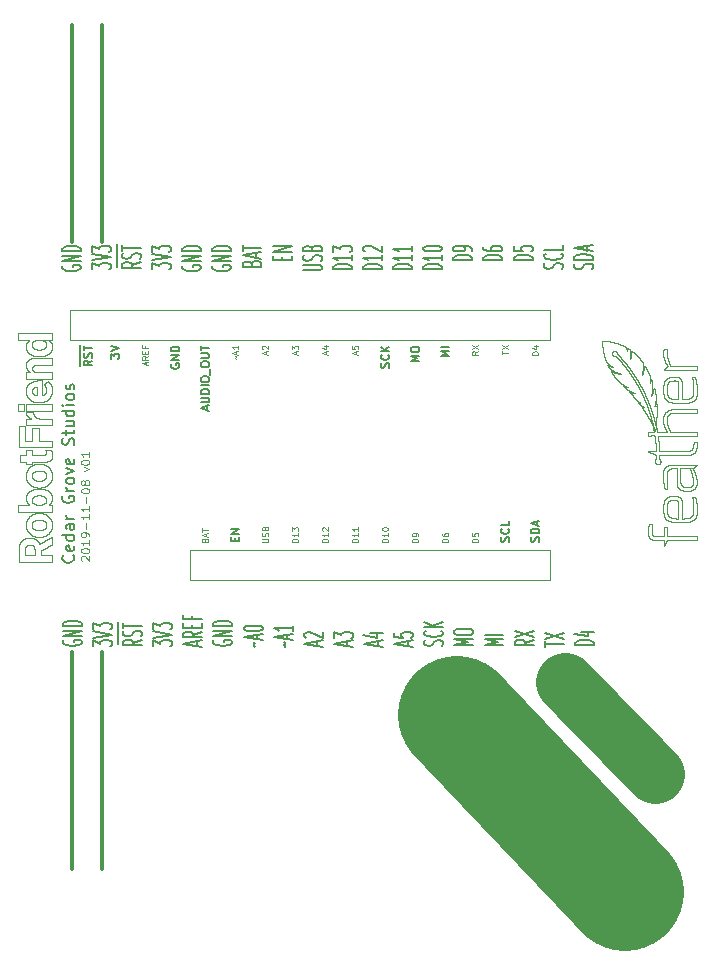
<source format=gto>
G04 #@! TF.GenerationSoftware,KiCad,Pcbnew,(5.0.0-rc2-dev-444-g2974a2c10)*
G04 #@! TF.CreationDate,2019-11-08T21:54:56-08:00*
G04 #@! TF.ProjectId,Cricket_Feather_Flip,437269636B65745F466561746865725F,v01*
G04 #@! TF.SameCoordinates,Original*
G04 #@! TF.FileFunction,Legend,Top*
G04 #@! TF.FilePolarity,Positive*
%FSLAX46Y46*%
G04 Gerber Fmt 4.6, Leading zero omitted, Abs format (unit mm)*
G04 Created by KiCad (PCBNEW (5.0.0-rc2-dev-444-g2974a2c10)) date 11/08/19 21:54:56*
%MOMM*%
%LPD*%
G01*
G04 APERTURE LIST*
%ADD10C,0.100000*%
%ADD11C,0.300000*%
%ADD12C,0.150000*%
%ADD13C,5.000000*%
%ADD14C,10.000000*%
G04 APERTURE END LIST*
D10*
X88736722Y-93762579D02*
X88520000Y-93770000D01*
D11*
X91440000Y-51816000D02*
X91440000Y-70231000D01*
X93980000Y-51816000D02*
X93980000Y-70231000D01*
X93980000Y-104902000D02*
X93980000Y-123317000D01*
X91440000Y-104902000D02*
X91440000Y-123317000D01*
D12*
X90725000Y-103962976D02*
X90648809Y-104039166D01*
X90648809Y-104153452D01*
X90725000Y-104267738D01*
X90877380Y-104343928D01*
X91029761Y-104382023D01*
X91334523Y-104420119D01*
X91563095Y-104420119D01*
X91867857Y-104382023D01*
X92020238Y-104343928D01*
X92172619Y-104267738D01*
X92248809Y-104153452D01*
X92248809Y-104077261D01*
X92172619Y-103962976D01*
X92096428Y-103924880D01*
X91563095Y-103924880D01*
X91563095Y-104077261D01*
X92248809Y-103582023D02*
X90648809Y-103582023D01*
X92248809Y-103124880D01*
X90648809Y-103124880D01*
X92248809Y-102743928D02*
X90648809Y-102743928D01*
X90648809Y-102553452D01*
X90725000Y-102439166D01*
X90877380Y-102362976D01*
X91029761Y-102324880D01*
X91334523Y-102286785D01*
X91563095Y-102286785D01*
X91867857Y-102324880D01*
X92020238Y-102362976D01*
X92172619Y-102439166D01*
X92248809Y-102553452D01*
X92248809Y-102743928D01*
X93198809Y-104458214D02*
X93198809Y-103962976D01*
X93808333Y-104229642D01*
X93808333Y-104115357D01*
X93884523Y-104039166D01*
X93960714Y-104001071D01*
X94113095Y-103962976D01*
X94494047Y-103962976D01*
X94646428Y-104001071D01*
X94722619Y-104039166D01*
X94798809Y-104115357D01*
X94798809Y-104343928D01*
X94722619Y-104420119D01*
X94646428Y-104458214D01*
X93198809Y-103734404D02*
X94798809Y-103467738D01*
X93198809Y-103201071D01*
X93198809Y-103010595D02*
X93198809Y-102515357D01*
X93808333Y-102782023D01*
X93808333Y-102667738D01*
X93884523Y-102591547D01*
X93960714Y-102553452D01*
X94113095Y-102515357D01*
X94494047Y-102515357D01*
X94646428Y-102553452D01*
X94722619Y-102591547D01*
X94798809Y-102667738D01*
X94798809Y-102896309D01*
X94722619Y-102972500D01*
X94646428Y-103010595D01*
X95278000Y-104304125D02*
X95278000Y-103772500D01*
X97348809Y-103924880D02*
X96586904Y-104191547D01*
X97348809Y-104382023D02*
X95748809Y-104382023D01*
X95748809Y-104077261D01*
X95825000Y-104001071D01*
X95901190Y-103962976D01*
X96053571Y-103924880D01*
X96282142Y-103924880D01*
X96434523Y-103962976D01*
X96510714Y-104001071D01*
X96586904Y-104077261D01*
X96586904Y-104382023D01*
X95278000Y-103772500D02*
X95278000Y-103010595D01*
X97272619Y-103620119D02*
X97348809Y-103505833D01*
X97348809Y-103315357D01*
X97272619Y-103239166D01*
X97196428Y-103201071D01*
X97044047Y-103162976D01*
X96891666Y-103162976D01*
X96739285Y-103201071D01*
X96663095Y-103239166D01*
X96586904Y-103315357D01*
X96510714Y-103467738D01*
X96434523Y-103543928D01*
X96358333Y-103582023D01*
X96205952Y-103620119D01*
X96053571Y-103620119D01*
X95901190Y-103582023D01*
X95825000Y-103543928D01*
X95748809Y-103467738D01*
X95748809Y-103277261D01*
X95825000Y-103162976D01*
X95278000Y-103010595D02*
X95278000Y-102401071D01*
X95748809Y-102934404D02*
X95748809Y-102477261D01*
X97348809Y-102705833D02*
X95748809Y-102705833D01*
X98298809Y-104458214D02*
X98298809Y-103962976D01*
X98908333Y-104229642D01*
X98908333Y-104115357D01*
X98984523Y-104039166D01*
X99060714Y-104001071D01*
X99213095Y-103962976D01*
X99594047Y-103962976D01*
X99746428Y-104001071D01*
X99822619Y-104039166D01*
X99898809Y-104115357D01*
X99898809Y-104343928D01*
X99822619Y-104420119D01*
X99746428Y-104458214D01*
X98298809Y-103734404D02*
X99898809Y-103467738D01*
X98298809Y-103201071D01*
X98298809Y-103010595D02*
X98298809Y-102515357D01*
X98908333Y-102782023D01*
X98908333Y-102667738D01*
X98984523Y-102591547D01*
X99060714Y-102553452D01*
X99213095Y-102515357D01*
X99594047Y-102515357D01*
X99746428Y-102553452D01*
X99822619Y-102591547D01*
X99898809Y-102667738D01*
X99898809Y-102896309D01*
X99822619Y-102972500D01*
X99746428Y-103010595D01*
X101991666Y-104420119D02*
X101991666Y-104039166D01*
X102448809Y-104496309D02*
X100848809Y-104229642D01*
X102448809Y-103962976D01*
X102448809Y-103239166D02*
X101686904Y-103505833D01*
X102448809Y-103696309D02*
X100848809Y-103696309D01*
X100848809Y-103391547D01*
X100925000Y-103315357D01*
X101001190Y-103277261D01*
X101153571Y-103239166D01*
X101382142Y-103239166D01*
X101534523Y-103277261D01*
X101610714Y-103315357D01*
X101686904Y-103391547D01*
X101686904Y-103696309D01*
X101610714Y-102896309D02*
X101610714Y-102629642D01*
X102448809Y-102515357D02*
X102448809Y-102896309D01*
X100848809Y-102896309D01*
X100848809Y-102515357D01*
X101610714Y-101905833D02*
X101610714Y-102172500D01*
X102448809Y-102172500D02*
X100848809Y-102172500D01*
X100848809Y-101791547D01*
X103475000Y-103962976D02*
X103398809Y-104039166D01*
X103398809Y-104153452D01*
X103475000Y-104267738D01*
X103627380Y-104343928D01*
X103779761Y-104382023D01*
X104084523Y-104420119D01*
X104313095Y-104420119D01*
X104617857Y-104382023D01*
X104770238Y-104343928D01*
X104922619Y-104267738D01*
X104998809Y-104153452D01*
X104998809Y-104077261D01*
X104922619Y-103962976D01*
X104846428Y-103924880D01*
X104313095Y-103924880D01*
X104313095Y-104077261D01*
X104998809Y-103582023D02*
X103398809Y-103582023D01*
X104998809Y-103124880D01*
X103398809Y-103124880D01*
X104998809Y-102743928D02*
X103398809Y-102743928D01*
X103398809Y-102553452D01*
X103475000Y-102439166D01*
X103627380Y-102362976D01*
X103779761Y-102324880D01*
X104084523Y-102286785D01*
X104313095Y-102286785D01*
X104617857Y-102324880D01*
X104770238Y-102362976D01*
X104922619Y-102439166D01*
X104998809Y-102553452D01*
X104998809Y-102743928D01*
X106939285Y-104496309D02*
X106863095Y-104458214D01*
X106786904Y-104382023D01*
X106939285Y-104229642D01*
X106863095Y-104153452D01*
X106786904Y-104115357D01*
X107091666Y-103848690D02*
X107091666Y-103467738D01*
X107548809Y-103924880D02*
X105948809Y-103658214D01*
X107548809Y-103391547D01*
X105948809Y-102972500D02*
X105948809Y-102896309D01*
X106025000Y-102820119D01*
X106101190Y-102782023D01*
X106253571Y-102743928D01*
X106558333Y-102705833D01*
X106939285Y-102705833D01*
X107244047Y-102743928D01*
X107396428Y-102782023D01*
X107472619Y-102820119D01*
X107548809Y-102896309D01*
X107548809Y-102972500D01*
X107472619Y-103048690D01*
X107396428Y-103086785D01*
X107244047Y-103124880D01*
X106939285Y-103162976D01*
X106558333Y-103162976D01*
X106253571Y-103124880D01*
X106101190Y-103086785D01*
X106025000Y-103048690D01*
X105948809Y-102972500D01*
X109489285Y-104496309D02*
X109413095Y-104458214D01*
X109336904Y-104382023D01*
X109489285Y-104229642D01*
X109413095Y-104153452D01*
X109336904Y-104115357D01*
X109641666Y-103848690D02*
X109641666Y-103467738D01*
X110098809Y-103924880D02*
X108498809Y-103658214D01*
X110098809Y-103391547D01*
X110098809Y-102705833D02*
X110098809Y-103162976D01*
X110098809Y-102934404D02*
X108498809Y-102934404D01*
X108727380Y-103010595D01*
X108879761Y-103086785D01*
X108955952Y-103162976D01*
X112191666Y-104420119D02*
X112191666Y-104039166D01*
X112648809Y-104496309D02*
X111048809Y-104229642D01*
X112648809Y-103962976D01*
X111201190Y-103734404D02*
X111125000Y-103696309D01*
X111048809Y-103620119D01*
X111048809Y-103429642D01*
X111125000Y-103353452D01*
X111201190Y-103315357D01*
X111353571Y-103277261D01*
X111505952Y-103277261D01*
X111734523Y-103315357D01*
X112648809Y-103772500D01*
X112648809Y-103277261D01*
X114741666Y-104420119D02*
X114741666Y-104039166D01*
X115198809Y-104496309D02*
X113598809Y-104229642D01*
X115198809Y-103962976D01*
X113598809Y-103772500D02*
X113598809Y-103277261D01*
X114208333Y-103543928D01*
X114208333Y-103429642D01*
X114284523Y-103353452D01*
X114360714Y-103315357D01*
X114513095Y-103277261D01*
X114894047Y-103277261D01*
X115046428Y-103315357D01*
X115122619Y-103353452D01*
X115198809Y-103429642D01*
X115198809Y-103658214D01*
X115122619Y-103734404D01*
X115046428Y-103772500D01*
X117291666Y-104420119D02*
X117291666Y-104039166D01*
X117748809Y-104496309D02*
X116148809Y-104229642D01*
X117748809Y-103962976D01*
X116682142Y-103353452D02*
X117748809Y-103353452D01*
X116072619Y-103543928D02*
X117215476Y-103734404D01*
X117215476Y-103239166D01*
X119841666Y-104420119D02*
X119841666Y-104039166D01*
X120298809Y-104496309D02*
X118698809Y-104229642D01*
X120298809Y-103962976D01*
X118698809Y-103315357D02*
X118698809Y-103696309D01*
X119460714Y-103734404D01*
X119384523Y-103696309D01*
X119308333Y-103620119D01*
X119308333Y-103429642D01*
X119384523Y-103353452D01*
X119460714Y-103315357D01*
X119613095Y-103277261D01*
X119994047Y-103277261D01*
X120146428Y-103315357D01*
X120222619Y-103353452D01*
X120298809Y-103429642D01*
X120298809Y-103620119D01*
X120222619Y-103696309D01*
X120146428Y-103734404D01*
X122772619Y-104420119D02*
X122848809Y-104305833D01*
X122848809Y-104115357D01*
X122772619Y-104039166D01*
X122696428Y-104001071D01*
X122544047Y-103962976D01*
X122391666Y-103962976D01*
X122239285Y-104001071D01*
X122163095Y-104039166D01*
X122086904Y-104115357D01*
X122010714Y-104267738D01*
X121934523Y-104343928D01*
X121858333Y-104382023D01*
X121705952Y-104420119D01*
X121553571Y-104420119D01*
X121401190Y-104382023D01*
X121325000Y-104343928D01*
X121248809Y-104267738D01*
X121248809Y-104077261D01*
X121325000Y-103962976D01*
X122696428Y-103162976D02*
X122772619Y-103201071D01*
X122848809Y-103315357D01*
X122848809Y-103391547D01*
X122772619Y-103505833D01*
X122620238Y-103582023D01*
X122467857Y-103620119D01*
X122163095Y-103658214D01*
X121934523Y-103658214D01*
X121629761Y-103620119D01*
X121477380Y-103582023D01*
X121325000Y-103505833D01*
X121248809Y-103391547D01*
X121248809Y-103315357D01*
X121325000Y-103201071D01*
X121401190Y-103162976D01*
X122848809Y-102820119D02*
X121248809Y-102820119D01*
X122848809Y-102362976D02*
X121934523Y-102705833D01*
X121248809Y-102362976D02*
X122163095Y-102820119D01*
X125398809Y-104382023D02*
X123798809Y-104382023D01*
X124941666Y-104115357D01*
X123798809Y-103848690D01*
X125398809Y-103848690D01*
X123798809Y-103315357D02*
X123798809Y-103162976D01*
X123875000Y-103086785D01*
X124027380Y-103010595D01*
X124332142Y-102972500D01*
X124865476Y-102972500D01*
X125170238Y-103010595D01*
X125322619Y-103086785D01*
X125398809Y-103162976D01*
X125398809Y-103315357D01*
X125322619Y-103391547D01*
X125170238Y-103467738D01*
X124865476Y-103505833D01*
X124332142Y-103505833D01*
X124027380Y-103467738D01*
X123875000Y-103391547D01*
X123798809Y-103315357D01*
X127948809Y-104382023D02*
X126348809Y-104382023D01*
X127491666Y-104115357D01*
X126348809Y-103848690D01*
X127948809Y-103848690D01*
X127948809Y-103467738D02*
X126348809Y-103467738D01*
X130498809Y-103924880D02*
X129736904Y-104191547D01*
X130498809Y-104382023D02*
X128898809Y-104382023D01*
X128898809Y-104077261D01*
X128975000Y-104001071D01*
X129051190Y-103962976D01*
X129203571Y-103924880D01*
X129432142Y-103924880D01*
X129584523Y-103962976D01*
X129660714Y-104001071D01*
X129736904Y-104077261D01*
X129736904Y-104382023D01*
X128898809Y-103658214D02*
X130498809Y-103124880D01*
X128898809Y-103124880D02*
X130498809Y-103658214D01*
X131448809Y-104496309D02*
X131448809Y-104039166D01*
X133048809Y-104267738D02*
X131448809Y-104267738D01*
X131448809Y-103848690D02*
X133048809Y-103315357D01*
X131448809Y-103315357D02*
X133048809Y-103848690D01*
X135598809Y-104382023D02*
X133998809Y-104382023D01*
X133998809Y-104191547D01*
X134075000Y-104077261D01*
X134227380Y-104001071D01*
X134379761Y-103962976D01*
X134684523Y-103924880D01*
X134913095Y-103924880D01*
X135217857Y-103962976D01*
X135370238Y-104001071D01*
X135522619Y-104077261D01*
X135598809Y-104191547D01*
X135598809Y-104382023D01*
X134532142Y-103239166D02*
X135598809Y-103239166D01*
X133922619Y-103429642D02*
X135065476Y-103620119D01*
X135065476Y-103124880D01*
X90635000Y-72246071D02*
X90558809Y-72322261D01*
X90558809Y-72436547D01*
X90635000Y-72550833D01*
X90787380Y-72627023D01*
X90939761Y-72665119D01*
X91244523Y-72703214D01*
X91473095Y-72703214D01*
X91777857Y-72665119D01*
X91930238Y-72627023D01*
X92082619Y-72550833D01*
X92158809Y-72436547D01*
X92158809Y-72360357D01*
X92082619Y-72246071D01*
X92006428Y-72207976D01*
X91473095Y-72207976D01*
X91473095Y-72360357D01*
X92158809Y-71865119D02*
X90558809Y-71865119D01*
X92158809Y-71407976D01*
X90558809Y-71407976D01*
X92158809Y-71027023D02*
X90558809Y-71027023D01*
X90558809Y-70836547D01*
X90635000Y-70722261D01*
X90787380Y-70646071D01*
X90939761Y-70607976D01*
X91244523Y-70569880D01*
X91473095Y-70569880D01*
X91777857Y-70607976D01*
X91930238Y-70646071D01*
X92082619Y-70722261D01*
X92158809Y-70836547D01*
X92158809Y-71027023D01*
X93108809Y-72512738D02*
X93108809Y-72017500D01*
X93718333Y-72284166D01*
X93718333Y-72169880D01*
X93794523Y-72093690D01*
X93870714Y-72055595D01*
X94023095Y-72017500D01*
X94404047Y-72017500D01*
X94556428Y-72055595D01*
X94632619Y-72093690D01*
X94708809Y-72169880D01*
X94708809Y-72398452D01*
X94632619Y-72474642D01*
X94556428Y-72512738D01*
X93108809Y-71788928D02*
X94708809Y-71522261D01*
X93108809Y-71255595D01*
X93108809Y-71065119D02*
X93108809Y-70569880D01*
X93718333Y-70836547D01*
X93718333Y-70722261D01*
X93794523Y-70646071D01*
X93870714Y-70607976D01*
X94023095Y-70569880D01*
X94404047Y-70569880D01*
X94556428Y-70607976D01*
X94632619Y-70646071D01*
X94708809Y-70722261D01*
X94708809Y-70950833D01*
X94632619Y-71027023D01*
X94556428Y-71065119D01*
X95188000Y-72320553D02*
X95188000Y-71788928D01*
X97258809Y-71941309D02*
X96496904Y-72207976D01*
X97258809Y-72398452D02*
X95658809Y-72398452D01*
X95658809Y-72093690D01*
X95735000Y-72017500D01*
X95811190Y-71979404D01*
X95963571Y-71941309D01*
X96192142Y-71941309D01*
X96344523Y-71979404D01*
X96420714Y-72017500D01*
X96496904Y-72093690D01*
X96496904Y-72398452D01*
X95188000Y-71788928D02*
X95188000Y-71027023D01*
X97182619Y-71636547D02*
X97258809Y-71522261D01*
X97258809Y-71331785D01*
X97182619Y-71255595D01*
X97106428Y-71217500D01*
X96954047Y-71179404D01*
X96801666Y-71179404D01*
X96649285Y-71217500D01*
X96573095Y-71255595D01*
X96496904Y-71331785D01*
X96420714Y-71484166D01*
X96344523Y-71560357D01*
X96268333Y-71598452D01*
X96115952Y-71636547D01*
X95963571Y-71636547D01*
X95811190Y-71598452D01*
X95735000Y-71560357D01*
X95658809Y-71484166D01*
X95658809Y-71293690D01*
X95735000Y-71179404D01*
X95188000Y-71027023D02*
X95188000Y-70417500D01*
X95658809Y-70950833D02*
X95658809Y-70493690D01*
X97258809Y-70722261D02*
X95658809Y-70722261D01*
X98208809Y-72512738D02*
X98208809Y-72017500D01*
X98818333Y-72284166D01*
X98818333Y-72169880D01*
X98894523Y-72093690D01*
X98970714Y-72055595D01*
X99123095Y-72017500D01*
X99504047Y-72017500D01*
X99656428Y-72055595D01*
X99732619Y-72093690D01*
X99808809Y-72169880D01*
X99808809Y-72398452D01*
X99732619Y-72474642D01*
X99656428Y-72512738D01*
X98208809Y-71788928D02*
X99808809Y-71522261D01*
X98208809Y-71255595D01*
X98208809Y-71065119D02*
X98208809Y-70569880D01*
X98818333Y-70836547D01*
X98818333Y-70722261D01*
X98894523Y-70646071D01*
X98970714Y-70607976D01*
X99123095Y-70569880D01*
X99504047Y-70569880D01*
X99656428Y-70607976D01*
X99732619Y-70646071D01*
X99808809Y-70722261D01*
X99808809Y-70950833D01*
X99732619Y-71027023D01*
X99656428Y-71065119D01*
X100835000Y-72246071D02*
X100758809Y-72322261D01*
X100758809Y-72436547D01*
X100835000Y-72550833D01*
X100987380Y-72627023D01*
X101139761Y-72665119D01*
X101444523Y-72703214D01*
X101673095Y-72703214D01*
X101977857Y-72665119D01*
X102130238Y-72627023D01*
X102282619Y-72550833D01*
X102358809Y-72436547D01*
X102358809Y-72360357D01*
X102282619Y-72246071D01*
X102206428Y-72207976D01*
X101673095Y-72207976D01*
X101673095Y-72360357D01*
X102358809Y-71865119D02*
X100758809Y-71865119D01*
X102358809Y-71407976D01*
X100758809Y-71407976D01*
X102358809Y-71027023D02*
X100758809Y-71027023D01*
X100758809Y-70836547D01*
X100835000Y-70722261D01*
X100987380Y-70646071D01*
X101139761Y-70607976D01*
X101444523Y-70569880D01*
X101673095Y-70569880D01*
X101977857Y-70607976D01*
X102130238Y-70646071D01*
X102282619Y-70722261D01*
X102358809Y-70836547D01*
X102358809Y-71027023D01*
X103385000Y-72246071D02*
X103308809Y-72322261D01*
X103308809Y-72436547D01*
X103385000Y-72550833D01*
X103537380Y-72627023D01*
X103689761Y-72665119D01*
X103994523Y-72703214D01*
X104223095Y-72703214D01*
X104527857Y-72665119D01*
X104680238Y-72627023D01*
X104832619Y-72550833D01*
X104908809Y-72436547D01*
X104908809Y-72360357D01*
X104832619Y-72246071D01*
X104756428Y-72207976D01*
X104223095Y-72207976D01*
X104223095Y-72360357D01*
X104908809Y-71865119D02*
X103308809Y-71865119D01*
X104908809Y-71407976D01*
X103308809Y-71407976D01*
X104908809Y-71027023D02*
X103308809Y-71027023D01*
X103308809Y-70836547D01*
X103385000Y-70722261D01*
X103537380Y-70646071D01*
X103689761Y-70607976D01*
X103994523Y-70569880D01*
X104223095Y-70569880D01*
X104527857Y-70607976D01*
X104680238Y-70646071D01*
X104832619Y-70722261D01*
X104908809Y-70836547D01*
X104908809Y-71027023D01*
X106620714Y-72055595D02*
X106696904Y-71941309D01*
X106773095Y-71903214D01*
X106925476Y-71865119D01*
X107154047Y-71865119D01*
X107306428Y-71903214D01*
X107382619Y-71941309D01*
X107458809Y-72017500D01*
X107458809Y-72322261D01*
X105858809Y-72322261D01*
X105858809Y-72055595D01*
X105935000Y-71979404D01*
X106011190Y-71941309D01*
X106163571Y-71903214D01*
X106315952Y-71903214D01*
X106468333Y-71941309D01*
X106544523Y-71979404D01*
X106620714Y-72055595D01*
X106620714Y-72322261D01*
X107001666Y-71560357D02*
X107001666Y-71179404D01*
X107458809Y-71636547D02*
X105858809Y-71369880D01*
X107458809Y-71103214D01*
X105858809Y-70950833D02*
X105858809Y-70493690D01*
X107458809Y-70722261D02*
X105858809Y-70722261D01*
X109170714Y-71788928D02*
X109170714Y-71522261D01*
X110008809Y-71407976D02*
X110008809Y-71788928D01*
X108408809Y-71788928D01*
X108408809Y-71407976D01*
X110008809Y-71065119D02*
X108408809Y-71065119D01*
X110008809Y-70607976D01*
X108408809Y-70607976D01*
X110958809Y-72627023D02*
X112254047Y-72627023D01*
X112406428Y-72588928D01*
X112482619Y-72550833D01*
X112558809Y-72474642D01*
X112558809Y-72322261D01*
X112482619Y-72246071D01*
X112406428Y-72207976D01*
X112254047Y-72169880D01*
X110958809Y-72169880D01*
X112482619Y-71827023D02*
X112558809Y-71712738D01*
X112558809Y-71522261D01*
X112482619Y-71446071D01*
X112406428Y-71407976D01*
X112254047Y-71369880D01*
X112101666Y-71369880D01*
X111949285Y-71407976D01*
X111873095Y-71446071D01*
X111796904Y-71522261D01*
X111720714Y-71674642D01*
X111644523Y-71750833D01*
X111568333Y-71788928D01*
X111415952Y-71827023D01*
X111263571Y-71827023D01*
X111111190Y-71788928D01*
X111035000Y-71750833D01*
X110958809Y-71674642D01*
X110958809Y-71484166D01*
X111035000Y-71369880D01*
X111720714Y-70760357D02*
X111796904Y-70646071D01*
X111873095Y-70607976D01*
X112025476Y-70569880D01*
X112254047Y-70569880D01*
X112406428Y-70607976D01*
X112482619Y-70646071D01*
X112558809Y-70722261D01*
X112558809Y-71027023D01*
X110958809Y-71027023D01*
X110958809Y-70760357D01*
X111035000Y-70684166D01*
X111111190Y-70646071D01*
X111263571Y-70607976D01*
X111415952Y-70607976D01*
X111568333Y-70646071D01*
X111644523Y-70684166D01*
X111720714Y-70760357D01*
X111720714Y-71027023D01*
X115108809Y-72550833D02*
X113508809Y-72550833D01*
X113508809Y-72360357D01*
X113585000Y-72246071D01*
X113737380Y-72169880D01*
X113889761Y-72131785D01*
X114194523Y-72093690D01*
X114423095Y-72093690D01*
X114727857Y-72131785D01*
X114880238Y-72169880D01*
X115032619Y-72246071D01*
X115108809Y-72360357D01*
X115108809Y-72550833D01*
X115108809Y-71331785D02*
X115108809Y-71788928D01*
X115108809Y-71560357D02*
X113508809Y-71560357D01*
X113737380Y-71636547D01*
X113889761Y-71712738D01*
X113965952Y-71788928D01*
X113508809Y-71065119D02*
X113508809Y-70569880D01*
X114118333Y-70836547D01*
X114118333Y-70722261D01*
X114194523Y-70646071D01*
X114270714Y-70607976D01*
X114423095Y-70569880D01*
X114804047Y-70569880D01*
X114956428Y-70607976D01*
X115032619Y-70646071D01*
X115108809Y-70722261D01*
X115108809Y-70950833D01*
X115032619Y-71027023D01*
X114956428Y-71065119D01*
X117658809Y-72550833D02*
X116058809Y-72550833D01*
X116058809Y-72360357D01*
X116135000Y-72246071D01*
X116287380Y-72169880D01*
X116439761Y-72131785D01*
X116744523Y-72093690D01*
X116973095Y-72093690D01*
X117277857Y-72131785D01*
X117430238Y-72169880D01*
X117582619Y-72246071D01*
X117658809Y-72360357D01*
X117658809Y-72550833D01*
X117658809Y-71331785D02*
X117658809Y-71788928D01*
X117658809Y-71560357D02*
X116058809Y-71560357D01*
X116287380Y-71636547D01*
X116439761Y-71712738D01*
X116515952Y-71788928D01*
X116211190Y-71027023D02*
X116135000Y-70988928D01*
X116058809Y-70912738D01*
X116058809Y-70722261D01*
X116135000Y-70646071D01*
X116211190Y-70607976D01*
X116363571Y-70569880D01*
X116515952Y-70569880D01*
X116744523Y-70607976D01*
X117658809Y-71065119D01*
X117658809Y-70569880D01*
X120208809Y-72550833D02*
X118608809Y-72550833D01*
X118608809Y-72360357D01*
X118685000Y-72246071D01*
X118837380Y-72169880D01*
X118989761Y-72131785D01*
X119294523Y-72093690D01*
X119523095Y-72093690D01*
X119827857Y-72131785D01*
X119980238Y-72169880D01*
X120132619Y-72246071D01*
X120208809Y-72360357D01*
X120208809Y-72550833D01*
X120208809Y-71331785D02*
X120208809Y-71788928D01*
X120208809Y-71560357D02*
X118608809Y-71560357D01*
X118837380Y-71636547D01*
X118989761Y-71712738D01*
X119065952Y-71788928D01*
X120208809Y-70569880D02*
X120208809Y-71027023D01*
X120208809Y-70798452D02*
X118608809Y-70798452D01*
X118837380Y-70874642D01*
X118989761Y-70950833D01*
X119065952Y-71027023D01*
X122758809Y-72550833D02*
X121158809Y-72550833D01*
X121158809Y-72360357D01*
X121235000Y-72246071D01*
X121387380Y-72169880D01*
X121539761Y-72131785D01*
X121844523Y-72093690D01*
X122073095Y-72093690D01*
X122377857Y-72131785D01*
X122530238Y-72169880D01*
X122682619Y-72246071D01*
X122758809Y-72360357D01*
X122758809Y-72550833D01*
X122758809Y-71331785D02*
X122758809Y-71788928D01*
X122758809Y-71560357D02*
X121158809Y-71560357D01*
X121387380Y-71636547D01*
X121539761Y-71712738D01*
X121615952Y-71788928D01*
X121158809Y-70836547D02*
X121158809Y-70760357D01*
X121235000Y-70684166D01*
X121311190Y-70646071D01*
X121463571Y-70607976D01*
X121768333Y-70569880D01*
X122149285Y-70569880D01*
X122454047Y-70607976D01*
X122606428Y-70646071D01*
X122682619Y-70684166D01*
X122758809Y-70760357D01*
X122758809Y-70836547D01*
X122682619Y-70912738D01*
X122606428Y-70950833D01*
X122454047Y-70988928D01*
X122149285Y-71027023D01*
X121768333Y-71027023D01*
X121463571Y-70988928D01*
X121311190Y-70950833D01*
X121235000Y-70912738D01*
X121158809Y-70836547D01*
X125308809Y-71788928D02*
X123708809Y-71788928D01*
X123708809Y-71598452D01*
X123785000Y-71484166D01*
X123937380Y-71407976D01*
X124089761Y-71369880D01*
X124394523Y-71331785D01*
X124623095Y-71331785D01*
X124927857Y-71369880D01*
X125080238Y-71407976D01*
X125232619Y-71484166D01*
X125308809Y-71598452D01*
X125308809Y-71788928D01*
X125308809Y-70950833D02*
X125308809Y-70798452D01*
X125232619Y-70722261D01*
X125156428Y-70684166D01*
X124927857Y-70607976D01*
X124623095Y-70569880D01*
X124013571Y-70569880D01*
X123861190Y-70607976D01*
X123785000Y-70646071D01*
X123708809Y-70722261D01*
X123708809Y-70874642D01*
X123785000Y-70950833D01*
X123861190Y-70988928D01*
X124013571Y-71027023D01*
X124394523Y-71027023D01*
X124546904Y-70988928D01*
X124623095Y-70950833D01*
X124699285Y-70874642D01*
X124699285Y-70722261D01*
X124623095Y-70646071D01*
X124546904Y-70607976D01*
X124394523Y-70569880D01*
X127858809Y-71788928D02*
X126258809Y-71788928D01*
X126258809Y-71598452D01*
X126335000Y-71484166D01*
X126487380Y-71407976D01*
X126639761Y-71369880D01*
X126944523Y-71331785D01*
X127173095Y-71331785D01*
X127477857Y-71369880D01*
X127630238Y-71407976D01*
X127782619Y-71484166D01*
X127858809Y-71598452D01*
X127858809Y-71788928D01*
X126258809Y-70646071D02*
X126258809Y-70798452D01*
X126335000Y-70874642D01*
X126411190Y-70912738D01*
X126639761Y-70988928D01*
X126944523Y-71027023D01*
X127554047Y-71027023D01*
X127706428Y-70988928D01*
X127782619Y-70950833D01*
X127858809Y-70874642D01*
X127858809Y-70722261D01*
X127782619Y-70646071D01*
X127706428Y-70607976D01*
X127554047Y-70569880D01*
X127173095Y-70569880D01*
X127020714Y-70607976D01*
X126944523Y-70646071D01*
X126868333Y-70722261D01*
X126868333Y-70874642D01*
X126944523Y-70950833D01*
X127020714Y-70988928D01*
X127173095Y-71027023D01*
X130408809Y-71788928D02*
X128808809Y-71788928D01*
X128808809Y-71598452D01*
X128885000Y-71484166D01*
X129037380Y-71407976D01*
X129189761Y-71369880D01*
X129494523Y-71331785D01*
X129723095Y-71331785D01*
X130027857Y-71369880D01*
X130180238Y-71407976D01*
X130332619Y-71484166D01*
X130408809Y-71598452D01*
X130408809Y-71788928D01*
X128808809Y-70607976D02*
X128808809Y-70988928D01*
X129570714Y-71027023D01*
X129494523Y-70988928D01*
X129418333Y-70912738D01*
X129418333Y-70722261D01*
X129494523Y-70646071D01*
X129570714Y-70607976D01*
X129723095Y-70569880D01*
X130104047Y-70569880D01*
X130256428Y-70607976D01*
X130332619Y-70646071D01*
X130408809Y-70722261D01*
X130408809Y-70912738D01*
X130332619Y-70988928D01*
X130256428Y-71027023D01*
X132882619Y-72474642D02*
X132958809Y-72360357D01*
X132958809Y-72169880D01*
X132882619Y-72093690D01*
X132806428Y-72055595D01*
X132654047Y-72017500D01*
X132501666Y-72017500D01*
X132349285Y-72055595D01*
X132273095Y-72093690D01*
X132196904Y-72169880D01*
X132120714Y-72322261D01*
X132044523Y-72398452D01*
X131968333Y-72436547D01*
X131815952Y-72474642D01*
X131663571Y-72474642D01*
X131511190Y-72436547D01*
X131435000Y-72398452D01*
X131358809Y-72322261D01*
X131358809Y-72131785D01*
X131435000Y-72017500D01*
X132806428Y-71217500D02*
X132882619Y-71255595D01*
X132958809Y-71369880D01*
X132958809Y-71446071D01*
X132882619Y-71560357D01*
X132730238Y-71636547D01*
X132577857Y-71674642D01*
X132273095Y-71712738D01*
X132044523Y-71712738D01*
X131739761Y-71674642D01*
X131587380Y-71636547D01*
X131435000Y-71560357D01*
X131358809Y-71446071D01*
X131358809Y-71369880D01*
X131435000Y-71255595D01*
X131511190Y-71217500D01*
X132958809Y-70493690D02*
X132958809Y-70874642D01*
X131358809Y-70874642D01*
X135432619Y-72512738D02*
X135508809Y-72398452D01*
X135508809Y-72207976D01*
X135432619Y-72131785D01*
X135356428Y-72093690D01*
X135204047Y-72055595D01*
X135051666Y-72055595D01*
X134899285Y-72093690D01*
X134823095Y-72131785D01*
X134746904Y-72207976D01*
X134670714Y-72360357D01*
X134594523Y-72436547D01*
X134518333Y-72474642D01*
X134365952Y-72512738D01*
X134213571Y-72512738D01*
X134061190Y-72474642D01*
X133985000Y-72436547D01*
X133908809Y-72360357D01*
X133908809Y-72169880D01*
X133985000Y-72055595D01*
X135508809Y-71712738D02*
X133908809Y-71712738D01*
X133908809Y-71522261D01*
X133985000Y-71407976D01*
X134137380Y-71331785D01*
X134289761Y-71293690D01*
X134594523Y-71255595D01*
X134823095Y-71255595D01*
X135127857Y-71293690D01*
X135280238Y-71331785D01*
X135432619Y-71407976D01*
X135508809Y-71522261D01*
X135508809Y-71712738D01*
X135051666Y-70950833D02*
X135051666Y-70569880D01*
X135508809Y-71027023D02*
X133908809Y-70760357D01*
X135508809Y-70493690D01*
D13*
X140750000Y-115250000D02*
X133180000Y-107470000D01*
D14*
X138220000Y-125240000D02*
X124040000Y-110300000D01*
D10*
X88062722Y-91883779D02*
X88041722Y-91883779D01*
X88062722Y-92243679D02*
X88062722Y-92286079D01*
X88104722Y-91820279D02*
X88104722Y-91841479D01*
X88104722Y-92307179D02*
X88104722Y-92328379D01*
X88189722Y-92370679D02*
X88189722Y-92391879D01*
X88041722Y-92243679D02*
X88062722Y-92243679D01*
X88062722Y-91862679D02*
X88062722Y-91883779D01*
X88147722Y-91777979D02*
X88147722Y-91799079D01*
X88104722Y-91841479D02*
X88083722Y-91841479D01*
X88041722Y-91926179D02*
X88020722Y-91926179D01*
X88168722Y-92370679D02*
X88189722Y-92370679D01*
X88189722Y-92391879D02*
X88231722Y-92391879D01*
X88909722Y-92434179D02*
X88972722Y-92434179D01*
X88126722Y-91799079D02*
X88126722Y-91820279D01*
X88337722Y-92455379D02*
X88443722Y-92455379D01*
X88104722Y-92328379D02*
X88126722Y-92328379D01*
X88062722Y-92286079D02*
X88083722Y-92286079D01*
X88083722Y-92286079D02*
X88083722Y-92307179D01*
X88147722Y-91799079D02*
X88126722Y-91799079D01*
X88041722Y-92222479D02*
X88041722Y-92243679D01*
X88020722Y-92158979D02*
X88020722Y-92222479D01*
X88083722Y-92307179D02*
X88104722Y-92307179D01*
X87999722Y-91989679D02*
X87999722Y-92158979D01*
X88803722Y-92455379D02*
X88909722Y-92455379D01*
X88443722Y-92455379D02*
X88443722Y-92476579D01*
X88189722Y-91756779D02*
X88189722Y-91777979D01*
X88274722Y-92413079D02*
X88274722Y-92434179D01*
X88231722Y-92391879D02*
X88231722Y-92413079D01*
X88231722Y-92413079D02*
X88274722Y-92413079D01*
X88020722Y-91989679D02*
X87999722Y-91989679D01*
X88083722Y-91841479D02*
X88083722Y-91862679D01*
X88126722Y-91820279D02*
X88104722Y-91820279D01*
X88189722Y-91777979D02*
X88147722Y-91777979D01*
X88168722Y-92349579D02*
X88168722Y-92370679D01*
X88020722Y-92222479D02*
X88041722Y-92222479D01*
X88909722Y-92455379D02*
X88909722Y-92434179D01*
X88443722Y-92476579D02*
X88803722Y-92476579D01*
X88126722Y-92328379D02*
X88126722Y-92349579D01*
X88041722Y-91883779D02*
X88041722Y-91926179D01*
X88126722Y-92349579D02*
X88168722Y-92349579D01*
X87999722Y-92158979D02*
X88020722Y-92158979D01*
X88083722Y-91862679D02*
X88062722Y-91862679D01*
X88020722Y-91926179D02*
X88020722Y-91989679D01*
X88803722Y-92476579D02*
X88803722Y-92455379D01*
X88337722Y-92434179D02*
X88337722Y-92455379D01*
X88274722Y-92434179D02*
X88337722Y-92434179D01*
X89184722Y-91862679D02*
X89163722Y-91862679D01*
X89142722Y-92328379D02*
X89142722Y-92307179D01*
X89438722Y-92476579D02*
X89692722Y-92476579D01*
X89184722Y-92286079D02*
X89184722Y-92243679D01*
X89015722Y-91735579D02*
X88972722Y-91735579D01*
X88337722Y-91693279D02*
X88337722Y-91714479D01*
X88972722Y-91714479D02*
X88909722Y-91714479D01*
X88972722Y-91735579D02*
X88972722Y-91714479D01*
X89226722Y-92158979D02*
X89248722Y-92158979D01*
X89057722Y-92391879D02*
X89057722Y-92370679D01*
X89057722Y-91756779D02*
X89015722Y-91756779D01*
X89015722Y-92413079D02*
X89015722Y-92391879D01*
X89226722Y-92222479D02*
X89226722Y-92158979D01*
X89184722Y-92243679D02*
X89205722Y-92243679D01*
X89163722Y-92307179D02*
X89163722Y-92286079D01*
X89057722Y-92370679D02*
X89078722Y-92370679D01*
X89120722Y-92349579D02*
X89120722Y-92328379D01*
X89459722Y-92455379D02*
X89438722Y-92455379D01*
X89078722Y-92370679D02*
X89078722Y-92349579D01*
X89142722Y-92307179D02*
X89163722Y-92307179D01*
X89501722Y-92391879D02*
X89501722Y-92413079D01*
X89501722Y-92413079D02*
X89480722Y-92413079D01*
X89120722Y-92328379D02*
X89142722Y-92328379D01*
X89078722Y-92349579D02*
X89120722Y-92349579D01*
X88231722Y-91756779D02*
X88189722Y-91756779D01*
X88231722Y-91735579D02*
X88231722Y-91756779D01*
X88274722Y-91735579D02*
X88231722Y-91735579D01*
X88443722Y-91672079D02*
X88443722Y-91693279D01*
X89163722Y-92286079D02*
X89184722Y-92286079D01*
X89015722Y-91756779D02*
X89015722Y-91735579D01*
X89205722Y-91926179D02*
X89205722Y-91883779D01*
X88909722Y-91714479D02*
X88909722Y-91693279D01*
X89480722Y-92434179D02*
X89459722Y-92434179D01*
X89099722Y-91777979D02*
X89057722Y-91777979D01*
X89248722Y-92158979D02*
X89248722Y-91989679D01*
X89142722Y-91820279D02*
X89120722Y-91820279D01*
X89184722Y-91883779D02*
X89184722Y-91862679D01*
X89142722Y-91841479D02*
X89142722Y-91820279D01*
X89692722Y-92476579D02*
X89692722Y-93048179D01*
X89480722Y-92413079D02*
X89480722Y-92434179D01*
X89692722Y-93048179D02*
X86813722Y-93048179D01*
X89226722Y-91926179D02*
X89205722Y-91926179D01*
X89205722Y-92243679D02*
X89205722Y-92222479D01*
X89205722Y-91883779D02*
X89184722Y-91883779D01*
X89226722Y-91989679D02*
X89226722Y-91926179D01*
X88803722Y-91693279D02*
X88803722Y-91672079D01*
X89163722Y-91841479D02*
X89142722Y-91841479D01*
X89438722Y-92455379D02*
X89438722Y-92476579D01*
X89459722Y-92434179D02*
X89459722Y-92455379D01*
X89057722Y-91777979D02*
X89057722Y-91756779D01*
X89248722Y-91989679D02*
X89226722Y-91989679D01*
X88909722Y-91693279D02*
X88803722Y-91693279D01*
X89015722Y-92391879D02*
X89057722Y-92391879D01*
X89099722Y-91799079D02*
X89099722Y-91777979D01*
X88972722Y-92413079D02*
X89015722Y-92413079D01*
X88972722Y-92434179D02*
X88972722Y-92413079D01*
X88274722Y-91714479D02*
X88274722Y-91735579D01*
X88337722Y-91714479D02*
X88274722Y-91714479D01*
X88443722Y-91693279D02*
X88337722Y-91693279D01*
X89205722Y-92222479D02*
X89226722Y-92222479D01*
X88803722Y-91672079D02*
X88443722Y-91672079D01*
X89120722Y-91799079D02*
X89099722Y-91799079D01*
X89120722Y-91820279D02*
X89120722Y-91799079D01*
X89163722Y-91862679D02*
X89163722Y-91841479D01*
X89629722Y-91545079D02*
X89650722Y-91545079D01*
X89375722Y-91269879D02*
X89375722Y-91291079D01*
X89523722Y-91375779D02*
X89523722Y-91396879D01*
X89671722Y-91587479D02*
X89671722Y-91629779D01*
X89629722Y-91502779D02*
X89629722Y-91545079D01*
X89501722Y-91375779D02*
X89523722Y-91375779D01*
X89607722Y-92286079D02*
X89607722Y-92307179D01*
X89565722Y-92349579D02*
X89544722Y-92349579D01*
X89565722Y-92328379D02*
X89565722Y-92349579D01*
X89586722Y-92328379D02*
X89565722Y-92328379D01*
X89586722Y-92307179D02*
X89586722Y-92328379D01*
X89607722Y-92307179D02*
X89586722Y-92307179D01*
X89692722Y-92116679D02*
X89692722Y-92180179D01*
X89586722Y-91460379D02*
X89586722Y-91481579D01*
X89565722Y-91460379D02*
X89586722Y-91460379D01*
X89734722Y-92031979D02*
X89713722Y-92031979D01*
X89629722Y-92286079D02*
X89607722Y-92286079D01*
X89629722Y-92243679D02*
X89629722Y-92286079D01*
X89650722Y-92243679D02*
X89629722Y-92243679D01*
X89650722Y-92222479D02*
X89650722Y-92243679D01*
X89650722Y-91545079D02*
X89650722Y-91587479D01*
X89671722Y-92222479D02*
X89650722Y-92222479D01*
X89607722Y-91502779D02*
X89629722Y-91502779D01*
X89586722Y-91481579D02*
X89607722Y-91481579D01*
X89501722Y-91354579D02*
X89501722Y-91375779D01*
X89459722Y-91333379D02*
X89459722Y-91354579D01*
X89417722Y-91312179D02*
X89438722Y-91312179D01*
X89713722Y-91693279D02*
X89713722Y-91777979D01*
X89671722Y-92180179D02*
X89671722Y-92222479D01*
X89713722Y-92116679D02*
X89692722Y-92116679D01*
X89734722Y-91777979D02*
X89734722Y-92031979D01*
X89671722Y-91629779D02*
X89692722Y-91629779D01*
X89713722Y-91777979D02*
X89734722Y-91777979D01*
X89692722Y-91629779D02*
X89692722Y-91693279D01*
X89650722Y-91587479D02*
X89671722Y-91587479D01*
X89544722Y-91396879D02*
X89544722Y-91418079D01*
X89438722Y-91312179D02*
X89438722Y-91333379D01*
X89417722Y-91291079D02*
X89417722Y-91312179D01*
X89353722Y-91248679D02*
X89353722Y-91269879D01*
X89311722Y-91227579D02*
X89311722Y-91248679D01*
X89205722Y-91185179D02*
X89205722Y-91206379D01*
X89692722Y-91693279D02*
X89713722Y-91693279D01*
X89565722Y-91418079D02*
X89565722Y-91460379D01*
X89607722Y-91481579D02*
X89607722Y-91502779D01*
X89544722Y-91418079D02*
X89565722Y-91418079D01*
X89459722Y-91354579D02*
X89501722Y-91354579D01*
X89353722Y-91269879D02*
X89375722Y-91269879D01*
X89269722Y-91227579D02*
X89311722Y-91227579D01*
X89205722Y-91206379D02*
X89269722Y-91206379D01*
X89078722Y-91163979D02*
X89163722Y-91163979D01*
X89163722Y-91185179D02*
X89205722Y-91185179D01*
X89375722Y-91291079D02*
X89417722Y-91291079D01*
X89523722Y-92391879D02*
X89501722Y-92391879D01*
X89269722Y-91206379D02*
X89269722Y-91227579D01*
X89163722Y-91163979D02*
X89163722Y-91185179D01*
X89311722Y-91248679D02*
X89353722Y-91248679D01*
X89523722Y-92370679D02*
X89523722Y-92391879D01*
X89544722Y-92370679D02*
X89523722Y-92370679D01*
X89438722Y-91333379D02*
X89459722Y-91333379D01*
X89078722Y-91142879D02*
X89078722Y-91163979D01*
X89523722Y-91396879D02*
X89544722Y-91396879D01*
X89544722Y-92349579D02*
X89544722Y-92370679D01*
X89692722Y-92180179D02*
X89671722Y-92180179D01*
X89713722Y-92031979D02*
X89713722Y-92116679D01*
X87935722Y-91227579D02*
X87999722Y-91227579D01*
X87871722Y-91269879D02*
X87914722Y-91269879D01*
X87871722Y-91291079D02*
X87871722Y-91269879D01*
X87617722Y-91545079D02*
X87617722Y-91523879D01*
X87702722Y-91418079D02*
X87723722Y-91418079D01*
X87596722Y-91587479D02*
X87596722Y-91545079D01*
X87554722Y-91629779D02*
X87575722Y-91629779D01*
X88994722Y-91142879D02*
X89078722Y-91142879D01*
X88104722Y-91163979D02*
X88168722Y-91163979D01*
X87829722Y-91312179D02*
X87829722Y-91291079D01*
X87639722Y-91481579D02*
X87660722Y-91481579D01*
X87702722Y-91439279D02*
X87702722Y-91418079D01*
X87723722Y-91418079D02*
X87723722Y-91396879D01*
X87617722Y-91523879D02*
X87639722Y-91523879D01*
X88994722Y-91121679D02*
X88994722Y-91142879D01*
X87787722Y-91333379D02*
X87808722Y-91333379D01*
X87935722Y-91248679D02*
X87935722Y-91227579D01*
X87554722Y-91693279D02*
X87554722Y-91629779D01*
X88866722Y-91121679D02*
X88994722Y-91121679D01*
X88168722Y-91163979D02*
X88168722Y-91142879D01*
X87829722Y-91291079D02*
X87871722Y-91291079D01*
X88253722Y-91142879D02*
X88253722Y-91121679D01*
X88866722Y-91100479D02*
X88866722Y-91121679D01*
X87639722Y-91523879D02*
X87639722Y-91481579D01*
X87744722Y-91396879D02*
X87744722Y-91375779D01*
X88380722Y-91100479D02*
X88866722Y-91100479D01*
X88380722Y-91121679D02*
X88380722Y-91100479D01*
X87660722Y-91460379D02*
X87681722Y-91460379D01*
X88041722Y-91206379D02*
X88041722Y-91185179D01*
X87723722Y-91396879D02*
X87744722Y-91396879D01*
X87533722Y-91693279D02*
X87554722Y-91693279D01*
X87766722Y-91354579D02*
X87787722Y-91354579D01*
X88253722Y-91121679D02*
X88380722Y-91121679D01*
X87660722Y-91481579D02*
X87660722Y-91460379D01*
X87999722Y-91227579D02*
X87999722Y-91206379D01*
X87596722Y-91545079D02*
X87617722Y-91545079D01*
X87914722Y-91248679D02*
X87935722Y-91248679D01*
X87575722Y-91629779D02*
X87575722Y-91587479D01*
X87766722Y-91375779D02*
X87766722Y-91354579D01*
X87681722Y-91439279D02*
X87702722Y-91439279D01*
X87914722Y-91269879D02*
X87914722Y-91248679D01*
X87787722Y-91354579D02*
X87787722Y-91333379D01*
X88168722Y-91142879D02*
X88253722Y-91142879D01*
X88104722Y-91185179D02*
X88104722Y-91163979D01*
X87808722Y-91312179D02*
X87829722Y-91312179D01*
X87999722Y-91206379D02*
X88041722Y-91206379D01*
X87808722Y-91333379D02*
X87808722Y-91312179D01*
X87681722Y-91460379D02*
X87681722Y-91439279D01*
X87575722Y-91587479D02*
X87596722Y-91587479D01*
X87744722Y-91375779D02*
X87766722Y-91375779D01*
X88041722Y-91185179D02*
X88104722Y-91185179D01*
X87744722Y-92391879D02*
X87723722Y-92391879D01*
X87808722Y-92455379D02*
X87787722Y-92455379D01*
X87554722Y-92116679D02*
X87533722Y-92116679D01*
X87554722Y-92180179D02*
X87554722Y-92116679D01*
X87766722Y-92434179D02*
X87766722Y-92413079D01*
X87639722Y-92307179D02*
X87639722Y-92286079D01*
X87766722Y-92413079D02*
X87744722Y-92413079D01*
X87744722Y-92413079D02*
X87744722Y-92391879D01*
X87787722Y-92434179D02*
X87766722Y-92434179D01*
X87596722Y-92243679D02*
X87596722Y-92222479D01*
X87787722Y-92455379D02*
X87787722Y-92434179D01*
X87660722Y-92328379D02*
X87660722Y-92307179D01*
X86813722Y-93048179D02*
X86813722Y-92476579D01*
X87702722Y-92349579D02*
X87681722Y-92349579D01*
X87808722Y-92476579D02*
X87808722Y-92455379D01*
X87512722Y-92031979D02*
X87512722Y-91777979D01*
X87533722Y-92031979D02*
X87512722Y-92031979D01*
X87575722Y-92180179D02*
X87554722Y-92180179D01*
X87723722Y-92391879D02*
X87723722Y-92370679D01*
X86813722Y-92476579D02*
X87808722Y-92476579D01*
X87533722Y-91777979D02*
X87533722Y-91693279D01*
X87512722Y-91777979D02*
X87533722Y-91777979D01*
X87660722Y-92307179D02*
X87639722Y-92307179D01*
X87533722Y-92116679D02*
X87533722Y-92031979D01*
X87575722Y-92222479D02*
X87575722Y-92180179D01*
X87596722Y-92222479D02*
X87575722Y-92222479D01*
X87617722Y-92243679D02*
X87596722Y-92243679D01*
X87617722Y-92286079D02*
X87617722Y-92243679D01*
X87639722Y-92286079D02*
X87617722Y-92286079D01*
X87681722Y-92328379D02*
X87660722Y-92328379D01*
X87681722Y-92349579D02*
X87681722Y-92328379D01*
X87723722Y-92370679D02*
X87702722Y-92370679D01*
X87702722Y-92370679D02*
X87702722Y-92349579D01*
X88888722Y-90401879D02*
X88951722Y-90401879D01*
X88782722Y-90423079D02*
X88888722Y-90423079D01*
X88782722Y-90444279D02*
X88782722Y-90423079D01*
X88888722Y-90423079D02*
X88888722Y-90401879D01*
X88464722Y-90444279D02*
X88782722Y-90444279D01*
X88104722Y-90274879D02*
X88126722Y-90274879D01*
X88126722Y-90296079D02*
X88147722Y-90296079D01*
X88295722Y-89639779D02*
X88253722Y-89639779D01*
X88041722Y-89851479D02*
X88020722Y-89851479D01*
X88168722Y-89703279D02*
X88147722Y-89703279D01*
X88295722Y-89618579D02*
X88295722Y-89639779D01*
X88358722Y-89597479D02*
X88358722Y-89618579D01*
X89015722Y-89660979D02*
X89015722Y-89639779D01*
X88782722Y-89576279D02*
X88464722Y-89576279D01*
X88062722Y-89787979D02*
X88062722Y-89830279D01*
X88126722Y-90274879D02*
X88126722Y-90296079D01*
X88104722Y-90253679D02*
X88104722Y-90274879D01*
X88083722Y-90253679D02*
X88104722Y-90253679D01*
X88083722Y-90232579D02*
X88083722Y-90253679D01*
X88062722Y-90232579D02*
X88083722Y-90232579D01*
X87999722Y-89914979D02*
X87999722Y-90105479D01*
X88147722Y-89703279D02*
X88147722Y-89724479D01*
X88210722Y-89682079D02*
X88168722Y-89682079D01*
X88210722Y-89660979D02*
X88210722Y-89682079D01*
X88464722Y-89576279D02*
X88464722Y-89597479D01*
X88253722Y-89639779D02*
X88253722Y-89660979D01*
X88253722Y-89660979D02*
X88210722Y-89660979D01*
X88358722Y-89618579D02*
X88295722Y-89618579D01*
X88888722Y-89618579D02*
X88888722Y-89597479D01*
X88951722Y-89639779D02*
X88951722Y-89618579D01*
X88041722Y-90211379D02*
X88062722Y-90211379D01*
X88041722Y-90168979D02*
X88041722Y-90211379D01*
X88020722Y-90168979D02*
X88041722Y-90168979D01*
X87999722Y-90105479D02*
X88020722Y-90105479D01*
X88020722Y-89914979D02*
X87999722Y-89914979D01*
X88104722Y-89766779D02*
X88083722Y-89766779D01*
X88104722Y-89745579D02*
X88104722Y-89766779D01*
X88464722Y-89597479D02*
X88358722Y-89597479D01*
X88951722Y-89618579D02*
X88888722Y-89618579D01*
X88020722Y-89851479D02*
X88020722Y-89914979D01*
X88083722Y-89766779D02*
X88083722Y-89787979D01*
X88147722Y-89724479D02*
X88126722Y-89724479D01*
X88126722Y-89745579D02*
X88104722Y-89745579D01*
X88126722Y-89724479D02*
X88126722Y-89745579D01*
X88782722Y-89597479D02*
X88782722Y-89576279D01*
X88020722Y-90105479D02*
X88020722Y-90168979D01*
X89078722Y-89682079D02*
X89036722Y-89682079D01*
X88888722Y-89597479D02*
X88782722Y-89597479D01*
X88041722Y-89830279D02*
X88041722Y-89851479D01*
X88464722Y-90423079D02*
X88464722Y-90444279D01*
X88358722Y-90423079D02*
X88464722Y-90423079D01*
X88358722Y-90401879D02*
X88358722Y-90423079D01*
X89036722Y-89660979D02*
X89015722Y-89660979D01*
X88295722Y-90401879D02*
X88358722Y-90401879D01*
X88295722Y-90380779D02*
X88295722Y-90401879D01*
X88253722Y-90380779D02*
X88295722Y-90380779D01*
X88168722Y-89682079D02*
X88168722Y-89703279D01*
X88253722Y-90359579D02*
X88253722Y-90380779D01*
X88168722Y-90338379D02*
X88210722Y-90338379D01*
X88062722Y-90211379D02*
X88062722Y-90232579D01*
X88062722Y-89830279D02*
X88041722Y-89830279D01*
X89036722Y-89682079D02*
X89036722Y-89660979D01*
X89015722Y-89639779D02*
X88951722Y-89639779D01*
X88210722Y-90359579D02*
X88253722Y-90359579D01*
X88210722Y-90338379D02*
X88210722Y-90359579D01*
X88168722Y-90317179D02*
X88168722Y-90338379D01*
X88147722Y-90317179D02*
X88168722Y-90317179D01*
X88147722Y-90296079D02*
X88147722Y-90317179D01*
X88083722Y-89787979D02*
X88062722Y-89787979D01*
X89120722Y-89724479D02*
X89099722Y-89724479D01*
X89120722Y-89745579D02*
X89120722Y-89724479D01*
X89142722Y-89745579D02*
X89120722Y-89745579D01*
X89184722Y-89809179D02*
X89184722Y-89787979D01*
X89163722Y-90253679D02*
X89163722Y-90232579D01*
X89650722Y-90401879D02*
X89650722Y-90444279D01*
X89650722Y-89618579D02*
X89671722Y-89618579D01*
X89248722Y-89914979D02*
X89226722Y-89914979D01*
X89142722Y-89766779D02*
X89142722Y-89745579D01*
X89163722Y-89766779D02*
X89142722Y-89766779D01*
X89163722Y-89787979D02*
X89163722Y-89766779D01*
X89099722Y-90317179D02*
X89099722Y-90296079D01*
X89184722Y-89787979D02*
X89163722Y-89787979D01*
X89205722Y-90190179D02*
X89205722Y-90147879D01*
X89629722Y-90444279D02*
X89629722Y-90486579D01*
X89713722Y-90168979D02*
X89713722Y-90274879D01*
X89692722Y-89682079D02*
X89692722Y-89745579D01*
X89607722Y-89491579D02*
X89607722Y-89533979D01*
X89586722Y-89491579D02*
X89607722Y-89491579D01*
X89671722Y-89618579D02*
X89671722Y-89682079D01*
X89629722Y-89576279D02*
X89650722Y-89576279D01*
X89629722Y-89533979D02*
X89629722Y-89576279D01*
X89205722Y-89809179D02*
X89184722Y-89809179D01*
X89205722Y-89851479D02*
X89205722Y-89809179D01*
X89734722Y-89851479D02*
X89734722Y-90168979D01*
X89671722Y-90401879D02*
X89650722Y-90401879D01*
X89226722Y-89914979D02*
X89226722Y-89851479D01*
X89248722Y-90105479D02*
X89248722Y-89914979D01*
X89226722Y-90105479D02*
X89248722Y-90105479D01*
X89226722Y-90147879D02*
X89226722Y-90105479D01*
X89205722Y-90147879D02*
X89226722Y-90147879D01*
X89184722Y-90190179D02*
X89205722Y-90190179D01*
X89184722Y-90232579D02*
X89184722Y-90190179D01*
X88994722Y-90359579D02*
X89036722Y-90359579D01*
X89163722Y-90232579D02*
X89184722Y-90232579D01*
X89142722Y-90274879D02*
X89142722Y-90253679D01*
X89671722Y-89682079D02*
X89692722Y-89682079D01*
X89650722Y-90444279D02*
X89629722Y-90444279D01*
X89036722Y-90359579D02*
X89036722Y-90338379D01*
X89734722Y-90168979D02*
X89713722Y-90168979D01*
X89036722Y-90338379D02*
X89057722Y-90338379D01*
X89142722Y-90253679D02*
X89163722Y-90253679D01*
X89120722Y-90274879D02*
X89142722Y-90274879D01*
X88994722Y-90380779D02*
X88994722Y-90359579D01*
X88951722Y-90380779D02*
X88994722Y-90380779D01*
X89692722Y-90338379D02*
X89671722Y-90338379D01*
X89692722Y-90274879D02*
X89692722Y-90338379D01*
X89120722Y-90296079D02*
X89120722Y-90274879D01*
X89099722Y-90296079D02*
X89120722Y-90296079D01*
X89713722Y-89745579D02*
X89713722Y-89851479D01*
X89692722Y-89745579D02*
X89713722Y-89745579D01*
X89650722Y-89576279D02*
X89650722Y-89618579D01*
X89057722Y-90317179D02*
X89099722Y-90317179D01*
X89607722Y-89533979D02*
X89629722Y-89533979D01*
X89713722Y-89851479D02*
X89734722Y-89851479D01*
X89057722Y-90338379D02*
X89057722Y-90317179D01*
X89078722Y-89703279D02*
X89078722Y-89682079D01*
X89629722Y-90486579D02*
X89607722Y-90486579D01*
X88951722Y-90401879D02*
X88951722Y-90380779D01*
X89671722Y-90338379D02*
X89671722Y-90401879D01*
X89713722Y-90274879D02*
X89692722Y-90274879D01*
X89226722Y-89851479D02*
X89205722Y-89851479D01*
X89099722Y-89703279D02*
X89078722Y-89703279D01*
X89099722Y-89724479D02*
X89099722Y-89703279D01*
X89248722Y-89174079D02*
X89290722Y-89174079D01*
X89226722Y-89131679D02*
X89226722Y-89152879D01*
X87956722Y-89195179D02*
X87956722Y-89174079D01*
X89184722Y-89110579D02*
X89184722Y-89131679D01*
X87977722Y-89174079D02*
X87977722Y-89152879D01*
X87914722Y-89195179D02*
X87956722Y-89195179D01*
X87893722Y-89216379D02*
X87914722Y-89216379D01*
X88231722Y-89068179D02*
X88231722Y-89046979D01*
X89480722Y-89343379D02*
X89480722Y-89364579D01*
X89544722Y-89428079D02*
X89565722Y-89428079D01*
X89544722Y-89406879D02*
X89544722Y-89428079D01*
X88062722Y-89131679D02*
X88062722Y-89110579D01*
X88824722Y-89004679D02*
X88824722Y-89025879D01*
X88168722Y-89068179D02*
X88231722Y-89068179D01*
X88422722Y-89004679D02*
X88824722Y-89004679D01*
X88231722Y-89046979D02*
X88316722Y-89046979D01*
X89396722Y-89279879D02*
X89417722Y-89279879D01*
X89501722Y-89385779D02*
X89523722Y-89385779D01*
X89226722Y-89152879D02*
X89248722Y-89152879D01*
X89015722Y-89068179D02*
X89078722Y-89068179D01*
X87956722Y-89174079D02*
X87977722Y-89174079D01*
X89480722Y-89364579D02*
X89501722Y-89364579D01*
X89459722Y-89301079D02*
X89459722Y-89343379D01*
X89417722Y-89301079D02*
X89459722Y-89301079D01*
X87914722Y-89216379D02*
X87914722Y-89195179D01*
X87893722Y-89237579D02*
X87893722Y-89216379D01*
X89396722Y-89258679D02*
X89396722Y-89279879D01*
X89375722Y-89258679D02*
X89396722Y-89258679D01*
X89290722Y-89174079D02*
X89290722Y-89195179D01*
X89184722Y-89131679D02*
X89226722Y-89131679D01*
X89015722Y-89046979D02*
X89015722Y-89068179D01*
X88930722Y-89025879D02*
X88930722Y-89046979D01*
X88930722Y-89046979D02*
X89015722Y-89046979D01*
X88020722Y-89152879D02*
X88020722Y-89131679D01*
X89311722Y-89216379D02*
X89353722Y-89216379D01*
X89120722Y-89089379D02*
X89120722Y-89110579D01*
X88316722Y-89046979D02*
X88316722Y-89025879D01*
X89078722Y-89089379D02*
X89120722Y-89089379D01*
X88062722Y-89110579D02*
X88104722Y-89110579D01*
X87977722Y-89152879D02*
X88020722Y-89152879D01*
X89353722Y-89237579D02*
X89375722Y-89237579D01*
X88422722Y-89025879D02*
X88422722Y-89004679D01*
X88020722Y-89131679D02*
X88062722Y-89131679D01*
X89078722Y-89068179D02*
X89078722Y-89089379D01*
X88316722Y-89025879D02*
X88422722Y-89025879D01*
X89311722Y-89195179D02*
X89311722Y-89216379D01*
X87871722Y-89237579D02*
X87893722Y-89237579D01*
X89248722Y-89152879D02*
X89248722Y-89174079D01*
X88168722Y-89089379D02*
X88168722Y-89068179D01*
X88104722Y-89110579D02*
X88104722Y-89089379D01*
X89586722Y-89470379D02*
X89586722Y-89491579D01*
X89523722Y-89385779D02*
X89523722Y-89406879D01*
X89565722Y-89470379D02*
X89586722Y-89470379D01*
X89565722Y-89428079D02*
X89565722Y-89470379D01*
X89501722Y-89364579D02*
X89501722Y-89385779D01*
X89353722Y-89216379D02*
X89353722Y-89237579D01*
X88824722Y-89025879D02*
X88930722Y-89025879D01*
X89417722Y-89279879D02*
X89417722Y-89301079D01*
X89120722Y-89110579D02*
X89184722Y-89110579D01*
X88104722Y-89089379D02*
X88168722Y-89089379D01*
X89523722Y-89406879D02*
X89544722Y-89406879D01*
X89290722Y-89195179D02*
X89311722Y-89195179D01*
X89459722Y-89343379D02*
X89480722Y-89343379D01*
X89375722Y-89237579D02*
X89375722Y-89258679D01*
X87575722Y-89682079D02*
X87575722Y-89618579D01*
X87533722Y-89745579D02*
X87554722Y-89745579D01*
X87596722Y-90444279D02*
X87596722Y-90380779D01*
X87512722Y-90147879D02*
X87512722Y-89851479D01*
X87554722Y-90338379D02*
X87554722Y-90253679D01*
X87639722Y-90507779D02*
X87639722Y-90486579D01*
X87639722Y-90486579D02*
X87617722Y-90486579D01*
X87702722Y-90613579D02*
X87702722Y-90571279D01*
X87596722Y-90380779D02*
X87575722Y-90380779D01*
X87871722Y-89258679D02*
X87871722Y-89237579D01*
X87829722Y-89258679D02*
X87871722Y-89258679D01*
X87829722Y-89279879D02*
X87829722Y-89258679D01*
X87808722Y-89301079D02*
X87808722Y-89279879D01*
X87723722Y-90613579D02*
X87702722Y-90613579D01*
X87660722Y-90550079D02*
X87660722Y-90507779D01*
X87702722Y-90571279D02*
X87681722Y-90571279D01*
X87533722Y-90253679D02*
X87533722Y-90147879D01*
X87681722Y-89428079D02*
X87702722Y-89428079D01*
X87787722Y-89301079D02*
X87808722Y-89301079D01*
X87787722Y-89322279D02*
X87787722Y-89301079D01*
X87766722Y-89343379D02*
X87766722Y-89322279D01*
X87744722Y-89343379D02*
X87766722Y-89343379D01*
X87744722Y-89385779D02*
X87744722Y-89343379D01*
X87723722Y-89385779D02*
X87744722Y-89385779D01*
X87723722Y-89406879D02*
X87723722Y-89385779D01*
X87660722Y-90507779D02*
X87639722Y-90507779D01*
X87702722Y-89406879D02*
X87723722Y-89406879D01*
X87702722Y-89428079D02*
X87702722Y-89406879D01*
X87660722Y-89470379D02*
X87681722Y-89470379D01*
X87639722Y-89491579D02*
X87660722Y-89491579D01*
X87829722Y-90719479D02*
X87808722Y-90719479D01*
X87596722Y-89618579D02*
X87596722Y-89576279D01*
X87617722Y-89576279D02*
X87617722Y-89533979D01*
X87787722Y-90698279D02*
X87787722Y-90677079D01*
X87575722Y-90380779D02*
X87575722Y-90338379D01*
X87617722Y-90444279D02*
X87596722Y-90444279D01*
X87681722Y-90571279D02*
X87681722Y-90550079D01*
X87617722Y-90486579D02*
X87617722Y-90444279D01*
X87766722Y-90677079D02*
X87766722Y-90655979D01*
X87787722Y-90677079D02*
X87766722Y-90677079D01*
X87808722Y-90698279D02*
X87787722Y-90698279D01*
X87829722Y-90740579D02*
X87829722Y-90719479D01*
X87575722Y-89618579D02*
X87596722Y-89618579D01*
X87808722Y-90719479D02*
X87808722Y-90698279D01*
X87850722Y-90740579D02*
X87829722Y-90740579D01*
X87533722Y-89851479D02*
X87533722Y-89745579D01*
X87554722Y-89745579D02*
X87554722Y-89682079D01*
X87554722Y-90253679D02*
X87533722Y-90253679D01*
X87723722Y-90634779D02*
X87723722Y-90613579D01*
X87808722Y-89279879D02*
X87829722Y-89279879D01*
X87766722Y-89322279D02*
X87787722Y-89322279D01*
X87681722Y-89470379D02*
X87681722Y-89428079D01*
X87660722Y-89491579D02*
X87660722Y-89470379D01*
X87681722Y-90550079D02*
X87660722Y-90550079D01*
X87744722Y-90655979D02*
X87744722Y-90634779D01*
X87766722Y-90655979D02*
X87744722Y-90655979D01*
X87617722Y-89533979D02*
X87639722Y-89533979D01*
X87533722Y-90147879D02*
X87512722Y-90147879D01*
X87575722Y-90338379D02*
X87554722Y-90338379D01*
X87744722Y-90634779D02*
X87723722Y-90634779D01*
X87554722Y-89682079D02*
X87575722Y-89682079D01*
X87639722Y-89533979D02*
X87639722Y-89491579D01*
X87596722Y-89576279D02*
X87617722Y-89576279D01*
X87512722Y-89851479D02*
X87533722Y-89851479D01*
X88168722Y-90952279D02*
X88168722Y-90931179D01*
X89142722Y-90909979D02*
X89142722Y-90931179D01*
X88020722Y-90867679D02*
X87999722Y-90867679D01*
X87893722Y-90804179D02*
X87893722Y-90782979D01*
X89269722Y-90867679D02*
X89226722Y-90867679D01*
X88422722Y-90994679D02*
X88316722Y-90994679D01*
X89438722Y-90740579D02*
X89417722Y-90740579D01*
X89459722Y-90698279D02*
X89459722Y-90719479D01*
X87935722Y-90804179D02*
X87893722Y-90804179D01*
X89544722Y-90613579D02*
X89523722Y-90613579D01*
X87935722Y-90825279D02*
X87935722Y-90804179D01*
X87956722Y-90846479D02*
X87956722Y-90825279D01*
X87956722Y-90825279D02*
X87935722Y-90825279D01*
X88062722Y-90888779D02*
X88020722Y-90888779D01*
X88126722Y-90909979D02*
X88062722Y-90909979D01*
X88316722Y-90973479D02*
X88231722Y-90973479D01*
X89015722Y-90952279D02*
X89015722Y-90973479D01*
X89565722Y-90592379D02*
X89544722Y-90592379D01*
X87999722Y-90846479D02*
X87956722Y-90846479D01*
X88316722Y-90994679D02*
X88316722Y-90973479D01*
X89184722Y-90888779D02*
X89184722Y-90909979D01*
X89480722Y-90698279D02*
X89459722Y-90698279D01*
X89544722Y-90592379D02*
X89544722Y-90613579D01*
X87999722Y-90867679D02*
X87999722Y-90846479D01*
X88020722Y-90888779D02*
X88020722Y-90867679D01*
X88126722Y-90931179D02*
X88126722Y-90909979D01*
X88168722Y-90931179D02*
X88126722Y-90931179D01*
X88231722Y-90952279D02*
X88168722Y-90952279D01*
X88824722Y-90994679D02*
X88824722Y-91015879D01*
X89417722Y-90740579D02*
X89417722Y-90761779D01*
X89353722Y-90782979D02*
X89353722Y-90804179D01*
X88422722Y-91015879D02*
X88422722Y-90994679D01*
X88824722Y-91015879D02*
X88422722Y-91015879D01*
X89184722Y-90909979D02*
X89142722Y-90909979D01*
X89523722Y-90613579D02*
X89523722Y-90634779D01*
X88930722Y-90994679D02*
X88824722Y-90994679D01*
X88930722Y-90973479D02*
X88930722Y-90994679D01*
X89142722Y-90931179D02*
X89078722Y-90931179D01*
X89078722Y-90952279D02*
X89015722Y-90952279D01*
X89015722Y-90973479D02*
X88930722Y-90973479D01*
X89290722Y-90846479D02*
X89269722Y-90846479D01*
X89375722Y-90782979D02*
X89353722Y-90782979D01*
X89078722Y-90931179D02*
X89078722Y-90952279D01*
X89353722Y-90804179D02*
X89332722Y-90804179D01*
X89375722Y-90761779D02*
X89375722Y-90782979D01*
X89290722Y-90825279D02*
X89290722Y-90846479D01*
X89459722Y-90719479D02*
X89438722Y-90719479D01*
X89332722Y-90804179D02*
X89332722Y-90825279D01*
X89480722Y-90677079D02*
X89480722Y-90698279D01*
X89501722Y-90634779D02*
X89501722Y-90677079D01*
X89523722Y-90634779D02*
X89501722Y-90634779D01*
X89417722Y-90761779D02*
X89375722Y-90761779D01*
X87850722Y-90761779D02*
X87850722Y-90740579D01*
X87871722Y-90782979D02*
X87871722Y-90761779D01*
X89332722Y-90825279D02*
X89290722Y-90825279D01*
X89269722Y-90846479D02*
X89269722Y-90867679D01*
X88231722Y-90973479D02*
X88231722Y-90952279D01*
X87893722Y-90782979D02*
X87871722Y-90782979D01*
X88062722Y-90909979D02*
X88062722Y-90888779D01*
X89501722Y-90677079D02*
X89480722Y-90677079D01*
X89438722Y-90719479D02*
X89438722Y-90740579D01*
X87871722Y-90761779D02*
X87850722Y-90761779D01*
X89226722Y-90888779D02*
X89184722Y-90888779D01*
X89226722Y-90867679D02*
X89226722Y-90888779D01*
X89565722Y-90550079D02*
X89565722Y-90592379D01*
X89586722Y-90550079D02*
X89565722Y-90550079D01*
X89586722Y-90528879D02*
X89586722Y-90550079D01*
X89607722Y-90528879D02*
X89586722Y-90528879D01*
X89607722Y-90486579D02*
X89607722Y-90528879D01*
X140580930Y-95039459D02*
X140580930Y-95060559D01*
X141829930Y-95145259D02*
X144306930Y-95145259D01*
X140517930Y-94933559D02*
X140517930Y-94975959D01*
X140495930Y-94933559D02*
X140517930Y-94933559D01*
X140559930Y-95039459D02*
X140580930Y-95039459D01*
X140813930Y-95124159D02*
X140813930Y-95145259D01*
X140538930Y-94975959D02*
X140538930Y-95018259D01*
X140644930Y-95081759D02*
X140644930Y-95102959D01*
X140644930Y-95102959D02*
X140707930Y-95102959D01*
X140495930Y-94107959D02*
X140495930Y-94933559D01*
X141829930Y-94319659D02*
X141829930Y-95145259D01*
X141511930Y-94319659D02*
X141829930Y-94319659D01*
X140601930Y-95060559D02*
X140601930Y-95081759D01*
X141511930Y-95145259D02*
X141511930Y-94319659D01*
X140580930Y-95060559D02*
X140601930Y-95060559D01*
X140601930Y-95081759D02*
X140644930Y-95081759D01*
X140813930Y-95145259D02*
X141511930Y-95145259D01*
X140707930Y-95124159D02*
X140813930Y-95124159D01*
X140559930Y-95018259D02*
X140559930Y-95039459D01*
X140517930Y-94975959D02*
X140538930Y-94975959D01*
X140707930Y-95102959D02*
X140707930Y-95124159D01*
X140538930Y-95018259D02*
X140559930Y-95018259D01*
X140284930Y-95251159D02*
X140284930Y-95229959D01*
X140453930Y-95356959D02*
X140411930Y-95356959D01*
X141533930Y-95949759D02*
X141511930Y-95949759D01*
X141575930Y-95865059D02*
X141575930Y-95886259D01*
X141554930Y-95886259D02*
X141554930Y-95928559D01*
X140241930Y-95187659D02*
X140241930Y-95145259D01*
X140262930Y-95187659D02*
X140241930Y-95187659D01*
X141533930Y-95928559D02*
X141533930Y-95949759D01*
X141575930Y-95886259D02*
X141554930Y-95886259D01*
X140453930Y-95378159D02*
X140453930Y-95356959D01*
X140241930Y-95145259D02*
X140220930Y-95145259D01*
X140622930Y-95420459D02*
X140559930Y-95420459D01*
X141596930Y-95822759D02*
X141596930Y-95865059D01*
X141511930Y-95462859D02*
X140771930Y-95462859D01*
X140411930Y-95356959D02*
X140411930Y-95335859D01*
X140368930Y-95314659D02*
X140347930Y-95314659D01*
X140622930Y-95441659D02*
X140622930Y-95420459D01*
X140220930Y-95145259D02*
X140220930Y-95102959D01*
X140262930Y-94107959D02*
X140495930Y-94107959D01*
X140262930Y-94192659D02*
X140262930Y-94107959D01*
X140220930Y-94298459D02*
X140241930Y-94298459D01*
X140199930Y-95018259D02*
X140178930Y-95018259D01*
X140199930Y-95102959D02*
X140199930Y-95018259D01*
X140347930Y-95293459D02*
X140326930Y-95293459D01*
X141596930Y-95865059D02*
X141575930Y-95865059D01*
X141511930Y-95949759D02*
X141511930Y-95462859D01*
X140347930Y-95314659D02*
X140347930Y-95293459D01*
X140241930Y-94192659D02*
X140262930Y-94192659D01*
X140241930Y-94298459D02*
X140241930Y-94192659D01*
X140220930Y-94404359D02*
X140220930Y-94298459D01*
X140199930Y-94404359D02*
X140220930Y-94404359D01*
X140178930Y-95018259D02*
X140178930Y-94573659D01*
X140411930Y-95335859D02*
X140368930Y-95335859D01*
X140559930Y-95399359D02*
X140495930Y-95399359D01*
X140284930Y-95229959D02*
X140262930Y-95229959D01*
X140305930Y-95251159D02*
X140284930Y-95251159D01*
X140326930Y-95272259D02*
X140305930Y-95272259D01*
X140326930Y-95293459D02*
X140326930Y-95272259D01*
X140262930Y-95229959D02*
X140262930Y-95187659D01*
X140305930Y-95272259D02*
X140305930Y-95251159D01*
X140771930Y-95441659D02*
X140622930Y-95441659D01*
X140771930Y-95462859D02*
X140771930Y-95441659D01*
X140199930Y-94573659D02*
X140199930Y-94404359D01*
X140559930Y-95420459D02*
X140559930Y-95399359D01*
X140178930Y-94573659D02*
X140199930Y-94573659D01*
X140220930Y-95102959D02*
X140199930Y-95102959D01*
X140368930Y-95335859D02*
X140368930Y-95314659D01*
X141554930Y-95928559D02*
X141533930Y-95928559D01*
X140495930Y-95378159D02*
X140453930Y-95378159D01*
X141617930Y-95822759D02*
X141596930Y-95822759D01*
X140495930Y-95399359D02*
X140495930Y-95378159D01*
X141766930Y-95568659D02*
X141744930Y-95568659D01*
X141744930Y-95568659D02*
X141744930Y-95611059D01*
X141744930Y-95611059D02*
X141723930Y-95611059D01*
X141639930Y-95759259D02*
X141639930Y-95780359D01*
X141723930Y-95653359D02*
X141702930Y-95653359D01*
X141808930Y-95462859D02*
X141808930Y-95505159D01*
X144306930Y-95462859D02*
X141808930Y-95462859D01*
X141617930Y-95780359D02*
X141617930Y-95822759D01*
X141660930Y-95759259D02*
X141639930Y-95759259D01*
X141681930Y-95716859D02*
X141660930Y-95716859D01*
X141702930Y-95674559D02*
X141681930Y-95674559D01*
X141766930Y-95547459D02*
X141766930Y-95568659D01*
X141702930Y-95653359D02*
X141702930Y-95674559D01*
X141787930Y-95505159D02*
X141787930Y-95547459D01*
X141787930Y-95547459D02*
X141766930Y-95547459D01*
X141723930Y-95611059D02*
X141723930Y-95653359D01*
X141808930Y-95505159D02*
X141787930Y-95505159D01*
X144306930Y-95145259D02*
X144306930Y-95462859D01*
X141639930Y-95780359D02*
X141617930Y-95780359D01*
X141660930Y-95716859D02*
X141660930Y-95759259D01*
X141681930Y-95674559D02*
X141681930Y-95716859D01*
X143988930Y-92477859D02*
X143988930Y-92139159D01*
X143798930Y-93494059D02*
X143840930Y-93494059D01*
X143904930Y-93409359D02*
X143925930Y-93409359D01*
X143883930Y-93430559D02*
X143904930Y-93430559D01*
X143586930Y-93599859D02*
X143586930Y-93578659D01*
X143946930Y-91927459D02*
X143946930Y-91779259D01*
X143883930Y-93451659D02*
X143883930Y-93430559D01*
X144179930Y-91800459D02*
X144200930Y-91800459D01*
X143967930Y-91927459D02*
X143946930Y-91927459D01*
X143798930Y-93515159D02*
X143798930Y-93494059D01*
X143946930Y-91779259D02*
X144179930Y-91779259D01*
X143777930Y-93515159D02*
X143798930Y-93515159D01*
X143480930Y-93599859D02*
X143586930Y-93599859D01*
X143946930Y-93366959D02*
X143946930Y-93324659D01*
X143967930Y-93282359D02*
X143988930Y-93282359D01*
X143840930Y-93472859D02*
X143861930Y-93472859D01*
X143967930Y-93324659D02*
X143967930Y-93282359D01*
X143925930Y-93366959D02*
X143946930Y-93366959D01*
X143904930Y-93430559D02*
X143904930Y-93409359D01*
X143840930Y-93494059D02*
X143840930Y-93472859D01*
X143777930Y-93536359D02*
X143777930Y-93515159D01*
X143671930Y-93578659D02*
X143671930Y-93557559D01*
X143967930Y-92139159D02*
X143967930Y-91927459D01*
X143988930Y-93176459D02*
X144010930Y-93176459D01*
X143988930Y-93282359D02*
X143988930Y-93176459D01*
X143586930Y-93578659D02*
X143671930Y-93578659D01*
X143946930Y-93324659D02*
X143967930Y-93324659D01*
X144010930Y-92477859D02*
X143988930Y-92477859D01*
X143671930Y-93557559D02*
X143734930Y-93557559D01*
X144179930Y-91779259D02*
X144179930Y-91800459D01*
X144200930Y-91800459D02*
X144200930Y-91885059D01*
X143988930Y-92139159D02*
X143967930Y-92139159D01*
X143861930Y-93451659D02*
X143883930Y-93451659D01*
X143734930Y-93557559D02*
X143734930Y-93536359D01*
X144010930Y-93176459D02*
X144010930Y-92477859D01*
X143925930Y-93409359D02*
X143925930Y-93366959D01*
X143734930Y-93536359D02*
X143777930Y-93536359D01*
X143861930Y-93472859D02*
X143861930Y-93451659D01*
X141829930Y-92456659D02*
X141808930Y-92456659D01*
X142231930Y-93599859D02*
X142337930Y-93599859D01*
X141914930Y-93409359D02*
X141935930Y-93409359D01*
X143480930Y-93621059D02*
X143480930Y-93599859D01*
X143269930Y-93621059D02*
X143480930Y-93621059D01*
X143269930Y-93642259D02*
X143269930Y-93621059D01*
X143078930Y-93642259D02*
X143269930Y-93642259D01*
X142168930Y-93557559D02*
X142168930Y-93578659D01*
X142020930Y-93515159D02*
X142062930Y-93515159D01*
X143078930Y-92223859D02*
X143078930Y-93642259D01*
X142697930Y-92117959D02*
X142676930Y-92117959D01*
X141956930Y-93451659D02*
X141977930Y-93451659D01*
X143057930Y-92117959D02*
X143057930Y-92223859D01*
X141998930Y-93472859D02*
X141998930Y-93494059D01*
X141850930Y-93303459D02*
X141871930Y-93303459D01*
X143036930Y-92054459D02*
X143036930Y-92117959D01*
X143015930Y-92054459D02*
X143036930Y-92054459D01*
X142104930Y-93536359D02*
X142104930Y-93557559D01*
X141977930Y-93472859D02*
X141998930Y-93472859D01*
X141829930Y-93239959D02*
X141850930Y-93239959D01*
X141829930Y-93112959D02*
X141829930Y-93239959D01*
X142739930Y-92202659D02*
X142718930Y-92202659D01*
X142570930Y-93642259D02*
X142761930Y-93642259D01*
X142655930Y-92075659D02*
X142612930Y-92075659D01*
X142612930Y-92075659D02*
X142612930Y-92054459D01*
X142718930Y-92202659D02*
X142718930Y-92160359D01*
X141998930Y-93494059D02*
X142020930Y-93494059D01*
X142761930Y-92266159D02*
X142739930Y-92266159D01*
X142337930Y-93621059D02*
X142570930Y-93621059D01*
X142020930Y-93494059D02*
X142020930Y-93515159D01*
X141977930Y-93451659D02*
X141977930Y-93472859D01*
X141808930Y-92456659D02*
X141808930Y-93112959D01*
X141871930Y-93303459D02*
X141871930Y-93345859D01*
X142612930Y-92054459D02*
X142549930Y-92054459D01*
X142168930Y-93578659D02*
X142231930Y-93578659D01*
X142104930Y-93557559D02*
X142168930Y-93557559D01*
X142062930Y-93515159D02*
X142062930Y-93536359D01*
X141914930Y-93388159D02*
X141914930Y-93409359D01*
X141871930Y-93345859D02*
X141892930Y-93345859D01*
X141829930Y-92350859D02*
X141829930Y-92456659D01*
X142062930Y-93536359D02*
X142104930Y-93536359D01*
X142676930Y-92096759D02*
X142655930Y-92096759D01*
X142739930Y-92266159D02*
X142739930Y-92202659D01*
X142570930Y-93621059D02*
X142570930Y-93642259D01*
X141935930Y-93409359D02*
X141935930Y-93430559D01*
X141808930Y-93112959D02*
X141829930Y-93112959D01*
X142231930Y-93578659D02*
X142231930Y-93599859D01*
X142655930Y-92096759D02*
X142655930Y-92075659D01*
X141935930Y-93430559D02*
X141956930Y-93430559D01*
X141892930Y-93388159D02*
X141914930Y-93388159D01*
X141850930Y-93239959D02*
X141850930Y-93303459D01*
X141850930Y-92350859D02*
X141829930Y-92350859D01*
X143057930Y-92223859D02*
X143078930Y-92223859D01*
X142549930Y-92054459D02*
X142549930Y-92033259D01*
X141892930Y-93345859D02*
X141892930Y-93388159D01*
X143036930Y-92117959D02*
X143057930Y-92117959D01*
X143015930Y-92033259D02*
X143015930Y-92054459D01*
X142676930Y-92117959D02*
X142676930Y-92096759D01*
X142697930Y-92160359D02*
X142697930Y-92117959D01*
X141956930Y-93430559D02*
X141956930Y-93451659D01*
X142718930Y-92160359D02*
X142697930Y-92160359D01*
X142761930Y-93642259D02*
X142761930Y-92266159D01*
X142337930Y-93599859D02*
X142337930Y-93621059D01*
X141998930Y-91758059D02*
X142104930Y-91758059D01*
X141744930Y-91885059D02*
X141766930Y-91885059D01*
X142972930Y-91927459D02*
X142972930Y-91969759D01*
X141935930Y-92160359D02*
X141935930Y-92181459D01*
X142951930Y-91906259D02*
X142951930Y-91927459D01*
X141744930Y-91906259D02*
X141744930Y-91885059D01*
X141871930Y-91800459D02*
X141935930Y-91800459D01*
X142930930Y-91863959D02*
X142930930Y-91906259D01*
X142972930Y-91969759D02*
X142993930Y-91969759D01*
X142803930Y-91800459D02*
X142845930Y-91800459D01*
X142295930Y-92054459D02*
X142147930Y-92054459D01*
X142020930Y-92096759D02*
X142020930Y-92117959D01*
X142993930Y-91990959D02*
X143015930Y-91990959D01*
X142147930Y-92054459D02*
X142147930Y-92075659D01*
X142909930Y-91842759D02*
X142909930Y-91863959D01*
X141871930Y-91821559D02*
X141871930Y-91800459D01*
X141766930Y-91885059D02*
X141766930Y-91863959D01*
X141702930Y-91906259D02*
X141744930Y-91906259D01*
X141850930Y-92287359D02*
X141850930Y-92350859D01*
X141998930Y-91779259D02*
X141998930Y-91758059D01*
X141871930Y-92287359D02*
X141850930Y-92287359D01*
X141871930Y-92244959D02*
X141871930Y-92287359D01*
X141892930Y-92244959D02*
X141871930Y-92244959D01*
X141935930Y-91800459D02*
X141935930Y-91779259D01*
X141892930Y-92202659D02*
X141892930Y-92244959D01*
X141914930Y-92202659D02*
X141892930Y-92202659D01*
X141914930Y-92181459D02*
X141914930Y-92202659D01*
X141829930Y-91842759D02*
X141829930Y-91821559D01*
X141935930Y-92181459D02*
X141914930Y-92181459D01*
X141956930Y-92160359D02*
X141935930Y-92160359D01*
X141977930Y-92117959D02*
X141977930Y-92139159D01*
X142020930Y-92117959D02*
X141977930Y-92117959D01*
X142252930Y-91736959D02*
X142252930Y-91715759D01*
X142104930Y-91758059D02*
X142104930Y-91736959D01*
X142909930Y-91863959D02*
X142930930Y-91863959D01*
X142252930Y-91715759D02*
X142612930Y-91715759D01*
X142845930Y-91800459D02*
X142845930Y-91821559D01*
X142866930Y-91821559D02*
X142866930Y-91842759D01*
X142930930Y-91906259D02*
X142951930Y-91906259D01*
X142866930Y-91842759D02*
X142909930Y-91842759D01*
X141956930Y-92139159D02*
X141956930Y-92160359D01*
X141977930Y-92139159D02*
X141956930Y-92139159D01*
X143015930Y-91990959D02*
X143015930Y-92033259D01*
X141787930Y-91863959D02*
X141787930Y-91842759D01*
X142803930Y-91779259D02*
X142803930Y-91800459D01*
X142104930Y-91736959D02*
X142252930Y-91736959D01*
X141766930Y-91863959D02*
X141787930Y-91863959D01*
X142083930Y-92096759D02*
X142020930Y-92096759D01*
X142083930Y-92075659D02*
X142083930Y-92096759D01*
X142540000Y-92050000D02*
X142295930Y-92054459D01*
X142993930Y-91969759D02*
X142993930Y-91990959D01*
X142951930Y-91927459D02*
X142972930Y-91927459D01*
X142718930Y-91758059D02*
X142761930Y-91758059D01*
X142612930Y-91736959D02*
X142718930Y-91736959D01*
X142845930Y-91821559D02*
X142866930Y-91821559D01*
X142761930Y-91779259D02*
X142803930Y-91779259D01*
X142612930Y-91715759D02*
X142612930Y-91736959D01*
X141935930Y-91779259D02*
X141998930Y-91779259D01*
X142761930Y-91758059D02*
X142761930Y-91779259D01*
X142718930Y-91736959D02*
X142718930Y-91758059D01*
X141829930Y-91821559D02*
X141871930Y-91821559D01*
X141787930Y-91842759D02*
X141829930Y-91842759D01*
X142147930Y-92075659D02*
X142083930Y-92075659D01*
X141702930Y-93663359D02*
X141681930Y-93663359D01*
X141702930Y-93684559D02*
X141702930Y-93663359D01*
X142125930Y-93896259D02*
X142125930Y-93875059D01*
X141511930Y-92393159D02*
X141511930Y-92266159D01*
X141808930Y-93748059D02*
X141787930Y-93748059D01*
X142210930Y-93917459D02*
X142210930Y-93896259D01*
X141977930Y-93832759D02*
X141935930Y-93832759D01*
X142125930Y-93875059D02*
X142041930Y-93875059D01*
X142358930Y-93917459D02*
X142210930Y-93917459D01*
X141511930Y-93282359D02*
X141511930Y-93155259D01*
X141575930Y-93494059D02*
X141575930Y-93451659D01*
X141660930Y-93642259D02*
X141660930Y-93599859D01*
X141533930Y-93388159D02*
X141533930Y-93282359D01*
X141617930Y-93578659D02*
X141617930Y-93536359D01*
X141744930Y-93726859D02*
X141744930Y-93705759D01*
X141892930Y-93811559D02*
X141892930Y-93790359D01*
X141702930Y-91927459D02*
X141702930Y-91906259D01*
X141681930Y-91927459D02*
X141702930Y-91927459D01*
X141681930Y-91948559D02*
X141681930Y-91927459D01*
X141554930Y-93451659D02*
X141554930Y-93388159D01*
X141850930Y-93790359D02*
X141850930Y-93769259D01*
X141660930Y-91948559D02*
X141681930Y-91948559D01*
X141660930Y-91990959D02*
X141660930Y-91948559D01*
X141554930Y-92181459D02*
X141554930Y-92139159D01*
X141511930Y-93155259D02*
X141490930Y-93155259D01*
X141639930Y-91990959D02*
X141660930Y-91990959D01*
X141639930Y-92012159D02*
X141639930Y-91990959D01*
X141617930Y-92012159D02*
X141639930Y-92012159D01*
X141617930Y-92033259D02*
X141617930Y-92012159D01*
X141596930Y-92033259D02*
X141617930Y-92033259D01*
X141596930Y-92075659D02*
X141596930Y-92033259D01*
X141533930Y-92181459D02*
X141554930Y-92181459D01*
X141490930Y-92393159D02*
X141511930Y-92393159D01*
X141617930Y-93536359D02*
X141596930Y-93536359D01*
X141744930Y-93705759D02*
X141723930Y-93705759D01*
X141490930Y-93155259D02*
X141490930Y-92393159D01*
X141533930Y-93282359D02*
X141511930Y-93282359D01*
X141575930Y-93451659D02*
X141554930Y-93451659D01*
X142041930Y-93853959D02*
X141977930Y-93853959D01*
X141596930Y-93536359D02*
X141596930Y-93494059D01*
X141596930Y-93494059D02*
X141575930Y-93494059D01*
X141639930Y-93578659D02*
X141617930Y-93578659D01*
X141639930Y-93599859D02*
X141639930Y-93578659D01*
X141723930Y-93705759D02*
X141723930Y-93684559D01*
X141681930Y-93663359D02*
X141681930Y-93642259D01*
X141723930Y-93684559D02*
X141702930Y-93684559D01*
X141787930Y-93748059D02*
X141787930Y-93726859D01*
X141892930Y-93790359D02*
X141850930Y-93790359D01*
X141808930Y-93769259D02*
X141808930Y-93748059D01*
X141850930Y-93769259D02*
X141808930Y-93769259D01*
X141935930Y-93832759D02*
X141935930Y-93811559D01*
X141977930Y-93853959D02*
X141977930Y-93832759D01*
X141511930Y-92266159D02*
X141533930Y-92266159D01*
X141575930Y-92075659D02*
X141596930Y-92075659D01*
X141575930Y-92139159D02*
X141575930Y-92075659D01*
X141787930Y-93726859D02*
X141744930Y-93726859D01*
X141935930Y-93811559D02*
X141892930Y-93811559D01*
X141533930Y-92266159D02*
X141533930Y-92181459D01*
X141554930Y-92139159D02*
X141575930Y-92139159D01*
X141660930Y-93599859D02*
X141639930Y-93599859D01*
X141681930Y-93642259D02*
X141660930Y-93642259D01*
X142041930Y-93875059D02*
X142041930Y-93853959D01*
X142210930Y-93896259D02*
X142125930Y-93896259D01*
X141554930Y-93388159D02*
X141533930Y-93388159D01*
X144327930Y-93218759D02*
X144306930Y-93218759D01*
X144242930Y-92075659D02*
X144264930Y-92075659D01*
X144221930Y-93536359D02*
X144221930Y-93557559D01*
X143840930Y-93832759D02*
X143840930Y-93853959D01*
X144052930Y-93748059D02*
X144031930Y-93748059D01*
X144242930Y-93472859D02*
X144242930Y-93536359D01*
X143988930Y-93769259D02*
X143988930Y-93790359D01*
X144179930Y-93621059D02*
X144158930Y-93621059D01*
X144221930Y-93557559D02*
X144200930Y-93557559D01*
X143904930Y-93832759D02*
X143840930Y-93832759D01*
X144073930Y-93726859D02*
X144052930Y-93726859D01*
X144264930Y-92075659D02*
X144264930Y-92202659D01*
X144285930Y-92350859D02*
X144306930Y-92350859D01*
X144136930Y-93642259D02*
X144136930Y-93684559D01*
X143946930Y-93811559D02*
X143904930Y-93811559D01*
X143607930Y-93896259D02*
X143607930Y-93917459D01*
X144158930Y-93621059D02*
X144158930Y-93642259D01*
X144200930Y-91885059D02*
X144221930Y-91885059D01*
X143713930Y-93896259D02*
X143607930Y-93896259D01*
X144285930Y-93345859D02*
X144285930Y-93430559D01*
X144094930Y-93684559D02*
X144094930Y-93705759D01*
X143777930Y-93853959D02*
X143777930Y-93875059D01*
X142358930Y-93938559D02*
X142358930Y-93917459D01*
X142591930Y-93938559D02*
X142358930Y-93938559D01*
X144285930Y-93430559D02*
X144264930Y-93430559D01*
X142591930Y-93959759D02*
X142591930Y-93938559D01*
X143205930Y-93959759D02*
X142591930Y-93959759D01*
X144306930Y-93218759D02*
X144306930Y-93345859D01*
X143205930Y-93938559D02*
X143205930Y-93959759D01*
X144306930Y-92350859D02*
X144306930Y-92604859D01*
X143459930Y-93938559D02*
X143205930Y-93938559D01*
X143459930Y-93917459D02*
X143459930Y-93938559D01*
X143607930Y-93917459D02*
X143459930Y-93917459D01*
X144094930Y-93705759D02*
X144073930Y-93705759D01*
X143946930Y-93790359D02*
X143946930Y-93811559D01*
X144306930Y-92604859D02*
X144327930Y-92604859D01*
X144264930Y-93472859D02*
X144242930Y-93472859D01*
X143713930Y-93875059D02*
X143713930Y-93896259D01*
X143777930Y-93875059D02*
X143713930Y-93875059D01*
X144136930Y-93684559D02*
X144094930Y-93684559D01*
X144306930Y-93345859D02*
X144285930Y-93345859D01*
X143840930Y-93853959D02*
X143777930Y-93853959D01*
X143904930Y-93811559D02*
X143904930Y-93832759D01*
X143988930Y-93790359D02*
X143946930Y-93790359D01*
X144031930Y-93769259D02*
X143988930Y-93769259D01*
X144031930Y-93748059D02*
X144031930Y-93769259D01*
X144052930Y-93726859D02*
X144052930Y-93748059D01*
X144073930Y-93705759D02*
X144073930Y-93726859D01*
X144285930Y-92202659D02*
X144285930Y-92350859D01*
X144200930Y-93599859D02*
X144179930Y-93599859D01*
X144327930Y-92604859D02*
X144327930Y-93218759D01*
X144221930Y-91969759D02*
X144242930Y-91969759D01*
X144221930Y-91885059D02*
X144221930Y-91969759D01*
X144179930Y-93599859D02*
X144179930Y-93621059D01*
X144200930Y-93557559D02*
X144200930Y-93599859D01*
X144264930Y-93430559D02*
X144264930Y-93472859D01*
X144264930Y-92202659D02*
X144285930Y-92202659D01*
X144242930Y-91969759D02*
X144242930Y-92075659D01*
X144242930Y-93536359D02*
X144221930Y-93536359D01*
X144158930Y-93642259D02*
X144136930Y-93642259D01*
X89586722Y-95270979D02*
X89586722Y-95249879D01*
X89607722Y-95228679D02*
X89650722Y-95228679D01*
X87554722Y-95927279D02*
X87554722Y-95948479D01*
X88020722Y-95863779D02*
X87956722Y-95863779D01*
X88083722Y-95906079D02*
X88062722Y-95906079D01*
X88189722Y-96011979D02*
X88168722Y-96011979D01*
X89544722Y-95292179D02*
X89544722Y-95270979D01*
X87554722Y-95948479D02*
X87533722Y-95948479D01*
X87956722Y-95842579D02*
X87740000Y-95850000D01*
X87469722Y-96033079D02*
X87469722Y-96096579D01*
X87660722Y-95863779D02*
X87660722Y-95884979D01*
X89650722Y-95228679D02*
X89650722Y-95207479D01*
X89586722Y-95249879D02*
X89607722Y-95249879D01*
X88020722Y-95884979D02*
X88020722Y-95863779D01*
X88126722Y-95927279D02*
X88083722Y-95927279D01*
X88231722Y-96181279D02*
X88231722Y-96096579D01*
X89544722Y-95270979D02*
X89586722Y-95270979D01*
X88253722Y-96181279D02*
X88231722Y-96181279D01*
X87490722Y-96011979D02*
X87490722Y-96033079D01*
X89629722Y-95884979D02*
X89607722Y-95884979D01*
X88147722Y-95969579D02*
X88147722Y-95948479D01*
X89629722Y-95863779D02*
X89629722Y-95884979D01*
X87490722Y-96033079D02*
X87469722Y-96033079D01*
X88062722Y-95884979D02*
X88020722Y-95884979D01*
X88168722Y-95969579D02*
X88147722Y-95969579D01*
X87512722Y-95969579D02*
X87512722Y-96011979D01*
X88189722Y-96033079D02*
X88189722Y-96011979D01*
X87427722Y-96731779D02*
X88253722Y-96731779D01*
X89671722Y-95842579D02*
X89671722Y-95863779D01*
X88062722Y-95906079D02*
X88062722Y-95884979D01*
X88083722Y-95927279D02*
X88083722Y-95906079D01*
X89607722Y-95249879D02*
X89607722Y-95228679D01*
X87575722Y-95906079D02*
X87575722Y-95927279D01*
X89671722Y-95863779D02*
X89629722Y-95863779D01*
X87575722Y-95927279D02*
X87554722Y-95927279D01*
X88126722Y-95948479D02*
X88126722Y-95927279D01*
X87956722Y-95863779D02*
X87956722Y-95842579D01*
X87617722Y-95906079D02*
X87575722Y-95906079D01*
X87512722Y-96011979D02*
X87490722Y-96011979D01*
X88147722Y-95948479D02*
X88126722Y-95948479D01*
X88168722Y-96011979D02*
X88168722Y-95969579D01*
X88253722Y-96731779D02*
X88253722Y-96181279D01*
X87660722Y-95884979D02*
X87617722Y-95884979D01*
X87448722Y-96096579D02*
X87448722Y-96181279D01*
X87723722Y-95842579D02*
X87723722Y-95863779D01*
X89692722Y-95186379D02*
X89692722Y-95842579D01*
X89671722Y-95207479D02*
X89671722Y-95186379D01*
X87617722Y-95884979D02*
X87617722Y-95906079D01*
X88210722Y-96033079D02*
X88189722Y-96033079D01*
X88210722Y-96096579D02*
X88210722Y-96033079D01*
X88231722Y-96096579D02*
X88210722Y-96096579D01*
X87723722Y-95863779D02*
X87660722Y-95863779D01*
X87448722Y-96181279D02*
X87427722Y-96181279D01*
X89671722Y-95186379D02*
X89692722Y-95186379D01*
X87427722Y-96181279D02*
X87427722Y-96731779D01*
X87469722Y-96096579D02*
X87448722Y-96096579D01*
X87533722Y-95969579D02*
X87512722Y-95969579D01*
X89650722Y-95207479D02*
X89671722Y-95207479D01*
X87533722Y-95948479D02*
X87533722Y-95969579D01*
X89015722Y-95588579D02*
X89015722Y-95567379D01*
X88972722Y-95609679D02*
X88972722Y-95588579D01*
X88739722Y-95736779D02*
X88739722Y-95715579D01*
X89417722Y-95334479D02*
X89459722Y-95334479D01*
X89163722Y-95482679D02*
X89205722Y-95482679D01*
X89417722Y-95355679D02*
X89417722Y-95334479D01*
X89396722Y-95376879D02*
X89396722Y-95355679D01*
X89311722Y-95397979D02*
X89353722Y-95397979D01*
X89163722Y-95503879D02*
X89163722Y-95482679D01*
X89057722Y-95546179D02*
X89078722Y-95546179D01*
X88972722Y-95588579D02*
X89015722Y-95588579D01*
X88930722Y-95609679D02*
X88972722Y-95609679D01*
X88930722Y-95630879D02*
X88930722Y-95609679D01*
X88591722Y-95652079D02*
X88591722Y-95673279D01*
X88507722Y-95567379D02*
X88528722Y-95567379D01*
X88888722Y-95652079D02*
X88888722Y-95630879D01*
X89205722Y-95461579D02*
X89226722Y-95461579D01*
X89353722Y-95397979D02*
X89353722Y-95376879D01*
X89311722Y-95419179D02*
X89311722Y-95397979D01*
X88782722Y-95715579D02*
X88782722Y-95694379D01*
X88570722Y-95652079D02*
X88591722Y-95652079D01*
X89269722Y-95419179D02*
X89311722Y-95419179D01*
X88485722Y-95525079D02*
X88485722Y-95546179D01*
X88655722Y-95779079D02*
X88676722Y-95779079D01*
X89205722Y-95482679D02*
X89205722Y-95461579D01*
X89078722Y-95525079D02*
X89120722Y-95525079D01*
X88591722Y-95673279D02*
X88612722Y-95673279D01*
X88634722Y-95757879D02*
X88655722Y-95757879D01*
X88634722Y-95715579D02*
X88634722Y-95757879D01*
X88612722Y-95673279D02*
X88612722Y-95715579D01*
X89015722Y-95567379D02*
X89057722Y-95567379D01*
X88570722Y-95609679D02*
X88570722Y-95652079D01*
X88528722Y-95567379D02*
X88528722Y-95588579D01*
X88888722Y-95630879D02*
X88930722Y-95630879D01*
X88782722Y-95694379D02*
X88824722Y-95694379D01*
X88824722Y-95694379D02*
X88824722Y-95673279D01*
X88676722Y-95779079D02*
X88676722Y-95757879D01*
X88676722Y-95757879D02*
X88697722Y-95757879D01*
X88528722Y-95588579D02*
X88549722Y-95588579D01*
X89078722Y-95546179D02*
X89078722Y-95525079D01*
X89057722Y-95567379D02*
X89057722Y-95546179D01*
X89501722Y-95292179D02*
X89544722Y-95292179D01*
X88739722Y-95715579D02*
X88782722Y-95715579D01*
X88655722Y-95757879D02*
X88655722Y-95779079D01*
X89501722Y-95313379D02*
X89501722Y-95292179D01*
X89396722Y-95355679D02*
X89417722Y-95355679D01*
X89353722Y-95376879D02*
X89396722Y-95376879D01*
X89269722Y-95440379D02*
X89269722Y-95419179D01*
X89226722Y-95440379D02*
X89269722Y-95440379D01*
X89226722Y-95461579D02*
X89226722Y-95440379D01*
X89120722Y-95525079D02*
X89120722Y-95503879D01*
X88507722Y-95546179D02*
X88507722Y-95567379D01*
X88697722Y-95736779D02*
X88739722Y-95736779D01*
X88866722Y-95673279D02*
X88866722Y-95652079D01*
X88697722Y-95757879D02*
X88697722Y-95736779D01*
X88549722Y-95588579D02*
X88549722Y-95609679D01*
X89120722Y-95503879D02*
X89163722Y-95503879D01*
X88866722Y-95652079D02*
X88888722Y-95652079D01*
X88824722Y-95673279D02*
X88866722Y-95673279D01*
X88612722Y-95715579D02*
X88634722Y-95715579D01*
X88485722Y-95546179D02*
X88507722Y-95546179D01*
X88549722Y-95609679D02*
X88570722Y-95609679D01*
X89459722Y-95313379D02*
X89501722Y-95313379D01*
X89459722Y-95334479D02*
X89459722Y-95313379D01*
X88337722Y-95397979D02*
X88337722Y-95419179D01*
X87025722Y-95673279D02*
X87046722Y-95673279D01*
X87533722Y-95292179D02*
X87639722Y-95292179D01*
X88443722Y-95482679D02*
X88443722Y-95503879D01*
X88422722Y-95461579D02*
X88422722Y-95482679D01*
X88401722Y-95440379D02*
X88401722Y-95461579D01*
X88380722Y-95440379D02*
X88401722Y-95440379D01*
X87215722Y-95461579D02*
X87215722Y-95440379D01*
X87173722Y-95503879D02*
X87173722Y-95482679D01*
X88380722Y-95419179D02*
X88380722Y-95440379D01*
X88337722Y-95419179D02*
X88380722Y-95419179D01*
X88316722Y-95397979D02*
X88337722Y-95397979D01*
X88274722Y-95376879D02*
X88316722Y-95376879D01*
X87999722Y-95292179D02*
X88104722Y-95292179D01*
X87257722Y-95419179D02*
X87279722Y-95419179D01*
X87004722Y-95757879D02*
X87004722Y-95715579D01*
X88274722Y-95355679D02*
X88274722Y-95376879D01*
X87639722Y-95270979D02*
X87999722Y-95270979D01*
X87194722Y-95461579D02*
X87215722Y-95461579D01*
X87046722Y-95673279D02*
X87046722Y-95630879D01*
X87067722Y-95630879D02*
X87067722Y-95609679D01*
X88104722Y-95313379D02*
X88168722Y-95313379D01*
X87321722Y-95397979D02*
X87321722Y-95376879D01*
X87131722Y-95546179D02*
X87131722Y-95525079D01*
X88104722Y-95292179D02*
X88104722Y-95313379D01*
X87173722Y-95482679D02*
X87194722Y-95482679D01*
X87152722Y-95525079D02*
X87152722Y-95503879D01*
X87152722Y-95503879D02*
X87173722Y-95503879D01*
X87109722Y-95588579D02*
X87109722Y-95546179D01*
X87088722Y-95588579D02*
X87109722Y-95588579D01*
X87406722Y-95355679D02*
X87406722Y-95334479D01*
X87363722Y-95355679D02*
X87406722Y-95355679D01*
X87194722Y-95482679D02*
X87194722Y-95461579D01*
X87131722Y-95525079D02*
X87152722Y-95525079D01*
X86982722Y-95800279D02*
X86982722Y-95757879D01*
X87067722Y-95609679D02*
X87088722Y-95609679D01*
X87046722Y-95630879D02*
X87067722Y-95630879D01*
X87025722Y-95715579D02*
X87025722Y-95673279D01*
X87469722Y-95334479D02*
X87469722Y-95313379D01*
X87004722Y-95715579D02*
X87025722Y-95715579D01*
X86982722Y-95757879D02*
X87004722Y-95757879D01*
X87321722Y-95376879D02*
X87363722Y-95376879D01*
X87639722Y-95292179D02*
X87639722Y-95270979D01*
X87109722Y-95546179D02*
X87131722Y-95546179D01*
X88316722Y-95376879D02*
X88316722Y-95397979D01*
X88231722Y-95355679D02*
X88274722Y-95355679D01*
X87363722Y-95376879D02*
X87363722Y-95355679D01*
X87279722Y-95419179D02*
X87279722Y-95397979D01*
X88168722Y-95334479D02*
X88231722Y-95334479D01*
X87279722Y-95397979D02*
X87321722Y-95397979D01*
X87215722Y-95440379D02*
X87257722Y-95440379D01*
X87999722Y-95270979D02*
X87999722Y-95292179D01*
X87533722Y-95313379D02*
X87533722Y-95292179D01*
X88401722Y-95461579D02*
X88422722Y-95461579D01*
X88168722Y-95313379D02*
X88168722Y-95334479D01*
X87469722Y-95313379D02*
X87533722Y-95313379D01*
X87257722Y-95440379D02*
X87257722Y-95419179D01*
X88231722Y-95334479D02*
X88231722Y-95355679D01*
X87406722Y-95334479D02*
X87469722Y-95334479D01*
X88464722Y-95525079D02*
X88485722Y-95525079D01*
X87088722Y-95609679D02*
X87088722Y-95588579D01*
X88464722Y-95503879D02*
X88464722Y-95525079D01*
X88443722Y-95503879D02*
X88464722Y-95503879D01*
X88422722Y-95482679D02*
X88443722Y-95482679D01*
X89184722Y-96138979D02*
X89163722Y-96138979D01*
X89226722Y-96117779D02*
X89184722Y-96117779D01*
X89120722Y-96160179D02*
X89120722Y-96181279D01*
X89311722Y-96075479D02*
X89269722Y-96075479D01*
X89459722Y-95990779D02*
X89417722Y-95990779D01*
X89523722Y-95948479D02*
X89480722Y-95948479D01*
X86961722Y-95800279D02*
X86982722Y-95800279D01*
X89332722Y-96033079D02*
X89332722Y-96054279D01*
X86961722Y-95863779D02*
X86961722Y-95800279D01*
X89163722Y-96138979D02*
X89163722Y-96160179D01*
X86940722Y-95863779D02*
X86961722Y-95863779D01*
X86940722Y-95948479D02*
X86940722Y-95863779D01*
X86919722Y-95948479D02*
X86940722Y-95948479D01*
X88866722Y-96308379D02*
X88866722Y-96329479D01*
X89163722Y-96160179D02*
X89120722Y-96160179D01*
X89015722Y-96244779D02*
X88972722Y-96244779D01*
X89226722Y-96096579D02*
X89226722Y-96117779D01*
X86919722Y-96075479D02*
X86919722Y-95948479D01*
X86898722Y-96075479D02*
X86919722Y-96075479D01*
X86898722Y-97303279D02*
X86898722Y-96075479D01*
X89269722Y-96075479D02*
X89269722Y-96096579D01*
X88888722Y-96287179D02*
X88888722Y-96308379D01*
X88972722Y-96265979D02*
X88930722Y-96265979D01*
X89692722Y-97303279D02*
X86898722Y-97303279D01*
X88930722Y-96265979D02*
X88930722Y-96287179D01*
X89607722Y-95906079D02*
X89565722Y-95906079D01*
X89607722Y-95884979D02*
X89607722Y-95906079D01*
X88888722Y-96308379D02*
X88866722Y-96308379D01*
X89184722Y-96117779D02*
X89184722Y-96138979D01*
X89417722Y-96011979D02*
X89375722Y-96011979D01*
X89692722Y-96731779D02*
X89692722Y-97303279D01*
X88824722Y-96329479D02*
X88824722Y-96350679D01*
X89375722Y-96011979D02*
X89375722Y-96033079D01*
X89459722Y-95969579D02*
X89459722Y-95990779D01*
X88824722Y-96350679D02*
X88782722Y-96350679D01*
X88866722Y-96329479D02*
X88824722Y-96329479D01*
X89015722Y-96223679D02*
X89015722Y-96244779D01*
X89311722Y-96054279D02*
X89311722Y-96075479D01*
X88972722Y-96244779D02*
X88972722Y-96265979D01*
X89078722Y-96181279D02*
X89078722Y-96202479D01*
X89332722Y-96054279D02*
X89311722Y-96054279D01*
X89375722Y-96033079D02*
X89332722Y-96033079D01*
X89480722Y-95969579D02*
X89459722Y-95969579D01*
X89523722Y-95927279D02*
X89523722Y-95948479D01*
X89036722Y-96202479D02*
X89036722Y-96223679D01*
X89078722Y-96202479D02*
X89036722Y-96202479D01*
X89120722Y-96181279D02*
X89078722Y-96181279D01*
X89480722Y-95948479D02*
X89480722Y-95969579D01*
X88782722Y-96731779D02*
X89692722Y-96731779D01*
X88782722Y-96350679D02*
X88782722Y-96731779D01*
X89269722Y-96096579D02*
X89226722Y-96096579D01*
X88930722Y-96287179D02*
X88888722Y-96287179D01*
X89565722Y-95927279D02*
X89523722Y-95927279D01*
X89565722Y-95906079D02*
X89565722Y-95927279D01*
X89417722Y-95990779D02*
X89417722Y-96011979D01*
X89036722Y-96223679D02*
X89015722Y-96223679D01*
X89142722Y-93937279D02*
X89142722Y-93916079D01*
X89120722Y-93894979D02*
X89099722Y-93894979D01*
X89248722Y-94275979D02*
X89248722Y-94085479D01*
X89205722Y-94360679D02*
X89205722Y-94318379D01*
X88888722Y-93789079D02*
X88888722Y-93767879D01*
X89142722Y-93916079D02*
X89120722Y-93916079D01*
X89120722Y-93916079D02*
X89120722Y-93894979D01*
X88951722Y-93789079D02*
X88888722Y-93789079D01*
X89184722Y-93979679D02*
X89184722Y-93958479D01*
X88888722Y-93767879D02*
X88782722Y-93767879D01*
X89205722Y-94021979D02*
X89205722Y-93979679D01*
X89226722Y-94021979D02*
X89205722Y-94021979D01*
X89099722Y-93873779D02*
X89078722Y-93873779D01*
X88782722Y-93767879D02*
X88782722Y-93746779D01*
X89184722Y-93958479D02*
X89163722Y-93958479D01*
X89015722Y-93831479D02*
X89015722Y-93810279D01*
X89163722Y-93958479D02*
X89163722Y-93937279D01*
X89226722Y-94275979D02*
X89248722Y-94275979D01*
X89015722Y-93810279D02*
X88951722Y-93810279D01*
X89099722Y-93894979D02*
X89099722Y-93873779D01*
X89205722Y-93979679D02*
X89184722Y-93979679D01*
X89205722Y-94318379D02*
X89226722Y-94318379D01*
X89650722Y-93789079D02*
X89671722Y-93789079D01*
X89078722Y-93873779D02*
X89078722Y-93852579D01*
X89650722Y-93746779D02*
X89650722Y-93789079D01*
X89036722Y-93852579D02*
X89036722Y-93831479D01*
X88951722Y-93810279D02*
X88951722Y-93789079D01*
X89226722Y-94318379D02*
X89226722Y-94275979D01*
X89036722Y-93831479D02*
X89015722Y-93831479D01*
X89078722Y-93852579D02*
X89036722Y-93852579D01*
X89163722Y-93937279D02*
X89142722Y-93937279D01*
X89226722Y-94085479D02*
X89226722Y-94021979D01*
X89248722Y-94085479D02*
X89226722Y-94085479D01*
X89184722Y-94360679D02*
X89205722Y-94360679D01*
X88020722Y-94021979D02*
X88020722Y-94085479D01*
X88083722Y-93937279D02*
X88083722Y-93958479D01*
X89163722Y-94424179D02*
X89163722Y-94403079D01*
X89120722Y-94466579D02*
X89120722Y-94445379D01*
X89099722Y-94466579D02*
X89120722Y-94466579D01*
X88782722Y-94614779D02*
X88782722Y-94593579D01*
X88083722Y-94424179D02*
X88104722Y-94424179D01*
X88147722Y-94466579D02*
X88147722Y-94487679D01*
X88358722Y-94572379D02*
X88358722Y-94593579D01*
X88104722Y-94424179D02*
X88104722Y-94445379D01*
X88062722Y-94000779D02*
X88041722Y-94000779D01*
X89036722Y-94530079D02*
X89036722Y-94508879D01*
X88126722Y-93916079D02*
X88104722Y-93916079D01*
X88994722Y-94530079D02*
X89036722Y-94530079D01*
X88994722Y-94551179D02*
X88994722Y-94530079D01*
X88253722Y-94530079D02*
X88253722Y-94551179D01*
X88888722Y-94572379D02*
X88951722Y-94572379D01*
X88888722Y-94593579D02*
X88888722Y-94572379D01*
X88126722Y-94445379D02*
X88126722Y-94466579D01*
X88041722Y-94381879D02*
X88062722Y-94381879D01*
X88020722Y-94275979D02*
X88020722Y-94339479D01*
X88464722Y-94593579D02*
X88464722Y-94614779D01*
X88104722Y-93916079D02*
X88104722Y-93937279D01*
X88104722Y-93937279D02*
X88083722Y-93937279D01*
X88295722Y-94572379D02*
X88358722Y-94572379D01*
X88168722Y-94508879D02*
X88210722Y-94508879D01*
X88168722Y-94487679D02*
X88168722Y-94508879D01*
X88041722Y-94000779D02*
X88041722Y-94021979D01*
X88126722Y-93894979D02*
X88126722Y-93916079D01*
X88147722Y-93894979D02*
X88126722Y-93894979D01*
X88020722Y-94085479D02*
X87999722Y-94085479D01*
X88062722Y-93958479D02*
X88062722Y-94000779D01*
X88147722Y-94487679D02*
X88168722Y-94487679D01*
X88041722Y-94339479D02*
X88041722Y-94381879D01*
X88083722Y-93958479D02*
X88062722Y-93958479D01*
X89184722Y-94403079D02*
X89184722Y-94360679D01*
X89142722Y-94445379D02*
X89142722Y-94424179D01*
X88358722Y-94593579D02*
X88464722Y-94593579D01*
X89120722Y-94445379D02*
X89142722Y-94445379D01*
X88041722Y-94021979D02*
X88020722Y-94021979D01*
X88062722Y-94403079D02*
X88083722Y-94403079D01*
X88168722Y-93873779D02*
X88147722Y-93873779D01*
X88083722Y-94403079D02*
X88083722Y-94424179D01*
X89163722Y-94403079D02*
X89184722Y-94403079D01*
X89142722Y-94424179D02*
X89163722Y-94424179D01*
X87999722Y-94275979D02*
X88020722Y-94275979D01*
X87999722Y-94085479D02*
X87999722Y-94275979D01*
X88062722Y-94381879D02*
X88062722Y-94403079D01*
X89099722Y-94487679D02*
X89099722Y-94466579D01*
X89057722Y-94487679D02*
X89099722Y-94487679D01*
X88951722Y-94572379D02*
X88951722Y-94551179D01*
X88295722Y-94551179D02*
X88295722Y-94572379D01*
X89036722Y-94508879D02*
X89057722Y-94508879D01*
X88253722Y-94551179D02*
X88295722Y-94551179D01*
X89057722Y-94508879D02*
X89057722Y-94487679D01*
X88951722Y-94551179D02*
X88994722Y-94551179D01*
X88464722Y-94614779D02*
X88782722Y-94614779D01*
X88782722Y-94593579D02*
X88888722Y-94593579D01*
X88104722Y-94445379D02*
X88126722Y-94445379D01*
X88210722Y-94530079D02*
X88253722Y-94530079D01*
X88147722Y-93873779D02*
X88147722Y-93894979D01*
X88210722Y-94508879D02*
X88210722Y-94530079D01*
X88126722Y-94466579D02*
X88147722Y-94466579D01*
X88020722Y-94339479D02*
X88041722Y-94339479D01*
X88930722Y-93217479D02*
X89015722Y-93217479D01*
X88930722Y-93196379D02*
X88930722Y-93217479D01*
X89248722Y-93344479D02*
X89290722Y-93344479D01*
X89629722Y-93704379D02*
X89629722Y-93746779D01*
X89586722Y-93662079D02*
X89607722Y-93662079D01*
X89586722Y-93640879D02*
X89586722Y-93662079D01*
X89311722Y-93386879D02*
X89353722Y-93386879D01*
X89501722Y-93535079D02*
X89501722Y-93556279D01*
X89120722Y-93280979D02*
X89184722Y-93280979D01*
X89396722Y-93429179D02*
X89396722Y-93450379D01*
X89078722Y-93238679D02*
X89078722Y-93259879D01*
X89523722Y-93577379D02*
X89544722Y-93577379D01*
X89353722Y-93386879D02*
X89353722Y-93408079D01*
X89396722Y-93450379D02*
X89417722Y-93450379D01*
X88316722Y-93196379D02*
X88422722Y-93196379D01*
X88231722Y-93238679D02*
X88231722Y-93217479D01*
X89120722Y-93259879D02*
X89120722Y-93280979D01*
X89184722Y-93280979D02*
X89184722Y-93302179D01*
X89480722Y-93513879D02*
X89480722Y-93535079D01*
X89417722Y-93471579D02*
X89459722Y-93471579D01*
X89226722Y-93302179D02*
X89226722Y-93323379D01*
X88168722Y-93852579D02*
X88168722Y-93873779D01*
X88210722Y-93852579D02*
X88168722Y-93852579D01*
X88210722Y-93831479D02*
X88210722Y-93852579D01*
X88253722Y-93831479D02*
X88210722Y-93831479D01*
X88464722Y-93746779D02*
X88464722Y-93767879D01*
X88253722Y-93810279D02*
X88253722Y-93831479D01*
X88295722Y-93810279D02*
X88253722Y-93810279D01*
X88295722Y-93789079D02*
X88295722Y-93810279D01*
X89565722Y-93598579D02*
X89565722Y-93640879D01*
X89015722Y-93217479D02*
X89015722Y-93238679D01*
X88316722Y-93217479D02*
X88316722Y-93196379D01*
X88464722Y-93767879D02*
X88358722Y-93767879D01*
X89607722Y-93704379D02*
X89629722Y-93704379D01*
X89459722Y-93513879D02*
X89480722Y-93513879D01*
X89565722Y-93640879D02*
X89586722Y-93640879D01*
X89248722Y-93323379D02*
X89248722Y-93344479D01*
X89544722Y-93598579D02*
X89565722Y-93598579D01*
X89544722Y-93577379D02*
X89544722Y-93598579D01*
X89417722Y-93450379D02*
X89417722Y-93471579D01*
X89375722Y-93408079D02*
X89375722Y-93429179D01*
X89015722Y-93238679D02*
X89078722Y-93238679D01*
X88824722Y-93175179D02*
X88824722Y-93196379D01*
X89290722Y-93344479D02*
X89290722Y-93365679D01*
X89184722Y-93302179D02*
X89226722Y-93302179D01*
X88824722Y-93196379D02*
X88930722Y-93196379D01*
X88231722Y-93217479D02*
X88316722Y-93217479D01*
X89501722Y-93556279D02*
X89523722Y-93556279D01*
X88168722Y-93238679D02*
X88231722Y-93238679D01*
X89480722Y-93535079D02*
X89501722Y-93535079D01*
X89290722Y-93365679D02*
X89311722Y-93365679D01*
X88422722Y-93196379D02*
X88422722Y-93175179D01*
X89607722Y-93662079D02*
X89607722Y-93704379D01*
X89523722Y-93556279D02*
X89523722Y-93577379D01*
X89311722Y-93365679D02*
X89311722Y-93386879D01*
X89226722Y-93323379D02*
X89248722Y-93323379D01*
X88422722Y-93175179D02*
X88824722Y-93175179D01*
X89375722Y-93429179D02*
X89396722Y-93429179D01*
X88358722Y-93789079D02*
X88295722Y-93789079D01*
X88358722Y-93767879D02*
X88358722Y-93789079D01*
X89459722Y-93471579D02*
X89459722Y-93513879D01*
X89353722Y-93408079D02*
X89375722Y-93408079D01*
X89078722Y-93259879D02*
X89120722Y-93259879D01*
X87554722Y-93916079D02*
X87554722Y-93852579D01*
X87617722Y-94614779D02*
X87596722Y-94614779D01*
X87660722Y-94720579D02*
X87660722Y-94678279D01*
X87681722Y-93640879D02*
X87681722Y-93598579D01*
X87533722Y-94318379D02*
X87512722Y-94318379D01*
X87977722Y-93344479D02*
X87977722Y-93323379D01*
X87914722Y-93365679D02*
X87956722Y-93365679D01*
X87893722Y-93386879D02*
X87914722Y-93386879D01*
X87744722Y-93513879D02*
X87766722Y-93513879D01*
X87639722Y-94657079D02*
X87617722Y-94657079D01*
X87787722Y-93492679D02*
X87787722Y-93471579D01*
X87956722Y-93344479D02*
X87977722Y-93344479D01*
X87871722Y-93429179D02*
X87871722Y-93408079D01*
X87723722Y-93577379D02*
X87723722Y-93556279D01*
X87617722Y-93746779D02*
X87617722Y-93704379D01*
X87575722Y-93789079D02*
X87596722Y-93789079D01*
X87702722Y-93598579D02*
X87702722Y-93577379D01*
X87893722Y-93408079D02*
X87893722Y-93386879D01*
X87829722Y-93429179D02*
X87871722Y-93429179D01*
X87596722Y-94614779D02*
X87596722Y-94551179D01*
X87808722Y-93471579D02*
X87808722Y-93450379D01*
X87829722Y-93450379D02*
X87829722Y-93429179D01*
X87766722Y-93492679D02*
X87787722Y-93492679D01*
X87766722Y-93513879D02*
X87766722Y-93492679D01*
X87575722Y-94508879D02*
X87554722Y-94508879D01*
X87575722Y-94551179D02*
X87575722Y-94508879D01*
X87723722Y-93556279D02*
X87744722Y-93556279D01*
X87744722Y-93556279D02*
X87744722Y-93513879D01*
X87681722Y-93598579D02*
X87702722Y-93598579D01*
X87596722Y-93746779D02*
X87617722Y-93746779D01*
X87575722Y-93852579D02*
X87575722Y-93789079D01*
X87512722Y-94318379D02*
X87512722Y-94021979D01*
X87639722Y-93662079D02*
X87660722Y-93662079D01*
X87596722Y-93789079D02*
X87596722Y-93746779D01*
X87554722Y-93852579D02*
X87575722Y-93852579D01*
X87596722Y-94551179D02*
X87575722Y-94551179D01*
X87617722Y-94657079D02*
X87617722Y-94614779D01*
X87681722Y-94720579D02*
X87660722Y-94720579D01*
X88168722Y-93259879D02*
X88168722Y-93238679D01*
X87977722Y-93323379D02*
X88020722Y-93323379D01*
X87512722Y-94021979D02*
X87533722Y-94021979D01*
X88104722Y-93259879D02*
X88168722Y-93259879D01*
X88062722Y-93302179D02*
X88062722Y-93280979D01*
X88020722Y-93323379D02*
X88020722Y-93302179D01*
X87914722Y-93386879D02*
X87914722Y-93365679D01*
X87871722Y-93408079D02*
X87893722Y-93408079D01*
X87660722Y-94678279D02*
X87639722Y-94678279D01*
X87702722Y-93577379D02*
X87723722Y-93577379D01*
X87639722Y-93704379D02*
X87639722Y-93662079D01*
X87533722Y-93916079D02*
X87554722Y-93916079D01*
X87533722Y-94021979D02*
X87533722Y-93916079D01*
X87639722Y-94678279D02*
X87639722Y-94657079D01*
X88062722Y-93280979D02*
X88104722Y-93280979D01*
X87617722Y-93704379D02*
X87639722Y-93704379D01*
X87956722Y-93365679D02*
X87956722Y-93344479D01*
X87787722Y-93471579D02*
X87808722Y-93471579D01*
X87660722Y-93640879D02*
X87681722Y-93640879D01*
X87660722Y-93662079D02*
X87660722Y-93640879D01*
X87533722Y-94424179D02*
X87533722Y-94318379D01*
X87554722Y-94424179D02*
X87533722Y-94424179D01*
X88104722Y-93280979D02*
X88104722Y-93259879D01*
X88020722Y-93302179D02*
X88062722Y-93302179D01*
X87554722Y-94508879D02*
X87554722Y-94424179D01*
X87808722Y-93450379D02*
X87829722Y-93450379D01*
X88930722Y-95165179D02*
X88824722Y-95165179D01*
X89269722Y-95038179D02*
X89226722Y-95038179D01*
X89290722Y-94995779D02*
X89290722Y-95016979D01*
X87681722Y-94741779D02*
X87681722Y-94720579D01*
X87766722Y-94847579D02*
X87766722Y-94826479D01*
X88930722Y-95143979D02*
X88930722Y-95165179D01*
X87702722Y-94741779D02*
X87681722Y-94741779D01*
X87702722Y-94784079D02*
X87702722Y-94741779D01*
X89078722Y-95101679D02*
X89078722Y-95122779D01*
X87871722Y-94953479D02*
X87871722Y-94932279D01*
X87723722Y-94784079D02*
X87702722Y-94784079D01*
X87723722Y-94805279D02*
X87723722Y-94784079D01*
X87744722Y-94826479D02*
X87744722Y-94805279D01*
X87766722Y-94826479D02*
X87744722Y-94826479D01*
X87808722Y-94889979D02*
X87808722Y-94868779D01*
X87829722Y-94889979D02*
X87808722Y-94889979D01*
X87850722Y-94911079D02*
X87829722Y-94911079D01*
X87935722Y-94974579D02*
X87893722Y-94974579D01*
X87956722Y-95016979D02*
X87956722Y-94995779D01*
X89226722Y-95059279D02*
X89184722Y-95059279D01*
X89269722Y-95016979D02*
X89269722Y-95038179D01*
X87829722Y-94911079D02*
X87829722Y-94889979D01*
X88126722Y-95080479D02*
X88062722Y-95080479D01*
X87999722Y-95038179D02*
X87999722Y-95016979D01*
X88062722Y-95080479D02*
X88062722Y-95059279D01*
X89078722Y-95122779D02*
X89015722Y-95122779D01*
X89142722Y-95080479D02*
X89142722Y-95101679D01*
X88168722Y-95122779D02*
X88168722Y-95101679D01*
X88824722Y-95165179D02*
X88824722Y-95186379D01*
X89142722Y-95101679D02*
X89078722Y-95101679D01*
X89015722Y-95122779D02*
X89015722Y-95143979D01*
X89353722Y-94953479D02*
X89353722Y-94974579D01*
X89375722Y-94953479D02*
X89353722Y-94953479D01*
X87935722Y-94995779D02*
X87935722Y-94974579D01*
X89226722Y-95038179D02*
X89226722Y-95059279D01*
X87871722Y-94932279D02*
X87850722Y-94932279D01*
X87893722Y-94953479D02*
X87871722Y-94953479D01*
X88231722Y-95122779D02*
X88168722Y-95122779D01*
X89353722Y-94974579D02*
X89332722Y-94974579D01*
X88316722Y-95143979D02*
X88231722Y-95143979D01*
X89184722Y-95080479D02*
X89142722Y-95080479D01*
X88020722Y-95059279D02*
X88020722Y-95038179D01*
X88126722Y-95101679D02*
X88126722Y-95080479D01*
X89290722Y-95016979D02*
X89269722Y-95016979D01*
X87893722Y-94974579D02*
X87893722Y-94953479D01*
X87999722Y-95016979D02*
X87956722Y-95016979D01*
X88824722Y-95186379D02*
X88422722Y-95186379D01*
X89184722Y-95059279D02*
X89184722Y-95080479D01*
X88422722Y-95165179D02*
X88316722Y-95165179D01*
X87744722Y-94805279D02*
X87723722Y-94805279D01*
X87787722Y-94847579D02*
X87766722Y-94847579D01*
X88168722Y-95101679D02*
X88126722Y-95101679D01*
X89332722Y-94995779D02*
X89290722Y-94995779D01*
X87787722Y-94868779D02*
X87787722Y-94847579D01*
X88316722Y-95165179D02*
X88316722Y-95143979D01*
X89332722Y-94974579D02*
X89332722Y-94995779D01*
X89015722Y-95143979D02*
X88930722Y-95143979D01*
X87808722Y-94868779D02*
X87787722Y-94868779D01*
X87850722Y-94932279D02*
X87850722Y-94911079D01*
X88422722Y-95186379D02*
X88422722Y-95165179D01*
X88020722Y-95038179D02*
X87999722Y-95038179D01*
X88062722Y-95059279D02*
X88020722Y-95059279D01*
X87956722Y-94995779D02*
X87935722Y-94995779D01*
X88231722Y-95143979D02*
X88231722Y-95122779D01*
X89692722Y-94445379D02*
X89692722Y-94508879D01*
X89501722Y-94805279D02*
X89501722Y-94847579D01*
X89417722Y-94932279D02*
X89375722Y-94932279D01*
X89417722Y-94911079D02*
X89417722Y-94932279D01*
X89438722Y-94911079D02*
X89417722Y-94911079D01*
X89438722Y-94889979D02*
X89438722Y-94911079D01*
X89565722Y-94762979D02*
X89544722Y-94762979D01*
X89459722Y-94889979D02*
X89438722Y-94889979D01*
X89501722Y-94847579D02*
X89480722Y-94847579D01*
X89544722Y-94762979D02*
X89544722Y-94784079D01*
X89586722Y-94720579D02*
X89565722Y-94720579D01*
X89523722Y-94805279D02*
X89501722Y-94805279D01*
X89523722Y-94784079D02*
X89523722Y-94805279D01*
X89586722Y-94699379D02*
X89586722Y-94720579D01*
X89459722Y-94868779D02*
X89459722Y-94889979D01*
X89480722Y-94868779D02*
X89459722Y-94868779D01*
X89544722Y-94784079D02*
X89523722Y-94784079D01*
X89607722Y-94699379D02*
X89586722Y-94699379D01*
X89692722Y-94508879D02*
X89671722Y-94508879D01*
X89692722Y-93916079D02*
X89713722Y-93916079D01*
X89565722Y-94720579D02*
X89565722Y-94762979D01*
X89713722Y-94339479D02*
X89713722Y-94445379D01*
X89607722Y-94657079D02*
X89607722Y-94699379D01*
X89713722Y-94445379D02*
X89692722Y-94445379D01*
X89734722Y-94021979D02*
X89734722Y-94339479D01*
X89713722Y-93916079D02*
X89713722Y-94021979D01*
X89650722Y-94572379D02*
X89650722Y-94614779D01*
X89671722Y-94508879D02*
X89671722Y-94572379D01*
X89734722Y-94339479D02*
X89713722Y-94339479D01*
X89629722Y-94614779D02*
X89629722Y-94657079D01*
X89692722Y-93852579D02*
X89692722Y-93916079D01*
X89671722Y-93789079D02*
X89671722Y-93852579D01*
X89629722Y-94657079D02*
X89607722Y-94657079D01*
X89650722Y-94614779D02*
X89629722Y-94614779D01*
X89671722Y-94572379D02*
X89650722Y-94572379D01*
X89671722Y-93852579D02*
X89692722Y-93852579D01*
X89713722Y-94021979D02*
X89734722Y-94021979D01*
X89480722Y-94847579D02*
X89480722Y-94868779D01*
X89375722Y-94932279D02*
X89375722Y-94953479D01*
X143755930Y-89429359D02*
X143734930Y-89429359D01*
X143988930Y-90741959D02*
X143988930Y-90678459D01*
X144010930Y-90678459D02*
X144010930Y-90382059D01*
X143925930Y-90064459D02*
X143925930Y-89979759D01*
X143777930Y-89471759D02*
X143755930Y-89471759D01*
X143904930Y-89895159D02*
X143883930Y-89895159D01*
X143946930Y-90826559D02*
X143946930Y-90784259D01*
X143904930Y-89979759D02*
X143904930Y-89895159D01*
X143925930Y-89979759D02*
X143904930Y-89979759D01*
X143798930Y-90932459D02*
X143798930Y-90911259D01*
X143946930Y-90784259D02*
X143967930Y-90784259D01*
X143967930Y-90255059D02*
X143967930Y-90149159D01*
X143777930Y-89535259D02*
X143777930Y-89471759D01*
X143798930Y-90911259D02*
X143840930Y-90911259D01*
X143967930Y-90741959D02*
X143988930Y-90741959D01*
X143840930Y-90911259D02*
X143840930Y-90890159D01*
X143755930Y-89471759D02*
X143755930Y-89429359D01*
X143798930Y-89619859D02*
X143798930Y-89535259D01*
X143861930Y-89810459D02*
X143861930Y-89746959D01*
X143883930Y-89810459D02*
X143861930Y-89810459D01*
X143946930Y-90064459D02*
X143925930Y-90064459D01*
X143904930Y-90847759D02*
X143925930Y-90847759D01*
X143883930Y-89895159D02*
X143883930Y-89810459D01*
X143988930Y-90678459D02*
X144010930Y-90678459D01*
X143840930Y-90890159D02*
X143861930Y-90890159D01*
X143946930Y-90149159D02*
X143946930Y-90064459D01*
X143904930Y-90868959D02*
X143904930Y-90847759D01*
X143861930Y-90890159D02*
X143861930Y-90868959D01*
X143925930Y-90826559D02*
X143946930Y-90826559D01*
X143819930Y-89683459D02*
X143819930Y-89619859D01*
X143988930Y-89429359D02*
X144010930Y-89429359D01*
X144010930Y-90382059D02*
X143988930Y-90382059D01*
X143819930Y-89619859D02*
X143798930Y-89619859D01*
X143840930Y-89683459D02*
X143819930Y-89683459D01*
X143988930Y-90382059D02*
X143988930Y-90255059D01*
X143925930Y-90847759D02*
X143925930Y-90826559D01*
X143988930Y-89387059D02*
X143988930Y-89429359D01*
X143734930Y-89429359D02*
X143734930Y-89387059D01*
X143734930Y-89387059D02*
X143988930Y-89387059D01*
X143988930Y-90255059D02*
X143967930Y-90255059D01*
X143798930Y-89535259D02*
X143777930Y-89535259D01*
X143967930Y-90784259D02*
X143967930Y-90741959D01*
X143967930Y-90149159D02*
X143946930Y-90149159D01*
X143840930Y-89746959D02*
X143840930Y-89683459D01*
X143861930Y-89746959D02*
X143840930Y-89746959D01*
X143861930Y-90868959D02*
X143904930Y-90868959D01*
X143226930Y-90953659D02*
X143713930Y-90953659D01*
X143226930Y-90932459D02*
X143226930Y-90953659D01*
X144306930Y-89069459D02*
X144306930Y-89090659D01*
X143163930Y-90932459D02*
X143226930Y-90932459D01*
X143036930Y-90826559D02*
X143036930Y-90847759D01*
X143163930Y-90911259D02*
X143163930Y-90932459D01*
X143120930Y-90911259D02*
X143163930Y-90911259D01*
X142888930Y-90085659D02*
X142909930Y-90085659D01*
X142062930Y-89069459D02*
X144306930Y-89069459D01*
X144052930Y-89323559D02*
X144031930Y-89323559D01*
X144242930Y-89154159D02*
X144221930Y-89154159D01*
X143078930Y-90890159D02*
X143120930Y-90890159D01*
X143078930Y-90868959D02*
X143078930Y-90890159D01*
X142993930Y-90763059D02*
X142993930Y-90805459D01*
X144115930Y-89260059D02*
X144094930Y-89260059D01*
X143057930Y-90847759D02*
X143057930Y-90868959D01*
X142993930Y-90805459D02*
X143015930Y-90805459D01*
X142930930Y-90657259D02*
X142951930Y-90657259D01*
X144031930Y-89323559D02*
X144031930Y-89344659D01*
X143036930Y-90847759D02*
X143057930Y-90847759D01*
X142972930Y-90763059D02*
X142993930Y-90763059D01*
X143015930Y-90805459D02*
X143015930Y-90826559D01*
X143988930Y-89365859D02*
X143967930Y-89365859D01*
X144242930Y-89132959D02*
X144242930Y-89154159D01*
X144031930Y-89344659D02*
X143988930Y-89344659D01*
X143988930Y-89344659D02*
X143988930Y-89365859D01*
X143967930Y-89365859D02*
X143967930Y-89387059D01*
X144221930Y-89154159D02*
X144221930Y-89175359D01*
X142972930Y-90720759D02*
X142972930Y-90763059D01*
X142888930Y-89725759D02*
X142888930Y-90085659D01*
X142951930Y-90657259D02*
X142951930Y-90720759D01*
X144073930Y-89302359D02*
X144052930Y-89302359D01*
X144094930Y-89260059D02*
X144094930Y-89281159D01*
X142930930Y-90424359D02*
X142930930Y-90657259D01*
X144136930Y-89217659D02*
X144136930Y-89238859D01*
X142909930Y-90424359D02*
X142930930Y-90424359D01*
X144052930Y-89302359D02*
X144052930Y-89323559D01*
X142866930Y-89387059D02*
X142866930Y-89725759D01*
X144094930Y-89281159D02*
X144073930Y-89281159D01*
X141977930Y-89090659D02*
X142062930Y-89090659D01*
X144179930Y-89175359D02*
X144179930Y-89196459D01*
X144158930Y-89196459D02*
X144158930Y-89217659D01*
X144264930Y-89111859D02*
X144264930Y-89132959D01*
X144306930Y-89090659D02*
X144285930Y-89090659D01*
X142062930Y-89090659D02*
X142062930Y-89069459D01*
X143713930Y-90932459D02*
X143798930Y-90932459D01*
X144158930Y-89217659D02*
X144136930Y-89217659D01*
X144221930Y-89175359D02*
X144179930Y-89175359D01*
X141977930Y-89111859D02*
X141977930Y-89090659D01*
X143057930Y-90868959D02*
X143078930Y-90868959D01*
X144264930Y-89132959D02*
X144242930Y-89132959D01*
X144115930Y-89238859D02*
X144115930Y-89260059D01*
X143120930Y-90890159D02*
X143120930Y-90911259D01*
X143015930Y-90826559D02*
X143036930Y-90826559D01*
X142951930Y-90720759D02*
X142972930Y-90720759D01*
X144073930Y-89281159D02*
X144073930Y-89302359D01*
X142909930Y-90085659D02*
X142909930Y-90424359D01*
X142866930Y-89725759D02*
X142888930Y-89725759D01*
X144136930Y-89238859D02*
X144115930Y-89238859D01*
X144285930Y-89111859D02*
X144264930Y-89111859D01*
X144179930Y-89196459D02*
X144158930Y-89196459D01*
X143967930Y-89387059D02*
X142866930Y-89387059D01*
X143713930Y-90953659D02*
X143713930Y-90932459D01*
X144285930Y-89090659D02*
X144285930Y-89111859D01*
X141533930Y-89492859D02*
X141533930Y-89450559D01*
X141787930Y-89662259D02*
X141787930Y-89746959D01*
X141596930Y-89365859D02*
X141596930Y-89344659D01*
X141511930Y-90593759D02*
X141490930Y-90593759D01*
X141448930Y-89746959D02*
X141469930Y-89746959D01*
X141914930Y-89132959D02*
X141914930Y-89111859D01*
X141660930Y-89281159D02*
X141660930Y-89260059D01*
X141914930Y-89111859D02*
X141977930Y-89111859D01*
X141596930Y-91080659D02*
X141575930Y-91080659D01*
X141850930Y-89132959D02*
X141914930Y-89132959D01*
X141660930Y-89260059D02*
X141681930Y-89260059D01*
X141850930Y-89154159D02*
X141850930Y-89132959D01*
X141808930Y-89154159D02*
X141850930Y-89154159D01*
X141808930Y-89175359D02*
X141808930Y-89154159D01*
X141469930Y-89619859D02*
X141490930Y-89619859D01*
X141808930Y-90890159D02*
X141829930Y-90890159D01*
X141787930Y-90636059D02*
X141808930Y-90636059D01*
X141766930Y-89175359D02*
X141808930Y-89175359D01*
X141766930Y-89196459D02*
X141766930Y-89175359D01*
X141787930Y-89746959D02*
X141766930Y-89746959D01*
X141681930Y-89238859D02*
X141723930Y-89238859D01*
X141744930Y-89196459D02*
X141766930Y-89196459D01*
X141575930Y-89365859D02*
X141596930Y-89365859D01*
X141575930Y-89408259D02*
X141575930Y-89365859D01*
X141511930Y-90741959D02*
X141511930Y-90593759D01*
X141766930Y-90339659D02*
X141787930Y-90339659D01*
X141744930Y-89217659D02*
X141744930Y-89196459D01*
X141639930Y-89323559D02*
X141639930Y-89281159D01*
X141554930Y-89450559D02*
X141554930Y-89408259D01*
X141490930Y-89535259D02*
X141511930Y-89535259D01*
X141808930Y-90636059D02*
X141808930Y-90890159D01*
X141469930Y-89746959D02*
X141469930Y-89619859D01*
X141723930Y-89238859D02*
X141723930Y-89217659D01*
X141723930Y-89217659D02*
X141744930Y-89217659D01*
X141596930Y-91101859D02*
X141596930Y-91080659D01*
X141787930Y-90339659D02*
X141787930Y-90636059D01*
X141766930Y-89746959D02*
X141766930Y-90339659D01*
X141808930Y-89662259D02*
X141787930Y-89662259D01*
X141681930Y-89260059D02*
X141681930Y-89238859D01*
X141533930Y-90868959D02*
X141533930Y-90741959D01*
X141639930Y-89281159D02*
X141660930Y-89281159D01*
X141617930Y-89323559D02*
X141639930Y-89323559D01*
X141554930Y-89408259D02*
X141575930Y-89408259D01*
X141511930Y-89535259D02*
X141511930Y-89492859D01*
X141617930Y-89344659D02*
X141617930Y-89323559D01*
X141469930Y-90064459D02*
X141448930Y-90064459D01*
X141575930Y-91080659D02*
X141575930Y-90974759D01*
X141511930Y-89492859D02*
X141533930Y-89492859D01*
X141554930Y-90974759D02*
X141554930Y-90868959D01*
X141596930Y-89344659D02*
X141617930Y-89344659D01*
X141490930Y-89619859D02*
X141490930Y-89535259D01*
X141829930Y-91101859D02*
X141596930Y-91101859D01*
X141448930Y-90064459D02*
X141448930Y-89746959D01*
X141829930Y-90890159D02*
X141829930Y-91101859D01*
X141490930Y-90593759D02*
X141490930Y-90403159D01*
X141554930Y-90868959D02*
X141533930Y-90868959D01*
X141829930Y-89619859D02*
X141808930Y-89619859D01*
X141469930Y-90403159D02*
X141469930Y-90064459D01*
X141575930Y-90974759D02*
X141554930Y-90974759D01*
X141808930Y-89619859D02*
X141808930Y-89662259D01*
X141490930Y-90403159D02*
X141469930Y-90403159D01*
X141533930Y-90741959D02*
X141511930Y-90741959D01*
X141533930Y-89450559D02*
X141554930Y-89450559D01*
X141829930Y-89577559D02*
X141829930Y-89619859D01*
X144052930Y-91165359D02*
X144031930Y-91165359D01*
X142909930Y-91165359D02*
X142888930Y-91165359D01*
X142993930Y-91207659D02*
X142951930Y-91207659D01*
X141850930Y-89577559D02*
X141829930Y-89577559D01*
X141850930Y-89556359D02*
X141850930Y-89577559D01*
X143142930Y-91249959D02*
X143057930Y-91249959D01*
X141871930Y-89556359D02*
X141850930Y-89556359D01*
X142909930Y-91186459D02*
X142909930Y-91165359D01*
X141871930Y-89514059D02*
X141871930Y-89556359D01*
X142634930Y-90826559D02*
X142634930Y-90741959D01*
X142845930Y-91122959D02*
X142824930Y-91122959D01*
X141892930Y-89514059D02*
X141871930Y-89514059D01*
X141892930Y-89492859D02*
X141892930Y-89514059D01*
X141935930Y-89492859D02*
X141892930Y-89492859D01*
X141935930Y-89471759D02*
X141935930Y-89492859D01*
X142676930Y-90890159D02*
X142655930Y-90890159D01*
X141956930Y-89471759D02*
X141935930Y-89471759D01*
X141956930Y-89450559D02*
X141956930Y-89471759D01*
X141998930Y-89450559D02*
X141956930Y-89450559D01*
X141998930Y-89429359D02*
X141998930Y-89450559D01*
X142824930Y-91101859D02*
X142803930Y-91101859D01*
X142041930Y-89429359D02*
X141998930Y-89429359D01*
X142041930Y-89408259D02*
X142041930Y-89429359D01*
X142125930Y-89408259D02*
X142041930Y-89408259D01*
X142782930Y-91080659D02*
X142782930Y-91059459D01*
X142888930Y-91144159D02*
X142845930Y-91144159D01*
X142125930Y-89387059D02*
X142125930Y-89408259D01*
X142612930Y-89387059D02*
X142125930Y-89387059D01*
X142676930Y-90932459D02*
X142676930Y-90890159D01*
X142888930Y-91165359D02*
X142888930Y-91144159D01*
X143057930Y-91249959D02*
X143057930Y-91228859D01*
X144031930Y-91165359D02*
X144031930Y-91186459D01*
X143798930Y-91271159D02*
X143142930Y-91271159D01*
X142697930Y-90932459D02*
X142676930Y-90932459D01*
X142803930Y-91080659D02*
X142782930Y-91080659D01*
X142612930Y-90741959D02*
X142612930Y-89387059D01*
X142739930Y-91017159D02*
X142718930Y-91017159D01*
X142993930Y-91228859D02*
X142993930Y-91207659D01*
X142634930Y-90741959D02*
X142612930Y-90741959D01*
X144052930Y-91144159D02*
X144052930Y-91165359D01*
X143142930Y-91271159D02*
X143142930Y-91249959D01*
X142655930Y-90826559D02*
X142634930Y-90826559D01*
X142655930Y-90890159D02*
X142655930Y-90826559D01*
X142739930Y-91038359D02*
X142739930Y-91017159D01*
X142761930Y-91038359D02*
X142739930Y-91038359D01*
X142951930Y-91207659D02*
X142951930Y-91186459D01*
X144031930Y-91186459D02*
X143988930Y-91186459D01*
X142951930Y-91186459D02*
X142909930Y-91186459D01*
X143988930Y-91207659D02*
X143946930Y-91207659D01*
X142697930Y-90974759D02*
X142697930Y-90932459D01*
X142718930Y-90974759D02*
X142697930Y-90974759D01*
X143798930Y-91249959D02*
X143798930Y-91271159D01*
X143883930Y-91228859D02*
X143883930Y-91249959D01*
X142718930Y-91017159D02*
X142718930Y-90974759D01*
X142761930Y-91059459D02*
X142761930Y-91038359D01*
X143057930Y-91228859D02*
X142993930Y-91228859D01*
X143946930Y-91207659D02*
X143946930Y-91228859D01*
X143883930Y-91249959D02*
X143798930Y-91249959D01*
X142824930Y-91122959D02*
X142824930Y-91101859D01*
X143988930Y-91186459D02*
X143988930Y-91207659D01*
X142782930Y-91059459D02*
X142761930Y-91059459D01*
X142845930Y-91144159D02*
X142845930Y-91122959D01*
X143946930Y-91228859D02*
X143883930Y-91228859D01*
X142803930Y-91101859D02*
X142803930Y-91080659D01*
X144010930Y-89471759D02*
X144031930Y-89471759D01*
X144073930Y-89619859D02*
X144094930Y-89619859D01*
X144073930Y-91144159D02*
X144052930Y-91144159D01*
X144073930Y-91122959D02*
X144073930Y-91144159D01*
X144136930Y-91101859D02*
X144115930Y-91101859D01*
X144179930Y-91059459D02*
X144158930Y-91059459D01*
X144115930Y-89725759D02*
X144136930Y-89725759D01*
X144031930Y-89514059D02*
X144052930Y-89514059D01*
X144094930Y-89619859D02*
X144094930Y-89662259D01*
X144010930Y-89429359D02*
X144010930Y-89471759D01*
X144200930Y-90995959D02*
X144200930Y-91017159D01*
X144221930Y-90974759D02*
X144221930Y-90995959D01*
X144200930Y-89958659D02*
X144221930Y-89958659D01*
X144158930Y-89831659D02*
X144179930Y-89831659D01*
X144115930Y-89662259D02*
X144115930Y-89725759D01*
X144031930Y-89471759D02*
X144031930Y-89514059D01*
X144052930Y-89514059D02*
X144052930Y-89577559D01*
X144264930Y-90932459D02*
X144242930Y-90932459D01*
X144136930Y-89725759D02*
X144136930Y-89768059D01*
X144115930Y-91122959D02*
X144073930Y-91122959D01*
X144115930Y-91101859D02*
X144115930Y-91122959D01*
X144136930Y-91080659D02*
X144136930Y-91101859D01*
X144158930Y-91080659D02*
X144136930Y-91080659D01*
X144158930Y-91059459D02*
X144158930Y-91080659D01*
X144179930Y-91017159D02*
X144179930Y-91059459D01*
X144200930Y-91017159D02*
X144179930Y-91017159D01*
X144221930Y-90995959D02*
X144200930Y-90995959D01*
X144306930Y-90255059D02*
X144306930Y-90360859D01*
X144179930Y-89895159D02*
X144200930Y-89895159D01*
X144242930Y-90974759D02*
X144221930Y-90974759D01*
X144306930Y-90826559D02*
X144285930Y-90826559D01*
X144242930Y-90932459D02*
X144242930Y-90974759D01*
X144285930Y-90826559D02*
X144285930Y-90890159D01*
X144073930Y-89577559D02*
X144073930Y-89619859D01*
X144264930Y-90890159D02*
X144264930Y-90932459D01*
X144327930Y-90741959D02*
X144306930Y-90741959D01*
X144306930Y-90360859D02*
X144327930Y-90360859D01*
X144264930Y-90085659D02*
X144264930Y-90170359D01*
X144306930Y-90741959D02*
X144306930Y-90826559D01*
X144264930Y-90170359D02*
X144285930Y-90170359D01*
X144052930Y-89577559D02*
X144073930Y-89577559D01*
X144179930Y-89831659D02*
X144179930Y-89895159D01*
X144285930Y-90890159D02*
X144264930Y-90890159D01*
X144327930Y-90360859D02*
X144327930Y-90741959D01*
X144136930Y-89768059D02*
X144158930Y-89768059D01*
X144221930Y-90022159D02*
X144242930Y-90022159D01*
X144285930Y-90255059D02*
X144306930Y-90255059D01*
X144285930Y-90170359D02*
X144285930Y-90255059D01*
X144158930Y-89768059D02*
X144158930Y-89831659D01*
X144242930Y-90022159D02*
X144242930Y-90085659D01*
X144242930Y-90085659D02*
X144264930Y-90085659D01*
X144221930Y-89958659D02*
X144221930Y-90022159D01*
X144200930Y-89895159D02*
X144200930Y-89958659D01*
X144094930Y-89662259D02*
X144115930Y-89662259D01*
X139860930Y-84179259D02*
X139818930Y-84179259D01*
X143925930Y-87735759D02*
X143946930Y-87735759D01*
X140347930Y-82125759D02*
X140347930Y-82189259D01*
X144306930Y-87164159D02*
X144306930Y-87672259D01*
X139818930Y-84179259D02*
X139818930Y-84200359D01*
X143925930Y-87756959D02*
X143925930Y-87735759D01*
X139860930Y-84200359D02*
X139860930Y-84179259D01*
X139818930Y-84200359D02*
X139860930Y-84200359D01*
X137934930Y-81405959D02*
X137934930Y-81384759D01*
X144306930Y-87672259D02*
X144285930Y-87672259D01*
X143904930Y-87756959D02*
X143925930Y-87756959D01*
X143819930Y-87841659D02*
X143840930Y-87841659D01*
X140368930Y-82125759D02*
X140347930Y-82125759D01*
X140368930Y-82189259D02*
X140368930Y-82125759D01*
X140347930Y-82189259D02*
X140368930Y-82189259D01*
X143946930Y-87672259D02*
X143967930Y-87672259D01*
X141130930Y-87947459D02*
X143544930Y-87947459D01*
X137870930Y-81384759D02*
X137870930Y-81405959D01*
X143946930Y-87735759D02*
X143946930Y-87672259D01*
X141130930Y-87566459D02*
X141130930Y-87947459D01*
X137934930Y-81384759D02*
X137870930Y-81384759D01*
X137870930Y-81405959D02*
X137934930Y-81405959D01*
X141067930Y-87079559D02*
X141088930Y-87079559D01*
X144073930Y-87164159D02*
X144306930Y-87164159D01*
X144073930Y-87206559D02*
X144073930Y-87164159D01*
X144052930Y-87312359D02*
X144052930Y-87206559D01*
X143544930Y-87926359D02*
X143650930Y-87926359D01*
X144031930Y-87312359D02*
X144052930Y-87312359D01*
X144031930Y-87418259D02*
X144031930Y-87312359D01*
X143544930Y-87947459D02*
X143544930Y-87926359D01*
X141046930Y-86910159D02*
X141067930Y-86910159D01*
X144010930Y-87418259D02*
X144031930Y-87418259D01*
X144010930Y-87502959D02*
X144010930Y-87418259D01*
X143988930Y-87502959D02*
X144010930Y-87502959D01*
X143988930Y-87608759D02*
X143988930Y-87502959D01*
X143904930Y-87778159D02*
X143904930Y-87756959D01*
X143840930Y-87820459D02*
X143883930Y-87820459D01*
X143819930Y-87862759D02*
X143819930Y-87841659D01*
X141067930Y-86910159D02*
X141067930Y-87079559D01*
X143650930Y-87926359D02*
X143650930Y-87905159D01*
X143734930Y-87883959D02*
X143777930Y-87883959D01*
X143650930Y-87905159D02*
X143734930Y-87905159D01*
X141109930Y-87566459D02*
X141130930Y-87566459D01*
X141088930Y-87291259D02*
X141109930Y-87291259D01*
X143967930Y-87608759D02*
X143988930Y-87608759D01*
X143967930Y-87672259D02*
X143967930Y-87608759D01*
X143883930Y-87778159D02*
X143904930Y-87778159D01*
X143883930Y-87820459D02*
X143883930Y-87778159D01*
X141109930Y-87291259D02*
X141109930Y-87566459D01*
X143777930Y-87883959D02*
X143777930Y-87862759D01*
X143840930Y-87841659D02*
X143840930Y-87820459D01*
X143777930Y-87862759D02*
X143819930Y-87862759D01*
X143734930Y-87905159D02*
X143734930Y-87883959D01*
X141088930Y-87079559D02*
X141088930Y-87291259D01*
X144052930Y-87206559D02*
X144073930Y-87206559D01*
X141956930Y-84835459D02*
X141935930Y-84835459D01*
X142041930Y-84771959D02*
X141998930Y-84771959D01*
X141025930Y-86613759D02*
X141025930Y-86740759D01*
X144306930Y-86613759D02*
X141025930Y-86613759D01*
X141871930Y-84898959D02*
X141871930Y-84941359D01*
X144306930Y-86296259D02*
X144306930Y-86613759D01*
X141998930Y-86084559D02*
X141998930Y-86126859D01*
X141829930Y-85639959D02*
X141829930Y-85724659D01*
X142147930Y-84729659D02*
X142083930Y-84729659D01*
X142041930Y-86232759D02*
X142062930Y-86232759D01*
X142020930Y-86190359D02*
X142041930Y-86190359D01*
X141998930Y-86126859D02*
X142020930Y-86126859D01*
X141977930Y-84793159D02*
X141977930Y-84814359D01*
X141935930Y-85999859D02*
X141956930Y-85999859D01*
X141808930Y-85089559D02*
X141787930Y-85089559D01*
X141892930Y-85893959D02*
X141914930Y-85893959D01*
X141914930Y-85893959D02*
X141914930Y-85957459D01*
X142083930Y-84729659D02*
X142083930Y-84750859D01*
X141808930Y-85512959D02*
X141808930Y-85639959D01*
X141808930Y-85026059D02*
X141808930Y-85089559D01*
X142041930Y-84750859D02*
X142041930Y-84771959D01*
X141046930Y-86740759D02*
X141046930Y-86910159D01*
X141787930Y-85512959D02*
X141808930Y-85512959D01*
X141956930Y-84814359D02*
X141956930Y-84835459D01*
X141025930Y-86740759D02*
X141046930Y-86740759D01*
X141914930Y-84856659D02*
X141914930Y-84877859D01*
X142083930Y-86296259D02*
X144306930Y-86296259D01*
X141935930Y-84856659D02*
X141914930Y-84856659D01*
X142083930Y-86275059D02*
X142083930Y-86296259D01*
X142062930Y-86232759D02*
X142062930Y-86275059D01*
X141892930Y-85851659D02*
X141892930Y-85893959D01*
X141871930Y-85851659D02*
X141892930Y-85851659D01*
X141829930Y-85724659D02*
X141850930Y-85724659D01*
X141935930Y-84835459D02*
X141935930Y-84856659D01*
X141998930Y-84771959D02*
X141998930Y-84793159D01*
X141808930Y-85639959D02*
X141829930Y-85639959D01*
X142062930Y-86275059D02*
X142083930Y-86275059D01*
X142041930Y-86190359D02*
X142041930Y-86232759D01*
X141787930Y-85089559D02*
X141787930Y-85512959D01*
X141956930Y-85999859D02*
X141956930Y-86042159D01*
X141935930Y-85957459D02*
X141935930Y-85999859D01*
X141977930Y-84814359D02*
X141956930Y-84814359D01*
X141914930Y-85957459D02*
X141935930Y-85957459D01*
X141850930Y-85788159D02*
X141871930Y-85788159D01*
X142252930Y-84708459D02*
X142147930Y-84708459D01*
X141998930Y-84793159D02*
X141977930Y-84793159D01*
X142083930Y-84750859D02*
X142041930Y-84750859D01*
X142252930Y-84687259D02*
X142252930Y-84708459D01*
X141829930Y-85026059D02*
X141808930Y-85026059D01*
X142147930Y-84708459D02*
X142147930Y-84729659D01*
X141850930Y-85724659D02*
X141850930Y-85788159D01*
X141850930Y-84941359D02*
X141850930Y-84962559D01*
X142020930Y-86126859D02*
X142020930Y-86190359D01*
X141977930Y-86084559D02*
X141998930Y-86084559D01*
X144306930Y-84687259D02*
X142252930Y-84687259D01*
X141977930Y-86042159D02*
X141977930Y-86084559D01*
X141956930Y-86042159D02*
X141977930Y-86042159D01*
X141850930Y-84962559D02*
X141829930Y-84962559D01*
X141892930Y-84898959D02*
X141871930Y-84898959D01*
X141892930Y-84877859D02*
X141892930Y-84898959D01*
X141829930Y-84962559D02*
X141829930Y-85026059D01*
X141871930Y-84941359D02*
X141850930Y-84941359D01*
X141914930Y-84877859D02*
X141892930Y-84877859D01*
X141871930Y-85788159D02*
X141871930Y-85851659D01*
X142020930Y-84433259D02*
X142020930Y-84412059D01*
X141977930Y-84454459D02*
X141977930Y-84433259D01*
X141808930Y-84539159D02*
X141808930Y-84517959D01*
X141914930Y-84454459D02*
X141977930Y-84454459D01*
X144306930Y-84369759D02*
X144306930Y-84687259D01*
X142210930Y-84369759D02*
X144306930Y-84369759D01*
X142210930Y-84390959D02*
X142210930Y-84369759D01*
X141850930Y-84496759D02*
X141892930Y-84496759D01*
X141723930Y-84602659D02*
X141723930Y-84581459D01*
X142104930Y-84390959D02*
X142210930Y-84390959D01*
X141639930Y-85936359D02*
X141617930Y-85936359D01*
X142104930Y-84412059D02*
X142104930Y-84390959D01*
X142020930Y-84412059D02*
X142104930Y-84412059D01*
X141977930Y-84433259D02*
X142020930Y-84433259D01*
X141596930Y-85893959D02*
X141596930Y-85851659D01*
X141511930Y-84941359D02*
X141511930Y-84877859D01*
X141914930Y-84475559D02*
X141914930Y-84454459D01*
X141892930Y-84475559D02*
X141914930Y-84475559D01*
X141850930Y-84517959D02*
X141850930Y-84496759D01*
X141723930Y-84581459D02*
X141766930Y-84581459D01*
X141892930Y-84496759D02*
X141892930Y-84475559D01*
X141469930Y-85026059D02*
X141490930Y-85026059D01*
X141511930Y-85661159D02*
X141511930Y-85597559D01*
X141639930Y-85978659D02*
X141639930Y-85936359D01*
X141808930Y-84517959D02*
X141850930Y-84517959D01*
X141490930Y-84941359D02*
X141511930Y-84941359D01*
X141511930Y-85597559D02*
X141490930Y-85597559D01*
X141617930Y-85936359D02*
X141617930Y-85893959D01*
X141533930Y-85745759D02*
X141533930Y-85661159D01*
X141660930Y-85978659D02*
X141639930Y-85978659D01*
X141787930Y-84539159D02*
X141808930Y-84539159D01*
X141596930Y-85851659D02*
X141575930Y-85851659D01*
X141787930Y-84560259D02*
X141787930Y-84539159D01*
X141766930Y-84560259D02*
X141787930Y-84560259D01*
X141766930Y-84581459D02*
X141766930Y-84560259D01*
X141617930Y-84729659D02*
X141617930Y-84708459D01*
X141490930Y-85026059D02*
X141490930Y-84941359D01*
X141617930Y-84708459D02*
X141639930Y-84708459D01*
X141575930Y-84771959D02*
X141596930Y-84771959D01*
X141617930Y-85893959D02*
X141596930Y-85893959D01*
X141554930Y-84793159D02*
X141575930Y-84793159D01*
X141490930Y-85491759D02*
X141469930Y-85491759D01*
X141681930Y-84644959D02*
X141681930Y-84623759D01*
X141660930Y-84644959D02*
X141681930Y-84644959D01*
X141554930Y-85788159D02*
X141554930Y-85745759D01*
X141660930Y-84666159D02*
X141660930Y-84644959D01*
X141596930Y-84771959D02*
X141596930Y-84729659D01*
X141575930Y-85788159D02*
X141554930Y-85788159D01*
X141639930Y-84708459D02*
X141639930Y-84666159D01*
X141554930Y-85745759D02*
X141533930Y-85745759D01*
X141702930Y-84602659D02*
X141723930Y-84602659D01*
X141533930Y-84877859D02*
X141533930Y-84835459D01*
X141702930Y-84623759D02*
X141702930Y-84602659D01*
X141639930Y-84666159D02*
X141660930Y-84666159D01*
X141575930Y-85851659D02*
X141575930Y-85788159D01*
X141596930Y-84729659D02*
X141617930Y-84729659D01*
X141575930Y-84793159D02*
X141575930Y-84771959D01*
X141469930Y-85491759D02*
X141469930Y-85026059D01*
X141533930Y-84835459D02*
X141554930Y-84835459D01*
X141554930Y-84835459D02*
X141554930Y-84793159D01*
X141490930Y-85597559D02*
X141490930Y-85491759D01*
X141533930Y-85661159D02*
X141511930Y-85661159D01*
X141511930Y-84877859D02*
X141533930Y-84877859D01*
X141681930Y-84623759D02*
X141702930Y-84623759D01*
X140474930Y-83078359D02*
X140474930Y-83163059D01*
X140432930Y-83226559D02*
X140432930Y-83247759D01*
X140813930Y-82993659D02*
X140813930Y-83120759D01*
X140559930Y-82972559D02*
X140580930Y-82972559D01*
X140517930Y-83078359D02*
X140538930Y-83078359D01*
X140601930Y-82909059D02*
X140601930Y-82845459D01*
X140538930Y-82887859D02*
X140517930Y-82887859D01*
X140834930Y-83120759D02*
X140834930Y-83226559D01*
X140453930Y-83163059D02*
X140453930Y-83205359D01*
X140538930Y-83078359D02*
X140538930Y-83014859D01*
X140559930Y-82041059D02*
X140559930Y-82718459D01*
X140792930Y-82887859D02*
X140792930Y-82993659D01*
X140559930Y-82718459D02*
X140538930Y-82718459D01*
X140771930Y-82781959D02*
X140771930Y-82887859D01*
X140559930Y-83014859D02*
X140559930Y-82972559D01*
X140749930Y-82697359D02*
X140749930Y-82781959D01*
X140813930Y-83120759D02*
X140834930Y-83120759D01*
X140580930Y-82972559D02*
X140580930Y-82909059D01*
X140749930Y-82781959D02*
X140771930Y-82781959D01*
X140728930Y-82697359D02*
X140749930Y-82697359D01*
X140707930Y-82612659D02*
X140728930Y-82612659D01*
X140686930Y-82612659D02*
X140686930Y-82570259D01*
X140665930Y-82612659D02*
X140686930Y-82612659D01*
X140644930Y-82760859D02*
X140644930Y-82697359D01*
X140517930Y-82993659D02*
X140495930Y-82993659D01*
X140580930Y-82909059D02*
X140601930Y-82909059D01*
X140538930Y-82718459D02*
X140538930Y-82887859D01*
X140601930Y-82845459D02*
X140622930Y-82845459D01*
X140495930Y-83163059D02*
X140495930Y-83120759D01*
X140474930Y-83205359D02*
X140474930Y-83163059D01*
X140771930Y-82887859D02*
X140792930Y-82887859D01*
X140728930Y-82612659D02*
X140728930Y-82697359D01*
X140622930Y-82845459D02*
X140622930Y-82760859D01*
X140686930Y-82570259D02*
X140707930Y-82570259D01*
X140495930Y-82993659D02*
X140495930Y-83078359D01*
X140538930Y-83014859D02*
X140559930Y-83014859D01*
X140707930Y-82570259D02*
X140707930Y-82612659D01*
X140792930Y-82993659D02*
X140813930Y-82993659D01*
X140665930Y-82697359D02*
X140665930Y-82612659D01*
X140644930Y-82697359D02*
X140665930Y-82697359D01*
X140517930Y-82887859D02*
X140517930Y-82993659D01*
X140474930Y-83163059D02*
X140453930Y-83163059D01*
X140622930Y-82760859D02*
X140644930Y-82760859D01*
X140474930Y-83163059D02*
X140495930Y-83163059D01*
X140453930Y-83247759D02*
X140453930Y-83226559D01*
X140432930Y-83247759D02*
X140453930Y-83247759D01*
X140453930Y-83205359D02*
X140474930Y-83205359D01*
X140495930Y-83120759D02*
X140517930Y-83120759D01*
X140517930Y-83120759D02*
X140517930Y-83078359D01*
X140495930Y-83078359D02*
X140474930Y-83078359D01*
X140474930Y-81871659D02*
X140495930Y-81871659D01*
X139987930Y-80834359D02*
X139987930Y-80855559D01*
X140368930Y-81914059D02*
X140368930Y-82104559D01*
X140262930Y-81384759D02*
X140284930Y-81384759D01*
X140199930Y-81257759D02*
X140220930Y-81257759D01*
X140178930Y-81215459D02*
X140199930Y-81215459D01*
X140008930Y-80897859D02*
X140030930Y-80897859D01*
X140072930Y-81024859D02*
X140093930Y-81024859D01*
X139924930Y-80728559D02*
X139924930Y-80749659D01*
X140474930Y-81829359D02*
X140474930Y-81871659D01*
X140411930Y-82019859D02*
X140411930Y-81935159D01*
X140389930Y-82019859D02*
X140411930Y-82019859D01*
X139987930Y-80855559D02*
X140008930Y-80855559D01*
X140368930Y-81575359D02*
X140368930Y-81617659D01*
X140305930Y-81469459D02*
X140326930Y-81469459D01*
X140241930Y-81342459D02*
X140262930Y-81342459D01*
X140284930Y-81427159D02*
X140305930Y-81427159D01*
X140008930Y-80855559D02*
X140008930Y-80897859D01*
X140284930Y-81384759D02*
X140284930Y-81427159D01*
X140178930Y-81173059D02*
X140178930Y-81215459D01*
X140157930Y-81130759D02*
X140157930Y-81173059D01*
X140093930Y-81024859D02*
X140093930Y-81046059D01*
X140072930Y-80982559D02*
X140072930Y-81024859D01*
X140135930Y-81130759D02*
X140157930Y-81130759D01*
X140051930Y-80940259D02*
X140051930Y-80982559D01*
X140030930Y-80897859D02*
X140030930Y-80940259D01*
X140347930Y-81575359D02*
X140368930Y-81575359D01*
X140093930Y-81046059D02*
X140114930Y-81046059D01*
X140305930Y-81427159D02*
X140305930Y-81469459D01*
X140538930Y-82041059D02*
X140559930Y-82041059D01*
X140538930Y-81977559D02*
X140538930Y-82041059D01*
X140495930Y-81871659D02*
X140495930Y-81935159D01*
X140411930Y-81935159D02*
X140432930Y-81935159D01*
X140389930Y-82104559D02*
X140389930Y-82019859D01*
X140347930Y-81511759D02*
X140347930Y-81575359D01*
X140326930Y-81511759D02*
X140347930Y-81511759D01*
X140326930Y-81469459D02*
X140326930Y-81511759D01*
X140030930Y-80940259D02*
X140051930Y-80940259D01*
X139945930Y-80749659D02*
X139945930Y-80792059D01*
X139966930Y-80792059D02*
X139966930Y-80834359D01*
X140517930Y-81977559D02*
X140538930Y-81977559D01*
X140114930Y-81088359D02*
X140135930Y-81088359D01*
X140453930Y-81829359D02*
X140474930Y-81829359D01*
X140432930Y-81935159D02*
X140432930Y-81850559D01*
X140517930Y-81935159D02*
X140517930Y-81977559D01*
X140453930Y-81850559D02*
X140453930Y-81829359D01*
X140432930Y-81850559D02*
X140453930Y-81850559D01*
X140199930Y-81215459D02*
X140199930Y-81257759D01*
X140368930Y-82104559D02*
X140389930Y-82104559D01*
X140389930Y-81617659D02*
X140389930Y-81914059D01*
X140157930Y-81173059D02*
X140178930Y-81173059D01*
X140051930Y-80982559D02*
X140072930Y-80982559D01*
X140389930Y-81914059D02*
X140368930Y-81914059D01*
X140262930Y-81342459D02*
X140262930Y-81384759D01*
X140220930Y-81300059D02*
X140241930Y-81300059D01*
X140241930Y-81300059D02*
X140241930Y-81342459D01*
X139945930Y-80792059D02*
X139966930Y-80792059D01*
X140135930Y-81088359D02*
X140135930Y-81130759D01*
X140220930Y-81257759D02*
X140220930Y-81300059D01*
X140114930Y-81046059D02*
X140114930Y-81088359D01*
X139966930Y-80834359D02*
X139987930Y-80834359D01*
X139924930Y-80749659D02*
X139945930Y-80749659D01*
X140368930Y-81617659D02*
X140389930Y-81617659D01*
X140495930Y-81935159D02*
X140517930Y-81935159D01*
X139543930Y-80178059D02*
X139564930Y-80178059D01*
X138696930Y-80135759D02*
X138696930Y-80093459D01*
X139670930Y-80326259D02*
X139670930Y-80347459D01*
X139860930Y-80686159D02*
X139903930Y-80686159D01*
X139691930Y-81321259D02*
X139691930Y-81427159D01*
X139585930Y-80199259D02*
X139585930Y-80241559D01*
X139500930Y-80135759D02*
X139522930Y-80135759D01*
X139903930Y-80728559D02*
X139924930Y-80728559D01*
X139670930Y-80347459D02*
X139691930Y-80347459D01*
X139903930Y-80686159D02*
X139903930Y-80728559D01*
X139712930Y-81173059D02*
X139712930Y-81321259D01*
X139564930Y-80178059D02*
X139564930Y-80199259D01*
X139479930Y-80072259D02*
X139479930Y-80093459D01*
X139860930Y-80834359D02*
X139860930Y-80686159D01*
X139712930Y-81321259D02*
X139691930Y-81321259D01*
X139564930Y-80199259D02*
X139585930Y-80199259D01*
X139500930Y-80093459D02*
X139500930Y-80135759D01*
X139839930Y-80834359D02*
X139860930Y-80834359D01*
X139776930Y-81151959D02*
X139797930Y-81151959D01*
X139754930Y-81215459D02*
X139776930Y-81215459D01*
X139712930Y-81363659D02*
X139733930Y-81363659D01*
X139712930Y-80389759D02*
X139712930Y-80410959D01*
X139627930Y-80262759D02*
X139627930Y-80305159D01*
X139754930Y-81300059D02*
X139754930Y-81215459D01*
X139776930Y-81215459D02*
X139776930Y-81151959D01*
X139733930Y-81363659D02*
X139733930Y-81300059D01*
X139670930Y-81490659D02*
X139691930Y-81490659D01*
X139627930Y-80305159D02*
X139648930Y-80305159D01*
X139839930Y-80961359D02*
X139839930Y-80834359D01*
X139818930Y-80961359D02*
X139839930Y-80961359D01*
X139818930Y-81046059D02*
X139818930Y-80961359D01*
X139797930Y-81151959D02*
X139797930Y-81046059D01*
X139691930Y-81427159D02*
X139712930Y-81427159D01*
X139691930Y-81427159D02*
X139670930Y-81427159D01*
X139733930Y-80940259D02*
X139733930Y-81173059D01*
X139733930Y-80580359D02*
X139754930Y-80580359D01*
X139691930Y-80389759D02*
X139712930Y-80389759D01*
X139522930Y-80156959D02*
X139543930Y-80156959D01*
X138675930Y-80093459D02*
X138675930Y-80135759D01*
X139712930Y-80410959D02*
X139733930Y-80410959D01*
X139606930Y-80241559D02*
X139606930Y-80262759D01*
X139648930Y-80305159D02*
X139648930Y-80326259D01*
X139522930Y-80135759D02*
X139522930Y-80156959D01*
X139797930Y-81046059D02*
X139818930Y-81046059D01*
X139733930Y-81300059D02*
X139754930Y-81300059D01*
X139754930Y-80580359D02*
X139754930Y-80940259D01*
X139437930Y-80051059D02*
X139458930Y-80051059D01*
X139712930Y-81427159D02*
X139712930Y-81363659D01*
X139691930Y-81490659D02*
X139691930Y-81427159D01*
X139670930Y-81427159D02*
X139670930Y-81490659D01*
X139458930Y-80072259D02*
X139479930Y-80072259D01*
X139754930Y-80940259D02*
X139733930Y-80940259D01*
X139733930Y-80410959D02*
X139733930Y-80580359D01*
X139691930Y-80347459D02*
X139691930Y-80389759D01*
X139648930Y-80326259D02*
X139670930Y-80326259D01*
X139606930Y-80262759D02*
X139627930Y-80262759D01*
X139458930Y-80051059D02*
X139458930Y-80072259D01*
X139585930Y-80241559D02*
X139606930Y-80241559D01*
X139543930Y-80156959D02*
X139543930Y-80178059D01*
X138675930Y-80135759D02*
X138696930Y-80135759D01*
X139437930Y-80029859D02*
X139437930Y-80051059D01*
X139733930Y-81173059D02*
X139712930Y-81173059D01*
X138738930Y-79924059D02*
X138738930Y-79797059D01*
X138696930Y-79606459D02*
X138696930Y-80051059D01*
X139289930Y-79881759D02*
X139310930Y-79881759D01*
X139246930Y-79818159D02*
X139246930Y-79839359D01*
X139204930Y-79775859D02*
X139204930Y-79797059D01*
X139035930Y-79627659D02*
X139056930Y-79627659D01*
X139077930Y-79669959D02*
X139098930Y-79669959D01*
X138717930Y-79924059D02*
X138738930Y-79924059D01*
X139183930Y-79754659D02*
X139183930Y-79775859D01*
X139098930Y-79691159D02*
X139119930Y-79691159D01*
X139013930Y-79606459D02*
X139035930Y-79606459D01*
X138950930Y-79542959D02*
X138950930Y-79564159D01*
X139204930Y-79797059D02*
X139225930Y-79797059D01*
X139416930Y-80029859D02*
X139437930Y-80029859D01*
X138929930Y-79542959D02*
X138950930Y-79542959D01*
X139416930Y-79987559D02*
X139416930Y-80029859D01*
X139246930Y-79839359D02*
X139267930Y-79839359D01*
X139140930Y-79733559D02*
X139162930Y-79733559D01*
X139056930Y-79648859D02*
X139077930Y-79648859D01*
X139394930Y-79987559D02*
X139416930Y-79987559D01*
X139394930Y-79966359D02*
X139394930Y-79987559D01*
X139373930Y-79966359D02*
X139394930Y-79966359D01*
X139373930Y-79945259D02*
X139373930Y-79966359D01*
X139056930Y-79627659D02*
X139056930Y-79648859D01*
X138823930Y-79437159D02*
X138823930Y-79458359D01*
X138759930Y-79797059D02*
X138759930Y-79606459D01*
X139352930Y-79945259D02*
X139373930Y-79945259D01*
X138738930Y-79797059D02*
X138759930Y-79797059D01*
X139352930Y-79924059D02*
X139352930Y-79945259D01*
X139267930Y-79860559D02*
X139289930Y-79860559D01*
X139098930Y-79669959D02*
X139098930Y-79691159D01*
X138717930Y-80051059D02*
X138717930Y-79924059D01*
X139077930Y-79648859D02*
X139077930Y-79669959D01*
X138865930Y-79500659D02*
X138908930Y-79500659D01*
X138696930Y-80051059D02*
X138717930Y-80051059D01*
X138844930Y-79458359D02*
X138844930Y-79479459D01*
X139331930Y-79924059D02*
X139352930Y-79924059D01*
X139310930Y-79881759D02*
X139310930Y-79902859D01*
X138950930Y-79564159D02*
X138971930Y-79564159D01*
X138823930Y-79458359D02*
X138844930Y-79458359D01*
X139331930Y-79902859D02*
X139331930Y-79924059D01*
X139310930Y-79902859D02*
X139331930Y-79902859D01*
X139289930Y-79860559D02*
X139289930Y-79881759D01*
X139140930Y-79712359D02*
X139140930Y-79733559D01*
X139267930Y-79839359D02*
X139267930Y-79860559D01*
X139119930Y-79712359D02*
X139140930Y-79712359D01*
X138971930Y-79564159D02*
X138971930Y-79585359D01*
X139225930Y-79818159D02*
X139246930Y-79818159D01*
X138844930Y-79479459D02*
X138865930Y-79479459D01*
X138971930Y-79585359D02*
X139013930Y-79585359D01*
X138929930Y-79521859D02*
X138929930Y-79542959D01*
X138865930Y-79479459D02*
X138865930Y-79500659D01*
X139225930Y-79797059D02*
X139225930Y-79818159D01*
X139183930Y-79775859D02*
X139204930Y-79775859D01*
X139162930Y-79754659D02*
X139183930Y-79754659D01*
X139119930Y-79691159D02*
X139119930Y-79712359D01*
X139013930Y-79585359D02*
X139013930Y-79606459D01*
X139035930Y-79606459D02*
X139035930Y-79627659D01*
X138781930Y-79437159D02*
X138823930Y-79437159D01*
X138781930Y-79606459D02*
X138781930Y-79437159D01*
X138908930Y-79521859D02*
X138929930Y-79521859D01*
X138908930Y-79500659D02*
X138908930Y-79521859D01*
X138759930Y-79606459D02*
X138781930Y-79606459D01*
X139162930Y-79733559D02*
X139162930Y-79754659D01*
X137680930Y-79797059D02*
X137659930Y-79797059D01*
X137828930Y-79966359D02*
X137828930Y-79945259D01*
X138505930Y-79225459D02*
X138505930Y-79246559D01*
X138484930Y-79204259D02*
X138484930Y-79225459D01*
X137553930Y-79521859D02*
X137532930Y-79521859D01*
X137637930Y-79775859D02*
X137637930Y-79754659D01*
X137701930Y-79839359D02*
X137701930Y-79818159D01*
X137764930Y-79881759D02*
X137743930Y-79881759D01*
X137870930Y-80008759D02*
X137870930Y-79987559D01*
X137532930Y-79500659D02*
X137510930Y-79500659D01*
X138590930Y-79288959D02*
X138611930Y-79288959D01*
X138548930Y-79267759D02*
X138590930Y-79267759D01*
X137659930Y-79797059D02*
X137659930Y-79775859D01*
X137574930Y-79564159D02*
X137553930Y-79564159D01*
X137743930Y-79860559D02*
X137722930Y-79860559D01*
X137659930Y-79775859D02*
X137637930Y-79775859D01*
X137722930Y-79860559D02*
X137722930Y-79839359D01*
X137870930Y-79987559D02*
X137849930Y-79987559D01*
X138548930Y-79246559D02*
X138548930Y-79267759D01*
X138484930Y-79225459D02*
X138505930Y-79225459D01*
X137849930Y-79966359D02*
X137828930Y-79966359D01*
X137764930Y-79902859D02*
X137764930Y-79881759D01*
X137468930Y-79437159D02*
X137405930Y-79437159D01*
X137786930Y-79924059D02*
X137786930Y-79902859D01*
X137807930Y-79945259D02*
X137807930Y-79924059D01*
X138442930Y-79183059D02*
X138442930Y-79204259D01*
X138400930Y-79183059D02*
X138442930Y-79183059D01*
X138378930Y-79267759D02*
X138378930Y-79161959D01*
X137532930Y-79521859D02*
X137532930Y-79500659D01*
X137574930Y-79712359D02*
X137574930Y-79564159D01*
X137595930Y-79712359D02*
X137574930Y-79712359D01*
X137680930Y-79818159D02*
X137680930Y-79797059D01*
X137722930Y-79839359D02*
X137701930Y-79839359D01*
X137828930Y-79945259D02*
X137807930Y-79945259D01*
X137405930Y-79437159D02*
X137405930Y-79415959D01*
X137468930Y-79458359D02*
X137468930Y-79437159D01*
X137807930Y-79924059D02*
X137786930Y-79924059D01*
X137510930Y-79500659D02*
X137510930Y-79479459D01*
X138590930Y-79267759D02*
X138590930Y-79288959D01*
X138400930Y-79267759D02*
X138378930Y-79267759D01*
X138505930Y-79246559D02*
X138548930Y-79246559D01*
X138400930Y-79161959D02*
X138400930Y-79183059D01*
X137637930Y-79754659D02*
X137616930Y-79754659D01*
X138442930Y-79204259D02*
X138484930Y-79204259D01*
X138378930Y-79161959D02*
X138400930Y-79161959D01*
X137849930Y-79987559D02*
X137849930Y-79966359D01*
X137743930Y-79881759D02*
X137743930Y-79860559D01*
X138400930Y-79415959D02*
X138400930Y-79267759D01*
X137616930Y-79733559D02*
X137595930Y-79733559D01*
X137616930Y-79754659D02*
X137616930Y-79733559D01*
X137786930Y-79902859D02*
X137764930Y-79902859D01*
X137701930Y-79818159D02*
X137680930Y-79818159D01*
X137553930Y-79564159D02*
X137553930Y-79521859D01*
X138675930Y-79606459D02*
X138696930Y-79606459D01*
X138675930Y-79394759D02*
X138675930Y-79606459D01*
X138654930Y-79394759D02*
X138675930Y-79394759D01*
X138654930Y-79310159D02*
X138654930Y-79394759D01*
X138611930Y-79310159D02*
X138654930Y-79310159D01*
X138611930Y-79288959D02*
X138611930Y-79310159D01*
X137489930Y-79479459D02*
X137489930Y-79458359D01*
X137510930Y-79479459D02*
X137489930Y-79479459D01*
X137489930Y-79458359D02*
X137468930Y-79458359D01*
X137595930Y-79733559D02*
X137595930Y-79712359D01*
X138251930Y-80453359D02*
X138251930Y-80432159D01*
X138272930Y-80474459D02*
X138272930Y-80453359D01*
X138357930Y-80580359D02*
X138357930Y-80559159D01*
X138505930Y-80770859D02*
X138505930Y-80749659D01*
X138378930Y-80622659D02*
X138378930Y-80580359D01*
X138484930Y-80749659D02*
X138484930Y-80728559D01*
X138294930Y-80474459D02*
X138272930Y-80474459D01*
X138315930Y-80516859D02*
X138294930Y-80516859D01*
X138357930Y-80559159D02*
X138336930Y-80559159D01*
X137891930Y-80008759D02*
X137870930Y-80008759D01*
X137913930Y-80051059D02*
X137891930Y-80051059D01*
X138167930Y-80347459D02*
X138167930Y-80326259D01*
X137955930Y-80093459D02*
X137934930Y-80093459D01*
X137955930Y-80114559D02*
X137955930Y-80093459D01*
X138188930Y-80347459D02*
X138167930Y-80347459D01*
X138103930Y-80283959D02*
X138103930Y-80262759D01*
X138082930Y-80241559D02*
X138061930Y-80241559D01*
X138082930Y-80262759D02*
X138082930Y-80241559D01*
X138124930Y-80305159D02*
X138124930Y-80283959D01*
X138272930Y-80453359D02*
X138251930Y-80453359D01*
X138505930Y-80749659D02*
X138484930Y-80749659D01*
X138315930Y-80537959D02*
X138315930Y-80516859D01*
X138400930Y-80643859D02*
X138400930Y-80622659D01*
X138548930Y-80813159D02*
X138527930Y-80813159D01*
X138548930Y-80834359D02*
X138548930Y-80813159D01*
X138400930Y-80622659D02*
X138378930Y-80622659D01*
X138442930Y-80686159D02*
X138442930Y-80664959D01*
X138463930Y-80728559D02*
X138463930Y-80686159D01*
X138527930Y-80813159D02*
X138527930Y-80770859D01*
X137891930Y-80051059D02*
X137891930Y-80008759D01*
X137913930Y-80072259D02*
X137913930Y-80051059D01*
X137934930Y-80072259D02*
X137913930Y-80072259D01*
X138040930Y-80178059D02*
X138018930Y-80178059D01*
X137934930Y-80093459D02*
X137934930Y-80072259D01*
X138061930Y-80241559D02*
X138061930Y-80199259D01*
X137976930Y-80114559D02*
X137955930Y-80114559D01*
X137976930Y-80135759D02*
X137976930Y-80114559D01*
X138167930Y-80326259D02*
X138145930Y-80326259D01*
X138336930Y-80537959D02*
X138315930Y-80537959D01*
X137997930Y-80135759D02*
X137976930Y-80135759D01*
X137997930Y-80156959D02*
X137997930Y-80135759D01*
X138421930Y-80664959D02*
X138421930Y-80643859D01*
X138209930Y-80389759D02*
X138188930Y-80389759D01*
X138230930Y-80432159D02*
X138230930Y-80410959D01*
X138463930Y-80686159D02*
X138442930Y-80686159D01*
X138209930Y-80410959D02*
X138209930Y-80389759D01*
X138018930Y-80178059D02*
X138018930Y-80156959D01*
X138294930Y-80516859D02*
X138294930Y-80474459D01*
X138484930Y-80728559D02*
X138463930Y-80728559D01*
X138040930Y-80199259D02*
X138040930Y-80178059D01*
X138103930Y-80262759D02*
X138082930Y-80262759D01*
X138188930Y-80389759D02*
X138188930Y-80347459D01*
X138145930Y-80305159D02*
X138124930Y-80305159D01*
X138527930Y-80770859D02*
X138505930Y-80770859D01*
X138251930Y-80432159D02*
X138230930Y-80432159D01*
X138145930Y-80326259D02*
X138145930Y-80305159D01*
X138124930Y-80283959D02*
X138103930Y-80283959D01*
X138421930Y-80643859D02*
X138400930Y-80643859D01*
X138018930Y-80156959D02*
X137997930Y-80156959D01*
X138230930Y-80410959D02*
X138209930Y-80410959D01*
X138336930Y-80559159D02*
X138336930Y-80537959D01*
X138442930Y-80664959D02*
X138421930Y-80664959D01*
X138378930Y-80580359D02*
X138357930Y-80580359D01*
X138061930Y-80199259D02*
X138040930Y-80199259D01*
X139140930Y-81659959D02*
X139119930Y-81659959D01*
X138992930Y-81469459D02*
X138992930Y-81427159D01*
X139162930Y-81681159D02*
X139140930Y-81681159D01*
X138696930Y-81024859D02*
X138696930Y-81003759D01*
X138738930Y-81088359D02*
X138738930Y-81067259D01*
X138950930Y-81363659D02*
X138929930Y-81363659D01*
X139013930Y-81469459D02*
X138992930Y-81469459D01*
X139035930Y-81490659D02*
X139013930Y-81490659D01*
X139119930Y-81617659D02*
X139098930Y-81617659D01*
X138717930Y-81067259D02*
X138717930Y-81024859D01*
X138632930Y-80940259D02*
X138632930Y-80919059D01*
X138632930Y-80919059D02*
X138611930Y-80919059D01*
X138654930Y-80940259D02*
X138632930Y-80940259D01*
X139098930Y-81596459D02*
X139077930Y-81596459D01*
X138908930Y-81342459D02*
X138908930Y-81300059D01*
X139056930Y-81554159D02*
X139056930Y-81532959D01*
X139119930Y-81659959D02*
X139119930Y-81617659D01*
X139098930Y-81617659D02*
X139098930Y-81596459D01*
X138759930Y-81130759D02*
X138759930Y-81088359D01*
X138929930Y-81363659D02*
X138929930Y-81342459D01*
X139077930Y-81554159D02*
X139056930Y-81554159D01*
X139140930Y-81681159D02*
X139140930Y-81659959D01*
X138717930Y-81024859D02*
X138696930Y-81024859D01*
X138781930Y-81130759D02*
X138759930Y-81130759D01*
X138886930Y-81300059D02*
X138886930Y-81278959D01*
X138971930Y-81427159D02*
X138971930Y-81405959D01*
X138654930Y-80982559D02*
X138654930Y-80940259D01*
X138992930Y-81427159D02*
X138971930Y-81427159D01*
X138738930Y-81067259D02*
X138717930Y-81067259D01*
X138781930Y-81151959D02*
X138781930Y-81130759D01*
X138823930Y-81215459D02*
X138823930Y-81173059D01*
X138759930Y-81088359D02*
X138738930Y-81088359D01*
X138865930Y-81236559D02*
X138844930Y-81236559D01*
X138802930Y-81151959D02*
X138781930Y-81151959D01*
X139183930Y-81765859D02*
X139183930Y-81723459D01*
X139225930Y-81787059D02*
X139204930Y-81787059D01*
X138908930Y-81300059D02*
X138886930Y-81300059D01*
X139162930Y-81723459D02*
X139162930Y-81681159D01*
X138844930Y-81215459D02*
X138823930Y-81215459D01*
X139225930Y-81829359D02*
X139225930Y-81787059D01*
X138844930Y-81236559D02*
X138844930Y-81215459D01*
X138569930Y-80834359D02*
X138548930Y-80834359D01*
X138802930Y-81173059D02*
X138802930Y-81151959D01*
X138569930Y-80855559D02*
X138569930Y-80834359D01*
X138696930Y-81003759D02*
X138675930Y-81003759D01*
X138823930Y-81173059D02*
X138802930Y-81173059D01*
X139013930Y-81490659D02*
X139013930Y-81469459D01*
X139183930Y-81723459D02*
X139162930Y-81723459D01*
X139204930Y-81787059D02*
X139204930Y-81765859D01*
X139035930Y-81532959D02*
X139035930Y-81490659D01*
X138865930Y-81278959D02*
X138865930Y-81236559D01*
X139204930Y-81765859D02*
X139183930Y-81765859D01*
X139077930Y-81596459D02*
X139077930Y-81554159D01*
X139056930Y-81532959D02*
X139035930Y-81532959D01*
X138590930Y-80855559D02*
X138569930Y-80855559D01*
X138590930Y-80897859D02*
X138590930Y-80855559D01*
X138971930Y-81405959D02*
X138950930Y-81405959D01*
X138929930Y-81342459D02*
X138908930Y-81342459D01*
X138611930Y-80897859D02*
X138590930Y-80897859D01*
X138950930Y-81405959D02*
X138950930Y-81363659D01*
X138611930Y-80919059D02*
X138611930Y-80897859D01*
X138675930Y-80982559D02*
X138654930Y-80982559D01*
X138675930Y-81003759D02*
X138675930Y-80982559D01*
X138886930Y-81278959D02*
X138865930Y-81278959D01*
X139585930Y-82443259D02*
X139585930Y-82422059D01*
X139818930Y-82866659D02*
X139797930Y-82866659D01*
X139839930Y-82951359D02*
X139839930Y-82909059D01*
X139797930Y-82866659D02*
X139797930Y-82824359D01*
X139267930Y-81871659D02*
X139246930Y-81871659D01*
X139500930Y-82252759D02*
X139479930Y-82252759D01*
X139331930Y-81977559D02*
X139310930Y-81977559D01*
X139458930Y-82189259D02*
X139437930Y-82189259D01*
X139860930Y-82951359D02*
X139839930Y-82951359D01*
X139352930Y-82041059D02*
X139352930Y-81998659D01*
X139479930Y-82252759D02*
X139479930Y-82231559D01*
X139627930Y-82527959D02*
X139627930Y-82485659D01*
X139543930Y-82337459D02*
X139522930Y-82337459D01*
X139691930Y-82654959D02*
X139691930Y-82612659D01*
X139776930Y-82781959D02*
X139754930Y-82781959D01*
X139903930Y-83036059D02*
X139881930Y-83036059D01*
X139479930Y-82231559D02*
X139458930Y-82231559D01*
X139331930Y-81998659D02*
X139331930Y-81977559D01*
X139500930Y-82295059D02*
X139500930Y-82252759D01*
X139564930Y-82422059D02*
X139564930Y-82379759D01*
X139606930Y-82443259D02*
X139585930Y-82443259D01*
X139416930Y-82104559D02*
X139394930Y-82104559D01*
X139670930Y-82612659D02*
X139670930Y-82570259D01*
X139246930Y-81829359D02*
X139225930Y-81829359D01*
X139246930Y-81871659D02*
X139246930Y-81829359D01*
X139289930Y-81935159D02*
X139289930Y-81892859D01*
X139394930Y-82104559D02*
X139394930Y-82083359D01*
X139416930Y-82146859D02*
X139416930Y-82104559D01*
X139881930Y-82993659D02*
X139860930Y-82993659D01*
X139776930Y-82824359D02*
X139776930Y-82781959D01*
X139903930Y-83078359D02*
X139903930Y-83036059D01*
X139437930Y-82146859D02*
X139416930Y-82146859D01*
X139458930Y-82231559D02*
X139458930Y-82189259D01*
X139585930Y-82422059D02*
X139564930Y-82422059D01*
X139797930Y-82824359D02*
X139776930Y-82824359D01*
X139267930Y-81892859D02*
X139267930Y-81871659D01*
X139733930Y-82739659D02*
X139733930Y-82697359D01*
X139289930Y-81892859D02*
X139267930Y-81892859D01*
X139310930Y-81935159D02*
X139289930Y-81935159D01*
X139310930Y-81977559D02*
X139310930Y-81935159D01*
X139352930Y-81998659D02*
X139331930Y-81998659D01*
X139373930Y-82083359D02*
X139373930Y-82041059D01*
X139437930Y-82189259D02*
X139437930Y-82146859D01*
X139839930Y-82909059D02*
X139818930Y-82909059D01*
X139860930Y-82993659D02*
X139860930Y-82951359D01*
X139606930Y-82485659D02*
X139606930Y-82443259D01*
X139670930Y-82570259D02*
X139648930Y-82570259D01*
X139564930Y-82379759D02*
X139543930Y-82379759D01*
X139522930Y-82337459D02*
X139522930Y-82295059D01*
X139648930Y-82570259D02*
X139648930Y-82527959D01*
X139691930Y-82612659D02*
X139670930Y-82612659D01*
X139754930Y-82739659D02*
X139733930Y-82739659D01*
X139754930Y-82781959D02*
X139754930Y-82739659D01*
X139881930Y-83036059D02*
X139881930Y-82993659D01*
X139712930Y-82697359D02*
X139712930Y-82654959D01*
X139373930Y-82041059D02*
X139352930Y-82041059D01*
X139648930Y-82527959D02*
X139627930Y-82527959D01*
X139394930Y-82083359D02*
X139373930Y-82083359D01*
X139733930Y-82697359D02*
X139712930Y-82697359D01*
X139627930Y-82485659D02*
X139606930Y-82485659D01*
X139543930Y-82379759D02*
X139543930Y-82337459D01*
X139712930Y-82654959D02*
X139691930Y-82654959D01*
X139522930Y-82295059D02*
X139500930Y-82295059D01*
X139818930Y-82909059D02*
X139818930Y-82866659D01*
X140093930Y-83501759D02*
X140093930Y-83459459D01*
X140284930Y-83925159D02*
X140262930Y-83925159D01*
X140241930Y-83819359D02*
X140220930Y-83819359D01*
X140347930Y-84136859D02*
X140347930Y-84073359D01*
X140495930Y-84496759D02*
X140474930Y-84496759D01*
X139924930Y-83078359D02*
X139903930Y-83078359D01*
X140284930Y-83967559D02*
X140284930Y-83925159D01*
X140305930Y-84031059D02*
X140305930Y-83967559D01*
X140220930Y-83819359D02*
X140220930Y-83755859D01*
X140347930Y-84073359D02*
X140326930Y-84073359D01*
X139924930Y-83120759D02*
X139924930Y-83078359D01*
X140411930Y-84263859D02*
X140389930Y-84263859D01*
X140474930Y-84496759D02*
X140474930Y-84433259D01*
X140030930Y-83311259D02*
X140008930Y-83311259D01*
X139945930Y-83120759D02*
X139924930Y-83120759D01*
X140157930Y-83607659D02*
X140135930Y-83607659D01*
X140474930Y-84433259D02*
X140453930Y-84433259D01*
X140220930Y-83755859D02*
X140199930Y-83755859D01*
X140326930Y-84073359D02*
X140326930Y-84031059D01*
X140580930Y-84771959D02*
X140559930Y-84771959D01*
X139945930Y-83163059D02*
X139945930Y-83120759D01*
X140326930Y-84031059D02*
X140305930Y-84031059D01*
X140453930Y-84369759D02*
X140432930Y-84369759D01*
X140178930Y-83713459D02*
X140178930Y-83649959D01*
X139966930Y-83163059D02*
X139945930Y-83163059D01*
X139966930Y-83226559D02*
X139966930Y-83163059D01*
X139987930Y-83226559D02*
X139966930Y-83226559D01*
X140262930Y-83925159D02*
X140262930Y-83861659D01*
X140157930Y-83649959D02*
X140157930Y-83607659D01*
X140072930Y-83459459D02*
X140072930Y-83395959D01*
X140135930Y-83544159D02*
X140114930Y-83544159D01*
X140262930Y-83861659D02*
X140241930Y-83861659D01*
X140368930Y-84200359D02*
X140368930Y-84136859D01*
X140199930Y-83755859D02*
X140199930Y-83713459D01*
X140580930Y-84835459D02*
X140580930Y-84771959D01*
X139987930Y-83268859D02*
X139987930Y-83226559D01*
X140178930Y-83649959D02*
X140157930Y-83649959D01*
X140008930Y-83268859D02*
X139987930Y-83268859D01*
X140008930Y-83311259D02*
X140008930Y-83268859D01*
X140072930Y-83395959D02*
X140051930Y-83395959D01*
X140559930Y-84687259D02*
X140538930Y-84687259D01*
X140538930Y-84623759D02*
X140517930Y-84623759D01*
X140114930Y-83544159D02*
X140114930Y-83501759D01*
X140199930Y-83713459D02*
X140178930Y-83713459D01*
X140114930Y-83501759D02*
X140093930Y-83501759D01*
X140305930Y-83967559D02*
X140284930Y-83967559D01*
X140432930Y-84369759D02*
X140432930Y-84306259D01*
X140559930Y-84771959D02*
X140559930Y-84687259D01*
X140030930Y-83353559D02*
X140030930Y-83311259D01*
X140051930Y-83353559D02*
X140030930Y-83353559D01*
X140432930Y-84306259D02*
X140411930Y-84306259D01*
X140453930Y-84433259D02*
X140453930Y-84369759D01*
X140389930Y-84200359D02*
X140368930Y-84200359D01*
X140051930Y-83395959D02*
X140051930Y-83353559D01*
X140241930Y-83861659D02*
X140241930Y-83819359D01*
X140368930Y-84136859D02*
X140347930Y-84136859D01*
X140411930Y-84306259D02*
X140411930Y-84263859D01*
X140389930Y-84263859D02*
X140389930Y-84200359D01*
X140495930Y-84560259D02*
X140495930Y-84496759D01*
X140517930Y-84560259D02*
X140495930Y-84560259D01*
X140538930Y-84687259D02*
X140538930Y-84623759D01*
X140135930Y-83607659D02*
X140135930Y-83544159D01*
X140517930Y-84623759D02*
X140517930Y-84560259D01*
X140093930Y-83459459D02*
X140072930Y-83459459D01*
X140792930Y-86169159D02*
X140792930Y-86232759D01*
X140707930Y-85957459D02*
X140707930Y-85999859D01*
X140644930Y-85047159D02*
X140644930Y-84983659D01*
X140601930Y-85682259D02*
X140601930Y-85766959D01*
X140517930Y-85407059D02*
X140538930Y-85407059D01*
X140665930Y-85047159D02*
X140644930Y-85047159D01*
X140665930Y-85131859D02*
X140665930Y-85047159D01*
X140665930Y-85915159D02*
X140686930Y-85915159D01*
X140686930Y-85957459D02*
X140707930Y-85957459D01*
X140411930Y-84962559D02*
X140411930Y-85026059D01*
X140686930Y-85131859D02*
X140665930Y-85131859D01*
X140707930Y-85195359D02*
X140686930Y-85195359D01*
X140538930Y-85407059D02*
X140538930Y-85491759D01*
X140707930Y-85280059D02*
X140707930Y-85195359D01*
X140728930Y-85364759D02*
X140728930Y-85280059D01*
X140771930Y-85449459D02*
X140749930Y-85449459D01*
X140538930Y-85491759D02*
X140559930Y-85491759D01*
X140792930Y-85534059D02*
X140771930Y-85534059D01*
X140644930Y-85851659D02*
X140665930Y-85851659D01*
X140411930Y-85026059D02*
X140432930Y-85026059D01*
X140771930Y-85534059D02*
X140771930Y-85449459D01*
X140813930Y-86042159D02*
X140834930Y-86042159D01*
X140728930Y-86063359D02*
X140749930Y-86063359D01*
X140644930Y-85809359D02*
X140644930Y-85851659D01*
X140580930Y-85576459D02*
X140580930Y-85682259D01*
X140580930Y-85682259D02*
X140601930Y-85682259D01*
X140813930Y-86232759D02*
X140813930Y-86042159D01*
X140749930Y-86063359D02*
X140749930Y-86105659D01*
X140707930Y-85999859D02*
X140728930Y-85999859D01*
X140559930Y-85576459D02*
X140580930Y-85576459D01*
X140474930Y-85174259D02*
X140474930Y-85258859D01*
X140728930Y-85999859D02*
X140728930Y-86063359D01*
X140686930Y-85915159D02*
X140686930Y-85957459D01*
X140665930Y-85851659D02*
X140665930Y-85915159D01*
X140432930Y-85026059D02*
X140432930Y-85110659D01*
X140474930Y-85258859D02*
X140495930Y-85258859D01*
X140792930Y-85618759D02*
X140792930Y-85534059D01*
X140495930Y-85343559D02*
X140517930Y-85343559D01*
X140834930Y-85703459D02*
X140813930Y-85703459D01*
X140453930Y-85174259D02*
X140474930Y-85174259D01*
X140432930Y-85110659D02*
X140453930Y-85110659D01*
X140771930Y-86105659D02*
X140771930Y-86169159D01*
X140495930Y-85258859D02*
X140495930Y-85343559D01*
X140622930Y-85766959D02*
X140622930Y-85809359D01*
X140644930Y-84983659D02*
X140622930Y-84983659D01*
X140813930Y-85618759D02*
X140792930Y-85618759D01*
X140728930Y-85280059D02*
X140707930Y-85280059D01*
X140771930Y-86169159D02*
X140792930Y-86169159D01*
X140749930Y-85449459D02*
X140749930Y-85364759D01*
X140601930Y-84835459D02*
X140580930Y-84835459D01*
X140749930Y-85364759D02*
X140728930Y-85364759D01*
X140559930Y-85491759D02*
X140559930Y-85576459D01*
X140601930Y-84898959D02*
X140601930Y-84835459D01*
X140834930Y-86042159D02*
X140834930Y-85703459D01*
X140601930Y-85766959D02*
X140622930Y-85766959D01*
X140622930Y-84898959D02*
X140601930Y-84898959D01*
X140622930Y-84983659D02*
X140622930Y-84898959D01*
X140686930Y-85195359D02*
X140686930Y-85131859D01*
X140517930Y-85343559D02*
X140517930Y-85407059D01*
X140813930Y-85703459D02*
X140813930Y-85618759D01*
X140749930Y-86105659D02*
X140771930Y-86105659D01*
X140622930Y-85809359D02*
X140644930Y-85809359D01*
X140792930Y-86232759D02*
X140813930Y-86232759D01*
X140453930Y-85110659D02*
X140453930Y-85174259D01*
X139818930Y-83417059D02*
X139839930Y-83417059D01*
X139754930Y-83226559D02*
X139754930Y-83268859D01*
X139797930Y-83374759D02*
X139818930Y-83374759D01*
X140008930Y-83861659D02*
X140030930Y-83861659D01*
X140284930Y-84560259D02*
X140284930Y-84623759D01*
X140262930Y-84496759D02*
X140262930Y-84560259D01*
X140114930Y-84073359D02*
X140114930Y-84136859D01*
X139733930Y-83226559D02*
X139754930Y-83226559D01*
X139839930Y-83459459D02*
X139860930Y-83459459D01*
X140030930Y-83861659D02*
X140030930Y-83925159D01*
X140220930Y-84433259D02*
X140241930Y-84433259D01*
X140157930Y-84200359D02*
X140157930Y-84242759D01*
X139924930Y-83649959D02*
X139945930Y-83649959D01*
X139881930Y-83565259D02*
X139903930Y-83565259D01*
X140220930Y-84369759D02*
X140220930Y-84433259D01*
X140072930Y-83967559D02*
X140072930Y-84031059D01*
X139839930Y-83417059D02*
X139839930Y-83459459D01*
X139860930Y-83459459D02*
X139860930Y-83501759D01*
X140389930Y-84962559D02*
X140411930Y-84962559D01*
X140030930Y-83925159D02*
X140051930Y-83925159D01*
X140347930Y-84750859D02*
X140347930Y-84814359D01*
X139818930Y-83374759D02*
X139818930Y-83417059D01*
X140326930Y-84687259D02*
X140326930Y-84750859D01*
X140178930Y-84242759D02*
X140178930Y-84306259D01*
X140305930Y-84687259D02*
X140326930Y-84687259D01*
X139776930Y-83268859D02*
X139776930Y-83311259D01*
X140389930Y-84877859D02*
X140389930Y-84962559D01*
X139754930Y-83268859D02*
X139776930Y-83268859D01*
X140326930Y-84750859D02*
X140347930Y-84750859D01*
X140368930Y-84877859D02*
X140389930Y-84877859D01*
X140051930Y-83967559D02*
X140072930Y-83967559D01*
X140368930Y-84814359D02*
X140368930Y-84877859D01*
X139987930Y-83819359D02*
X140008930Y-83819359D01*
X140347930Y-84814359D02*
X140368930Y-84814359D01*
X140051930Y-83925159D02*
X140051930Y-83967559D01*
X140135930Y-84136859D02*
X140135930Y-84200359D01*
X140241930Y-84433259D02*
X140241930Y-84496759D01*
X139797930Y-83311259D02*
X139797930Y-83374759D01*
X139945930Y-83713459D02*
X139966930Y-83713459D01*
X139903930Y-83607659D02*
X139924930Y-83607659D01*
X140305930Y-84623759D02*
X140305930Y-84687259D01*
X140157930Y-84242759D02*
X140178930Y-84242759D01*
X140284930Y-84623759D02*
X140305930Y-84623759D01*
X140199930Y-84369759D02*
X140220930Y-84369759D01*
X140135930Y-84200359D02*
X140157930Y-84200359D01*
X140093930Y-84073359D02*
X140114930Y-84073359D01*
X139987930Y-83755859D02*
X139987930Y-83819359D01*
X139733930Y-83184259D02*
X139733930Y-83226559D01*
X139966930Y-83713459D02*
X139966930Y-83755859D01*
X139924930Y-83607659D02*
X139924930Y-83649959D01*
X140114930Y-84136859D02*
X140135930Y-84136859D01*
X140093930Y-84031059D02*
X140093930Y-84073359D01*
X140072930Y-84031059D02*
X140093930Y-84031059D01*
X139966930Y-83755859D02*
X139987930Y-83755859D01*
X139881930Y-83501759D02*
X139881930Y-83565259D01*
X140262930Y-84560259D02*
X140284930Y-84560259D01*
X140008930Y-83819359D02*
X140008930Y-83861659D01*
X140241930Y-84496759D02*
X140262930Y-84496759D01*
X140199930Y-84306259D02*
X140199930Y-84369759D01*
X139945930Y-83649959D02*
X139945930Y-83713459D01*
X139903930Y-83565259D02*
X139903930Y-83607659D01*
X140178930Y-84306259D02*
X140199930Y-84306259D01*
X139776930Y-83311259D02*
X139797930Y-83311259D01*
X139860930Y-83501759D02*
X139881930Y-83501759D01*
X141787930Y-86253859D02*
X141787930Y-86211559D01*
X140749930Y-84094559D02*
X140919930Y-84094559D01*
X140834930Y-83649959D02*
X140813930Y-83649959D01*
X141702930Y-86063359D02*
X141681930Y-86063359D01*
X141766930Y-86190359D02*
X141744930Y-86190359D01*
X140919930Y-84094559D02*
X140728930Y-84094559D01*
X140919930Y-84094559D02*
X140919930Y-85026059D01*
X140961930Y-86211559D02*
X140961930Y-86296259D01*
X140940930Y-86211559D02*
X140961930Y-86211559D01*
X141744930Y-86190359D02*
X141744930Y-86148059D01*
X140919930Y-85026059D02*
X140898930Y-85026059D01*
X140749930Y-84115759D02*
X140749930Y-84094559D01*
X140919930Y-85999859D02*
X140919930Y-86105659D01*
X140855930Y-83755859D02*
X140876930Y-83755859D01*
X141744930Y-86148059D02*
X141723930Y-86148059D01*
X140919930Y-86105659D02*
X140940930Y-86105659D01*
X140771930Y-84009859D02*
X140749930Y-84009859D01*
X140813930Y-83798159D02*
X140792930Y-83798159D01*
X140898930Y-85999859D02*
X140919930Y-85999859D01*
X140771930Y-83904059D02*
X140771930Y-84009859D01*
X141787930Y-86211559D02*
X141766930Y-86211559D01*
X141660930Y-86020959D02*
X141660930Y-85978659D01*
X141681930Y-86020959D02*
X141660930Y-86020959D01*
X141681930Y-86063359D02*
X141681930Y-86020959D01*
X141808930Y-86296259D02*
X141808930Y-86253859D01*
X141702930Y-86105659D02*
X141702930Y-86063359D01*
X141723930Y-86105659D02*
X141702930Y-86105659D01*
X141723930Y-86148059D02*
X141723930Y-86105659D01*
X141766930Y-86211559D02*
X141766930Y-86190359D01*
X140728930Y-84094559D02*
X140728930Y-84115759D01*
X140876930Y-83755859D02*
X140876930Y-83734659D01*
X141808930Y-86253859D02*
X141787930Y-86253859D01*
X140961930Y-86296259D02*
X141808930Y-86296259D01*
X140940930Y-86105659D02*
X140940930Y-86211559D01*
X140898930Y-85893959D02*
X140898930Y-85999859D01*
X140876930Y-85893959D02*
X140898930Y-85893959D01*
X140876930Y-85449459D02*
X140876930Y-85893959D01*
X140855930Y-83819359D02*
X140855930Y-83755859D01*
X140792930Y-84009859D02*
X140792930Y-83946359D01*
X140898930Y-85449459D02*
X140876930Y-85449459D01*
X140898930Y-83946359D02*
X140919930Y-83946359D01*
X140876930Y-83734659D02*
X140898930Y-83734659D01*
X140813930Y-83649959D02*
X140813930Y-83798159D01*
X140834930Y-83882859D02*
X140834930Y-83819359D01*
X140834930Y-83819359D02*
X140855930Y-83819359D01*
X140813930Y-83882859D02*
X140834930Y-83882859D01*
X140834930Y-83268859D02*
X140855930Y-83268859D01*
X140792930Y-83946359D02*
X140813930Y-83946359D01*
X140749930Y-84073359D02*
X140771930Y-84073359D01*
X140792930Y-83798159D02*
X140792930Y-83904059D01*
X140792930Y-83904059D02*
X140771930Y-83904059D01*
X140834930Y-83480659D02*
X140834930Y-83649959D01*
X140749930Y-84009859D02*
X140749930Y-84073359D01*
X140813930Y-83946359D02*
X140813930Y-83882859D01*
X140855930Y-83480659D02*
X140834930Y-83480659D01*
X140898930Y-85026059D02*
X140898930Y-85449459D01*
X140728930Y-84115759D02*
X140749930Y-84115759D01*
X140855930Y-83268859D02*
X140855930Y-83480659D01*
X140898930Y-83734659D02*
X140898930Y-83946359D01*
X140771930Y-84009859D02*
X140792930Y-84009859D01*
X140919930Y-83946359D02*
X140919930Y-84094559D01*
X140834930Y-83226559D02*
X140834930Y-83268859D01*
X140771930Y-84073359D02*
X140771930Y-84009859D01*
X139119930Y-82041059D02*
X139119930Y-82062259D01*
X138611930Y-81278959D02*
X138632930Y-81278959D01*
X138844930Y-81617659D02*
X138865930Y-81617659D01*
X138654930Y-81321259D02*
X138654930Y-81342459D01*
X139098930Y-82041059D02*
X139119930Y-82041059D01*
X139035930Y-81935159D02*
X139056930Y-81935159D01*
X139035930Y-81892859D02*
X139035930Y-81935159D01*
X138886930Y-81659959D02*
X138886930Y-81702359D01*
X138971930Y-81787059D02*
X138971930Y-81829359D01*
X138696930Y-81384759D02*
X138696930Y-81405959D01*
X138759930Y-81490659D02*
X138781930Y-81490659D01*
X138781930Y-81532959D02*
X138802930Y-81532959D01*
X138781930Y-81490659D02*
X138781930Y-81532959D01*
X138950930Y-81765859D02*
X138950930Y-81787059D01*
X138759930Y-81469459D02*
X138759930Y-81490659D01*
X138717930Y-81405959D02*
X138717930Y-81427159D01*
X138865930Y-81659959D02*
X138886930Y-81659959D01*
X138823930Y-81554159D02*
X138823930Y-81596459D01*
X138802930Y-81554159D02*
X138823930Y-81554159D01*
X138844930Y-81596459D02*
X138844930Y-81617659D01*
X138886930Y-81702359D02*
X138908930Y-81702359D01*
X138823930Y-81596459D02*
X138844930Y-81596459D01*
X139098930Y-81998659D02*
X139098930Y-82041059D01*
X139077930Y-81998659D02*
X139098930Y-81998659D01*
X139056930Y-81956359D02*
X139077930Y-81956359D01*
X139056930Y-81935159D02*
X139056930Y-81956359D01*
X139013930Y-81892859D02*
X139035930Y-81892859D01*
X138971930Y-81829359D02*
X138992930Y-81829359D01*
X138908930Y-81723459D02*
X138929930Y-81723459D01*
X138929930Y-81765859D02*
X138950930Y-81765859D01*
X138908930Y-81702359D02*
X138908930Y-81723459D01*
X138992930Y-81850559D02*
X139013930Y-81850559D01*
X138929930Y-81723459D02*
X138929930Y-81765859D01*
X138865930Y-81617659D02*
X138865930Y-81659959D01*
X138802930Y-81532959D02*
X138802930Y-81554159D01*
X138590930Y-81257759D02*
X138611930Y-81257759D01*
X138654930Y-81342459D02*
X138675930Y-81342459D01*
X138738930Y-81469459D02*
X138759930Y-81469459D01*
X138696930Y-81405959D02*
X138717930Y-81405959D01*
X138611930Y-81257759D02*
X138611930Y-81278959D01*
X138675930Y-81384759D02*
X138696930Y-81384759D01*
X138992930Y-81829359D02*
X138992930Y-81850559D01*
X139077930Y-81956359D02*
X139077930Y-81998659D01*
X138717930Y-81427159D02*
X138738930Y-81427159D01*
X138675930Y-81342459D02*
X138675930Y-81384759D01*
X138632930Y-81278959D02*
X138632930Y-81321259D01*
X139119930Y-82062259D02*
X139140930Y-82062259D01*
X139013930Y-81850559D02*
X139013930Y-81892859D01*
X138738930Y-81427159D02*
X138738930Y-81469459D01*
X138950930Y-81787059D02*
X138971930Y-81787059D01*
X138632930Y-81321259D02*
X138654930Y-81321259D01*
X138209930Y-80728559D02*
X138209930Y-80749659D01*
X138145930Y-80643859D02*
X138145930Y-80664959D01*
X137193930Y-80834359D02*
X137214930Y-80834359D01*
X138505930Y-81109559D02*
X138505930Y-81130759D01*
X138442930Y-81046059D02*
X138463930Y-81046059D01*
X138357930Y-80897859D02*
X138357930Y-80940259D01*
X138230930Y-80770859D02*
X138251930Y-80770859D01*
X138315930Y-80855559D02*
X138315930Y-80876659D01*
X138421930Y-81024859D02*
X138442930Y-81024859D01*
X138378930Y-80940259D02*
X138378930Y-80961359D01*
X138421930Y-80982559D02*
X138421930Y-81024859D01*
X138400930Y-80982559D02*
X138421930Y-80982559D01*
X138209930Y-80749659D02*
X138230930Y-80749659D01*
X138082930Y-80559159D02*
X138082930Y-80580359D01*
X138061930Y-80537959D02*
X138061930Y-80559159D01*
X138336930Y-80876659D02*
X138336930Y-80897859D01*
X138294930Y-80834359D02*
X138294930Y-80855559D01*
X138230930Y-80749659D02*
X138230930Y-80770859D01*
X138188930Y-80728559D02*
X138209930Y-80728559D01*
X138378930Y-80961359D02*
X138400930Y-80961359D01*
X138272930Y-80834359D02*
X138294930Y-80834359D01*
X137214930Y-80834359D02*
X137214930Y-80813159D01*
X138040930Y-80516859D02*
X138040930Y-80537959D01*
X138018930Y-80516859D02*
X138040930Y-80516859D01*
X138103930Y-80580359D02*
X138103930Y-80622659D01*
X138357930Y-80940259D02*
X138378930Y-80940259D01*
X138336930Y-80897859D02*
X138357930Y-80897859D01*
X138315930Y-80876659D02*
X138336930Y-80876659D01*
X138294930Y-80855559D02*
X138315930Y-80855559D01*
X138167930Y-80664959D02*
X138167930Y-80686159D01*
X138145930Y-80664959D02*
X138167930Y-80664959D01*
X138124930Y-80643859D02*
X138145930Y-80643859D01*
X138061930Y-80559159D02*
X138082930Y-80559159D01*
X138018930Y-80495659D02*
X138018930Y-80516859D01*
X137193930Y-80813159D02*
X137193930Y-80834359D01*
X138167930Y-80686159D02*
X138188930Y-80686159D01*
X138272930Y-80792059D02*
X138272930Y-80813159D01*
X138272930Y-80813159D02*
X138272930Y-80834359D01*
X138103930Y-80622659D02*
X138124930Y-80622659D01*
X138590930Y-81215459D02*
X138590930Y-81257759D01*
X138569930Y-81215459D02*
X138590930Y-81215459D01*
X138569930Y-81194259D02*
X138569930Y-81215459D01*
X138251930Y-80770859D02*
X138251930Y-80792059D01*
X138548930Y-81194259D02*
X138569930Y-81194259D01*
X138548930Y-81173059D02*
X138548930Y-81194259D01*
X138463930Y-81046059D02*
X138463930Y-81067259D01*
X138442930Y-81024859D02*
X138442930Y-81046059D01*
X137997930Y-80453359D02*
X137997930Y-80495659D01*
X138251930Y-80792059D02*
X138272930Y-80792059D01*
X138188930Y-80686159D02*
X138188930Y-80728559D01*
X138124930Y-80622659D02*
X138124930Y-80643859D01*
X138040930Y-80537959D02*
X138061930Y-80537959D01*
X138527930Y-81173059D02*
X138548930Y-81173059D01*
X138527930Y-81130759D02*
X138527930Y-81173059D01*
X138505930Y-81130759D02*
X138527930Y-81130759D01*
X137997930Y-80495659D02*
X138018930Y-80495659D01*
X138484930Y-81067259D02*
X138484930Y-81109559D01*
X138484930Y-81109559D02*
X138505930Y-81109559D01*
X137976930Y-80453359D02*
X137997930Y-80453359D01*
X138463930Y-81067259D02*
X138484930Y-81067259D01*
X138400930Y-80961359D02*
X138400930Y-80982559D01*
X138082930Y-80580359D02*
X138103930Y-80580359D01*
X137701930Y-80156959D02*
X137722930Y-80156959D01*
X137510930Y-79945259D02*
X137532930Y-79945259D01*
X137193930Y-79818159D02*
X137235930Y-79818159D01*
X137976930Y-80432159D02*
X137976930Y-80453359D01*
X137955930Y-80432159D02*
X137976930Y-80432159D01*
X137172930Y-79797059D02*
X137193930Y-79797059D01*
X137574930Y-80029859D02*
X137595930Y-80029859D01*
X137150930Y-79712359D02*
X137150930Y-79754659D01*
X137235930Y-79818159D02*
X137235930Y-79839359D01*
X137553930Y-80008759D02*
X137574930Y-80008759D01*
X137955930Y-80410959D02*
X137955930Y-80432159D01*
X137913930Y-80389759D02*
X137934930Y-80389759D01*
X137595930Y-80029859D02*
X137595930Y-80051059D01*
X137532930Y-79966359D02*
X137553930Y-79966359D01*
X137426930Y-79860559D02*
X137426930Y-79881759D01*
X137934930Y-80410959D02*
X137955930Y-80410959D01*
X137934930Y-80389759D02*
X137934930Y-80410959D01*
X137913930Y-80368659D02*
X137913930Y-80389759D01*
X137129930Y-79712359D02*
X137150930Y-79712359D01*
X137807930Y-80241559D02*
X137807930Y-80262759D01*
X137701930Y-80135759D02*
X137701930Y-80156959D01*
X137743930Y-80199259D02*
X137764930Y-80199259D01*
X137743930Y-80178059D02*
X137743930Y-80199259D01*
X137659930Y-80093459D02*
X137659930Y-80114559D01*
X137722930Y-80178059D02*
X137743930Y-80178059D01*
X137891930Y-80368659D02*
X137913930Y-80368659D01*
X137891930Y-80347459D02*
X137891930Y-80368659D01*
X137764930Y-80199259D02*
X137764930Y-80220459D01*
X137870930Y-80347459D02*
X137891930Y-80347459D01*
X137828930Y-80283959D02*
X137849930Y-80283959D01*
X137807930Y-80262759D02*
X137828930Y-80262759D01*
X137426930Y-79881759D02*
X137447930Y-79881759D01*
X137637930Y-80093459D02*
X137659930Y-80093459D01*
X137870930Y-80326259D02*
X137870930Y-80347459D01*
X137722930Y-80156959D02*
X137722930Y-80178059D01*
X137849930Y-80283959D02*
X137849930Y-80326259D01*
X137172930Y-79754659D02*
X137172930Y-79797059D01*
X137616930Y-80072259D02*
X137637930Y-80072259D01*
X137256930Y-79839359D02*
X137256930Y-79860559D01*
X137256930Y-79860559D02*
X137426930Y-79860559D01*
X137828930Y-80262759D02*
X137828930Y-80283959D01*
X137786930Y-80220459D02*
X137786930Y-80241559D01*
X137849930Y-80326259D02*
X137870930Y-80326259D01*
X137129930Y-79564159D02*
X137129930Y-79712359D01*
X137489930Y-79924059D02*
X137510930Y-79924059D01*
X137150930Y-79564159D02*
X137129930Y-79564159D01*
X137447930Y-79881759D02*
X137447930Y-79902859D01*
X137616930Y-80051059D02*
X137616930Y-80072259D01*
X137489930Y-79902859D02*
X137489930Y-79924059D01*
X137680930Y-80114559D02*
X137680930Y-80135759D01*
X137659930Y-80114559D02*
X137680930Y-80114559D01*
X137786930Y-80241559D02*
X137807930Y-80241559D01*
X137637930Y-80072259D02*
X137637930Y-80093459D01*
X137764930Y-80220459D02*
X137786930Y-80220459D01*
X137532930Y-79945259D02*
X137532930Y-79966359D01*
X137680930Y-80135759D02*
X137701930Y-80135759D01*
X137595930Y-80051059D02*
X137616930Y-80051059D01*
X137574930Y-80008759D02*
X137574930Y-80029859D01*
X137553930Y-79966359D02*
X137553930Y-80008759D01*
X137447930Y-79902859D02*
X137489930Y-79902859D01*
X137510930Y-79924059D02*
X137510930Y-79945259D01*
X137235930Y-79839359D02*
X137256930Y-79839359D01*
X137193930Y-79797059D02*
X137193930Y-79818159D01*
X137150930Y-79754659D02*
X137172930Y-79754659D01*
X137743930Y-78844359D02*
X137743930Y-78865559D01*
X137616930Y-78823159D02*
X137680930Y-78823159D01*
X137489930Y-78780859D02*
X137553930Y-78780859D01*
X137172930Y-78675059D02*
X137172930Y-78696159D01*
X138357930Y-79225459D02*
X138357930Y-79310159D01*
X137786930Y-78865559D02*
X137786930Y-78886759D01*
X138209930Y-79077259D02*
X138251930Y-79077259D01*
X137849930Y-78907859D02*
X137891930Y-78907859D01*
X137616930Y-78802059D02*
X137616930Y-78823159D01*
X137553930Y-78780859D02*
X137553930Y-78802059D01*
X137997930Y-78950259D02*
X137997930Y-78971359D01*
X138357930Y-79310159D02*
X138378930Y-79310159D01*
X138251930Y-79077259D02*
X138251930Y-79098459D01*
X137150930Y-79521859D02*
X137150930Y-79564159D01*
X138040930Y-78992559D02*
X138082930Y-78992559D01*
X137172930Y-79521859D02*
X137150930Y-79521859D01*
X137235930Y-79437159D02*
X137235930Y-79458359D01*
X137172930Y-79500659D02*
X137172930Y-79521859D01*
X138082930Y-78992559D02*
X138082930Y-79013759D01*
X137553930Y-78802059D02*
X137616930Y-78802059D01*
X137193930Y-79500659D02*
X137172930Y-79500659D01*
X137193930Y-79479459D02*
X137193930Y-79500659D01*
X137214930Y-79479459D02*
X137193930Y-79479459D01*
X137955930Y-78950259D02*
X137997930Y-78950259D01*
X137214930Y-79458359D02*
X137214930Y-79479459D01*
X138315930Y-79119559D02*
X138315930Y-79140759D01*
X137066930Y-78653859D02*
X137066930Y-78675059D01*
X137997930Y-78971359D02*
X138040930Y-78971359D01*
X137235930Y-79458359D02*
X137214930Y-79458359D01*
X137299930Y-79437159D02*
X137235930Y-79437159D01*
X137299930Y-79415959D02*
X137299930Y-79437159D01*
X137405930Y-78759659D02*
X137489930Y-78759659D01*
X138378930Y-79310159D02*
X138378930Y-79415959D01*
X138336930Y-79225459D02*
X138357930Y-79225459D01*
X138294930Y-79098459D02*
X138294930Y-79119559D01*
X138167930Y-79056059D02*
X138209930Y-79056059D01*
X138124930Y-79013759D02*
X138124930Y-79034959D01*
X137891930Y-78929059D02*
X137955930Y-78929059D01*
X138040930Y-78971359D02*
X138040930Y-78992559D01*
X137489930Y-78759659D02*
X137489930Y-78780859D01*
X138167930Y-79034959D02*
X138167930Y-79056059D01*
X137341930Y-78738559D02*
X137405930Y-78738559D01*
X137256930Y-78696159D02*
X137256930Y-78717359D01*
X137680930Y-78823159D02*
X137680930Y-78844359D01*
X137341930Y-78717359D02*
X137341930Y-78738559D01*
X138082930Y-79013759D02*
X138124930Y-79013759D01*
X137066930Y-78675059D02*
X137172930Y-78675059D01*
X138336930Y-79140759D02*
X138336930Y-79225459D01*
X138315930Y-79140759D02*
X138336930Y-79140759D01*
X137955930Y-78929059D02*
X137955930Y-78950259D01*
X138294930Y-79119559D02*
X138315930Y-79119559D01*
X137405930Y-78738559D02*
X137405930Y-78759659D01*
X137743930Y-78865559D02*
X137786930Y-78865559D01*
X137172930Y-78696159D02*
X137256930Y-78696159D01*
X138251930Y-79098459D02*
X138294930Y-79098459D01*
X136960930Y-78653859D02*
X137066930Y-78653859D01*
X138209930Y-79056059D02*
X138209930Y-79077259D01*
X138124930Y-79034959D02*
X138167930Y-79034959D01*
X137891930Y-78907859D02*
X137891930Y-78929059D01*
X137849930Y-78886759D02*
X137849930Y-78907859D01*
X137256930Y-78717359D02*
X137341930Y-78717359D01*
X137786930Y-78886759D02*
X137849930Y-78886759D01*
X137680930Y-78844359D02*
X137743930Y-78844359D01*
X136854930Y-80580359D02*
X136854930Y-80559159D01*
X136748930Y-80474459D02*
X136727930Y-80474459D01*
X136875930Y-80601459D02*
X136875930Y-80580359D01*
X136833930Y-80559159D02*
X136833930Y-80537959D01*
X136960930Y-78632659D02*
X136960930Y-78653859D01*
X136833930Y-78632659D02*
X136960930Y-78632659D01*
X136833930Y-78611559D02*
X136833930Y-78632659D01*
X136685930Y-78611559D02*
X136833930Y-78611559D01*
X136304930Y-78569159D02*
X136452930Y-78569159D01*
X136833930Y-80537959D02*
X136812930Y-80537959D01*
X136642930Y-80389759D02*
X136642930Y-80326259D01*
X136706930Y-80432159D02*
X136685930Y-80432159D01*
X136600930Y-80283959D02*
X136600930Y-80220459D01*
X136727930Y-80453359D02*
X136706930Y-80453359D01*
X136685930Y-78590359D02*
X136685930Y-78611559D01*
X136452930Y-79733559D02*
X136431930Y-79733559D01*
X136452930Y-78590359D02*
X136685930Y-78590359D01*
X136494930Y-79966359D02*
X136494930Y-79902859D01*
X136558930Y-80156959D02*
X136558930Y-80093459D01*
X136812930Y-80537959D02*
X136812930Y-80516859D01*
X136537930Y-80093459D02*
X136537930Y-80029859D01*
X136875930Y-80580359D02*
X136854930Y-80580359D01*
X136685930Y-80432159D02*
X136685930Y-80410959D01*
X136558930Y-80093459D02*
X136537930Y-80093459D01*
X136579930Y-80220459D02*
X136579930Y-80156959D01*
X136918930Y-80622659D02*
X136918930Y-80601459D01*
X136621930Y-80326259D02*
X136621930Y-80283959D01*
X136325930Y-79140759D02*
X136325930Y-78886759D01*
X136346930Y-79140759D02*
X136325930Y-79140759D01*
X136346930Y-79310159D02*
X136346930Y-79140759D01*
X136367930Y-79310159D02*
X136346930Y-79310159D01*
X136473930Y-79818159D02*
X136452930Y-79818159D01*
X136388930Y-79437159D02*
X136367930Y-79437159D01*
X136473930Y-79902859D02*
X136473930Y-79818159D01*
X136812930Y-80516859D02*
X136790930Y-80516859D01*
X136452930Y-79818159D02*
X136452930Y-79733559D01*
X136918930Y-80601459D02*
X136875930Y-80601459D01*
X136939930Y-80622659D02*
X136918930Y-80622659D01*
X136367930Y-79437159D02*
X136367930Y-79310159D01*
X136790930Y-80516859D02*
X136790930Y-80495659D01*
X136854930Y-80559159D02*
X136833930Y-80559159D01*
X136515930Y-79966359D02*
X136494930Y-79966359D01*
X136452930Y-78569159D02*
X136452930Y-78590359D01*
X136304930Y-78886759D02*
X136304930Y-78569159D01*
X136790930Y-80495659D02*
X136748930Y-80495659D01*
X136325930Y-78886759D02*
X136304930Y-78886759D01*
X136685930Y-80410959D02*
X136664930Y-80410959D01*
X136621930Y-80283959D02*
X136600930Y-80283959D01*
X136388930Y-79542959D02*
X136388930Y-79437159D01*
X136431930Y-79648859D02*
X136410930Y-79648859D01*
X136579930Y-80156959D02*
X136558930Y-80156959D01*
X136664930Y-80410959D02*
X136664930Y-80389759D01*
X136410930Y-79542959D02*
X136388930Y-79542959D01*
X136515930Y-80029859D02*
X136515930Y-79966359D01*
X136727930Y-80474459D02*
X136727930Y-80453359D01*
X136410930Y-79648859D02*
X136410930Y-79542959D01*
X136642930Y-80326259D02*
X136621930Y-80326259D01*
X136431930Y-79733559D02*
X136431930Y-79648859D01*
X136494930Y-79902859D02*
X136473930Y-79902859D01*
X136537930Y-80029859D02*
X136515930Y-80029859D01*
X136706930Y-80453359D02*
X136706930Y-80432159D01*
X136600930Y-80220459D02*
X136579930Y-80220459D01*
X136664930Y-80389759D02*
X136642930Y-80389759D01*
X136748930Y-80495659D02*
X136748930Y-80474459D01*
X137172930Y-80792059D02*
X137150930Y-80792059D01*
X136790930Y-80601459D02*
X136790930Y-80622659D01*
X137066930Y-80749659D02*
X137066930Y-80770859D01*
X136812930Y-80770859D02*
X136812930Y-80728559D01*
X136960930Y-80664959D02*
X136960930Y-80643859D01*
X137002930Y-80664959D02*
X136960930Y-80664959D01*
X137045930Y-80707359D02*
X137023930Y-80707359D01*
X137150930Y-80770859D02*
X137108930Y-80770859D01*
X137045930Y-80728559D02*
X137045930Y-80707359D01*
X137066930Y-80770859D02*
X137108930Y-80770859D01*
X137150930Y-80792059D02*
X137150930Y-80770859D01*
X136769930Y-80686159D02*
X136769930Y-80622659D01*
X137172930Y-80813159D02*
X137172930Y-80792059D01*
X136790930Y-80686159D02*
X136769930Y-80686159D01*
X137045930Y-80982559D02*
X137002930Y-80982559D01*
X136875930Y-80855559D02*
X136854930Y-80855559D01*
X137108930Y-80770859D02*
X137108930Y-80792059D01*
X136939930Y-80707359D02*
X136981930Y-80707359D01*
X136960930Y-80919059D02*
X136918930Y-80919059D01*
X136939930Y-80686159D02*
X136939930Y-80707359D01*
X137045930Y-81003759D02*
X137045930Y-80982559D01*
X136896930Y-80686159D02*
X136939930Y-80686159D01*
X136854930Y-80813159D02*
X136833930Y-80813159D01*
X136896930Y-80897859D02*
X136896930Y-80876659D01*
X136896930Y-80664959D02*
X136896930Y-80686159D01*
X136833930Y-80622659D02*
X136833930Y-80643859D01*
X136790930Y-80622659D02*
X136833930Y-80622659D01*
X136875930Y-80876659D02*
X136875930Y-80855559D01*
X136918930Y-80919059D02*
X136918930Y-80897859D01*
X137002930Y-80686159D02*
X137002930Y-80664959D01*
X137150930Y-80813159D02*
X137172930Y-80813159D01*
X137023930Y-80728559D02*
X137023930Y-80749659D01*
X136854930Y-80855559D02*
X136854930Y-80813159D01*
X137108930Y-80792059D02*
X137150930Y-80792059D01*
X136812930Y-80728559D02*
X136790930Y-80728559D01*
X136981930Y-80728559D02*
X137023930Y-80728559D01*
X136896930Y-80876659D02*
X136875930Y-80876659D01*
X137150930Y-80792059D02*
X137150930Y-80813159D01*
X136769930Y-80622659D02*
X136748930Y-80622659D01*
X136981930Y-80707359D02*
X136981930Y-80728559D01*
X137023930Y-80749659D02*
X137066930Y-80749659D01*
X136918930Y-80897859D02*
X136896930Y-80897859D01*
X136960930Y-80940259D02*
X136960930Y-80919059D01*
X137002930Y-80961359D02*
X136981930Y-80961359D01*
X136939930Y-80643859D02*
X136939930Y-80622659D01*
X136981930Y-80940259D02*
X136960930Y-80940259D01*
X137023930Y-80686159D02*
X137002930Y-80686159D01*
X137108930Y-80770859D02*
X137108930Y-80749659D01*
X137066930Y-81003759D02*
X137045930Y-81003759D01*
X136833930Y-80770859D02*
X136812930Y-80770859D01*
X136833930Y-80813159D02*
X136833930Y-80770859D01*
X136790930Y-80728559D02*
X136790930Y-80686159D01*
X136748930Y-80601459D02*
X136790930Y-80601459D01*
X137023930Y-80707359D02*
X137023930Y-80686159D01*
X137002930Y-80982559D02*
X137002930Y-80961359D01*
X136748930Y-80622659D02*
X136748930Y-80601459D01*
X137087930Y-80749659D02*
X137087930Y-80728559D01*
X137087930Y-80728559D02*
X137045930Y-80728559D01*
X136854930Y-80664959D02*
X136896930Y-80664959D01*
X136854930Y-80643859D02*
X136854930Y-80664959D01*
X136960930Y-80643859D02*
X136939930Y-80643859D01*
X136981930Y-80961359D02*
X136981930Y-80940259D01*
X136833930Y-80643859D02*
X136854930Y-80643859D01*
X137108930Y-80749659D02*
X137087930Y-80749659D01*
X137553930Y-81342459D02*
X137637930Y-81342459D01*
X137172930Y-81215459D02*
X137214930Y-81215459D01*
X137468930Y-81321259D02*
X137553930Y-81321259D01*
X137066930Y-81215459D02*
X137066930Y-81173059D01*
X137129930Y-81321259D02*
X137129930Y-81278959D01*
X137066930Y-81024859D02*
X137066930Y-81003759D01*
X137087930Y-81024859D02*
X137066930Y-81024859D01*
X137447930Y-81215459D02*
X137383930Y-81215459D01*
X137468930Y-81300059D02*
X137468930Y-81321259D01*
X137066930Y-81173059D02*
X137108930Y-81173059D01*
X137637930Y-81300059D02*
X137595930Y-81300059D01*
X137701930Y-81321259D02*
X137637930Y-81321259D01*
X137129930Y-81278959D02*
X137108930Y-81278959D01*
X137087930Y-81046059D02*
X137087930Y-81024859D01*
X137129930Y-81046059D02*
X137087930Y-81046059D01*
X137129930Y-81067259D02*
X137129930Y-81046059D01*
X137108930Y-81278959D02*
X137108930Y-81257759D01*
X137172930Y-81067259D02*
X137129930Y-81067259D01*
X137172930Y-81088359D02*
X137172930Y-81067259D01*
X137108930Y-81173059D02*
X137108930Y-81194259D01*
X137193930Y-81109559D02*
X137193930Y-81088359D01*
X137341930Y-81194259D02*
X137341930Y-81173059D01*
X137277930Y-81236559D02*
X137277930Y-81257759D01*
X137595930Y-81278959D02*
X137532930Y-81278959D01*
X137235930Y-81109559D02*
X137193930Y-81109559D01*
X137320930Y-81173059D02*
X137320930Y-81151959D01*
X137341930Y-81173059D02*
X137320930Y-81173059D01*
X137277930Y-81257759D02*
X137320930Y-81257759D01*
X137383930Y-81278959D02*
X137383930Y-81300059D01*
X137214930Y-81215459D02*
X137214930Y-81236559D01*
X137087930Y-81257759D02*
X137087930Y-81215459D01*
X137489930Y-81257759D02*
X137489930Y-81236559D01*
X137214930Y-81236559D02*
X137277930Y-81236559D01*
X137532930Y-81257759D02*
X137489930Y-81257759D01*
X137108930Y-81194259D02*
X137172930Y-81194259D01*
X137786930Y-81342459D02*
X137701930Y-81342459D01*
X137383930Y-81194259D02*
X137341930Y-81194259D01*
X137595930Y-81300059D02*
X137595930Y-81278959D01*
X137637930Y-81321259D02*
X137637930Y-81300059D01*
X137172930Y-81194259D02*
X137172930Y-81215459D01*
X137087930Y-81215459D02*
X137066930Y-81215459D01*
X137849930Y-81384759D02*
X137849930Y-81363659D01*
X137637930Y-81363659D02*
X137743930Y-81363659D01*
X137553930Y-81321259D02*
X137553930Y-81342459D01*
X137383930Y-81300059D02*
X137468930Y-81300059D01*
X137743930Y-81384759D02*
X137849930Y-81384759D01*
X137701930Y-81342459D02*
X137701930Y-81321259D01*
X137849930Y-81363659D02*
X137786930Y-81363659D01*
X137320930Y-81278959D02*
X137383930Y-81278959D01*
X137193930Y-81088359D02*
X137172930Y-81088359D01*
X137786930Y-81363659D02*
X137786930Y-81342459D01*
X137108930Y-81257759D02*
X137087930Y-81257759D01*
X137235930Y-81130759D02*
X137235930Y-81109559D01*
X137277930Y-81130759D02*
X137235930Y-81130759D01*
X137637930Y-81342459D02*
X137637930Y-81363659D01*
X137277930Y-81151959D02*
X137277930Y-81130759D01*
X137320930Y-81151959D02*
X137277930Y-81151959D01*
X137383930Y-81215459D02*
X137383930Y-81194259D01*
X137150930Y-81321259D02*
X137129930Y-81321259D01*
X137447930Y-81236559D02*
X137447930Y-81215459D01*
X137743930Y-81363659D02*
X137743930Y-81384759D01*
X137320930Y-81257759D02*
X137320930Y-81278959D01*
X137489930Y-81236559D02*
X137447930Y-81236559D01*
X137532930Y-81278959D02*
X137532930Y-81257759D01*
X137659930Y-81998659D02*
X137659930Y-81977559D01*
X137743930Y-82062259D02*
X137722930Y-82062259D01*
X137468930Y-81765859D02*
X137468930Y-81744659D01*
X137235930Y-81469459D02*
X137235930Y-81448259D01*
X137256930Y-81469459D02*
X137235930Y-81469459D01*
X137256930Y-81490659D02*
X137256930Y-81469459D01*
X137786930Y-82104559D02*
X137764930Y-82104559D01*
X137468930Y-81744659D02*
X137447930Y-81744659D01*
X137637930Y-81977559D02*
X137637930Y-81956359D01*
X137341930Y-81617659D02*
X137341930Y-81575359D01*
X137764930Y-82104559D02*
X137764930Y-82083359D01*
X137320930Y-81554159D02*
X137299930Y-81554159D01*
X137362930Y-81617659D02*
X137341930Y-81617659D01*
X137362930Y-81638859D02*
X137362930Y-81617659D01*
X137426930Y-81702359D02*
X137405930Y-81702359D01*
X137532930Y-81850559D02*
X137532930Y-81829359D01*
X137659930Y-81977559D02*
X137637930Y-81977559D01*
X137637930Y-81956359D02*
X137616930Y-81956359D01*
X137616930Y-81914059D02*
X137595930Y-81914059D01*
X137743930Y-82083359D02*
X137743930Y-82062259D01*
X137807930Y-82146859D02*
X137807930Y-82125759D01*
X137426930Y-81723459D02*
X137426930Y-81702359D01*
X137595930Y-81892859D02*
X137574930Y-81892859D01*
X137701930Y-82041059D02*
X137701930Y-82019859D01*
X137722930Y-82041059D02*
X137701930Y-82041059D01*
X137680930Y-82019859D02*
X137680930Y-81998659D01*
X137193930Y-81405959D02*
X137193930Y-81384759D01*
X137341930Y-81575359D02*
X137320930Y-81575359D01*
X137701930Y-82019859D02*
X137680930Y-82019859D01*
X137214930Y-81405959D02*
X137193930Y-81405959D01*
X137299930Y-81554159D02*
X137299930Y-81532959D01*
X137553930Y-81871659D02*
X137553930Y-81850559D01*
X137235930Y-81448259D02*
X137214930Y-81448259D01*
X137277930Y-81490659D02*
X137256930Y-81490659D01*
X137574930Y-81871659D02*
X137553930Y-81871659D01*
X137320930Y-81575359D02*
X137320930Y-81554159D01*
X137553930Y-81850559D02*
X137532930Y-81850559D01*
X137447930Y-81723459D02*
X137426930Y-81723459D01*
X137489930Y-81808159D02*
X137489930Y-81765859D01*
X137680930Y-81998659D02*
X137659930Y-81998659D01*
X137510930Y-81829359D02*
X137510930Y-81808159D01*
X137595930Y-81914059D02*
X137595930Y-81892859D01*
X137786930Y-82125759D02*
X137786930Y-82104559D01*
X137299930Y-81532959D02*
X137277930Y-81532959D01*
X137489930Y-81765859D02*
X137468930Y-81765859D01*
X137616930Y-81956359D02*
X137616930Y-81914059D01*
X137807930Y-82125759D02*
X137786930Y-82125759D01*
X137532930Y-81829359D02*
X137510930Y-81829359D01*
X137383930Y-81638859D02*
X137362930Y-81638859D01*
X137405930Y-81702359D02*
X137405930Y-81659959D01*
X137722930Y-82062259D02*
X137722930Y-82041059D01*
X137849930Y-82146859D02*
X137807930Y-82146859D01*
X137150930Y-81342459D02*
X137150930Y-81321259D01*
X137172930Y-81342459D02*
X137150930Y-81342459D01*
X137172930Y-81384759D02*
X137172930Y-81342459D01*
X137193930Y-81384759D02*
X137172930Y-81384759D01*
X137277930Y-81532959D02*
X137277930Y-81490659D01*
X137405930Y-81659959D02*
X137383930Y-81659959D01*
X137764930Y-82083359D02*
X137743930Y-82083359D01*
X137383930Y-81659959D02*
X137383930Y-81638859D01*
X137510930Y-81808159D02*
X137489930Y-81808159D01*
X137447930Y-81744659D02*
X137447930Y-81723459D01*
X137214930Y-81448259D02*
X137214930Y-81405959D01*
X137574930Y-81892859D02*
X137574930Y-81871659D01*
X138251930Y-82443259D02*
X138251930Y-82464459D01*
X138251930Y-82570259D02*
X138251930Y-82549159D01*
X138145930Y-82464459D02*
X138124930Y-82464459D01*
X138103930Y-82443259D02*
X138103930Y-82400959D01*
X137849930Y-82168059D02*
X137849930Y-82146859D01*
X138230930Y-82527959D02*
X138209930Y-82527959D01*
X138188930Y-82379759D02*
X138188930Y-82358559D01*
X138188930Y-82358559D02*
X138145930Y-82358559D01*
X138357930Y-82443259D02*
X138315930Y-82443259D01*
X138124930Y-82464459D02*
X138124930Y-82443259D01*
X138209930Y-82527959D02*
X138209930Y-82506759D01*
X138209930Y-82506759D02*
X138167930Y-82506759D01*
X138124930Y-82316259D02*
X138082930Y-82316259D01*
X138272930Y-82422059D02*
X138272930Y-82400959D01*
X138378930Y-82485659D02*
X138378930Y-82464459D01*
X138145930Y-82422059D02*
X138209930Y-82422059D01*
X137870930Y-82168059D02*
X137849930Y-82168059D01*
X137870930Y-82189259D02*
X137870930Y-82168059D01*
X138018930Y-82252759D02*
X137976930Y-82252759D01*
X137913930Y-82189259D02*
X137870930Y-82189259D01*
X138145930Y-82337459D02*
X138124930Y-82337459D01*
X137976930Y-82231559D02*
X137955930Y-82231559D01*
X138167930Y-82506759D02*
X138167930Y-82485659D01*
X138082930Y-82295059D02*
X138040930Y-82295059D01*
X137976930Y-82252759D02*
X137976930Y-82231559D01*
X138209930Y-82443259D02*
X138251930Y-82443259D01*
X137913930Y-82210459D02*
X137913930Y-82189259D01*
X138315930Y-82443259D02*
X138315930Y-82422059D01*
X138018930Y-82273959D02*
X138018930Y-82252759D01*
X138421930Y-82485659D02*
X138378930Y-82485659D01*
X138145930Y-82400959D02*
X138145930Y-82422059D01*
X138272930Y-82400959D02*
X138230930Y-82400959D01*
X138040930Y-82273959D02*
X138018930Y-82273959D01*
X138421930Y-82506759D02*
X138421930Y-82485659D01*
X138103930Y-82400959D02*
X138145930Y-82400959D01*
X137955930Y-82210459D02*
X137913930Y-82210459D01*
X138315930Y-82612659D02*
X138294930Y-82612659D01*
X137955930Y-82231559D02*
X137955930Y-82210459D01*
X138040930Y-82295059D02*
X138040930Y-82273959D01*
X138315930Y-82422059D02*
X138272930Y-82422059D01*
X138082930Y-82316259D02*
X138082930Y-82295059D01*
X138230930Y-82379759D02*
X138188930Y-82379759D01*
X138230930Y-82400959D02*
X138230930Y-82379759D01*
X138315930Y-82464459D02*
X138315930Y-82485659D01*
X138378930Y-82485659D02*
X138378930Y-82506759D01*
X138167930Y-82485659D02*
X138145930Y-82485659D01*
X138336930Y-82633859D02*
X138315930Y-82633859D01*
X138357930Y-82464459D02*
X138357930Y-82443259D01*
X138378930Y-82464459D02*
X138357930Y-82464459D01*
X138272930Y-82570259D02*
X138251930Y-82570259D01*
X138124930Y-82443259D02*
X138103930Y-82443259D01*
X138145930Y-82485659D02*
X138145930Y-82464459D01*
X138251930Y-82464459D02*
X138315930Y-82464459D01*
X138209930Y-82422059D02*
X138209930Y-82443259D01*
X138294930Y-82591459D02*
X138272930Y-82591459D01*
X138124930Y-82337459D02*
X138124930Y-82316259D01*
X138145930Y-82358559D02*
X138145930Y-82337459D01*
X138251930Y-82549159D02*
X138230930Y-82549159D01*
X138294930Y-82612659D02*
X138294930Y-82591459D01*
X138315930Y-82633859D02*
X138315930Y-82612659D01*
X138315930Y-82485659D02*
X138378930Y-82485659D01*
X138272930Y-82591459D02*
X138272930Y-82570259D01*
X138378930Y-82506759D02*
X138421930Y-82506759D01*
X138230930Y-82549159D02*
X138230930Y-82527959D01*
X138675930Y-82930159D02*
X138738930Y-82930159D01*
X138654930Y-82972559D02*
X138632930Y-82972559D01*
X138738930Y-83057259D02*
X138717930Y-83057259D01*
X138632930Y-82972559D02*
X138632930Y-82930159D01*
X138696930Y-83036059D02*
X138696930Y-83014859D01*
X138759930Y-83078359D02*
X138738930Y-83078359D01*
X138675930Y-82909059D02*
X138675930Y-82930159D01*
X138654930Y-82993659D02*
X138654930Y-82972559D01*
X138717930Y-83057259D02*
X138717930Y-83036059D01*
X138992930Y-82993659D02*
X138992930Y-83014859D01*
X138781930Y-83120759D02*
X138781930Y-83099559D01*
X138336930Y-82654959D02*
X138336930Y-82633859D01*
X138696930Y-82845459D02*
X138654930Y-82845459D01*
X138400930Y-82697359D02*
X138378930Y-82697359D01*
X138357930Y-82676159D02*
X138357930Y-82654959D01*
X138378930Y-82676159D02*
X138357930Y-82676159D01*
X138442930Y-82718459D02*
X138400930Y-82718459D01*
X138569930Y-82781959D02*
X138527930Y-82781959D01*
X138569930Y-82803159D02*
X138569930Y-82781959D01*
X138992930Y-83014859D02*
X139035930Y-83014859D01*
X138611930Y-82803159D02*
X138569930Y-82803159D01*
X138738930Y-82866659D02*
X138696930Y-82866659D01*
X138844930Y-82930159D02*
X138844930Y-82909059D01*
X138802930Y-83120759D02*
X138781930Y-83120759D01*
X138802930Y-82909059D02*
X138802930Y-82887859D01*
X138929930Y-82972559D02*
X138929930Y-82951359D01*
X138611930Y-82930159D02*
X138611930Y-82909059D01*
X138781930Y-83099559D02*
X138759930Y-83099559D01*
X138675930Y-83014859D02*
X138675930Y-82993659D01*
X138886930Y-82930159D02*
X138844930Y-82930159D01*
X138823930Y-82972559D02*
X138908930Y-82972559D01*
X138992930Y-82993659D02*
X138992930Y-82972559D01*
X138738930Y-82951359D02*
X138823930Y-82951359D01*
X138929930Y-82951359D02*
X138886930Y-82951359D01*
X139035930Y-83014859D02*
X139035930Y-82993659D01*
X138908930Y-82972559D02*
X138908930Y-82993659D01*
X138992930Y-82972559D02*
X138929930Y-82972559D01*
X139035930Y-82993659D02*
X138992930Y-82993659D01*
X138823930Y-82951359D02*
X138823930Y-82972559D01*
X138759930Y-83099559D02*
X138759930Y-83078359D01*
X138738930Y-82930159D02*
X138738930Y-82951359D01*
X138357930Y-82654959D02*
X138336930Y-82654959D01*
X138908930Y-82993659D02*
X138992930Y-82993659D01*
X138611930Y-82909059D02*
X138675930Y-82909059D01*
X138675930Y-82993659D02*
X138654930Y-82993659D01*
X138696930Y-82866659D02*
X138696930Y-82845459D01*
X138802930Y-82887859D02*
X138738930Y-82887859D01*
X138632930Y-82930159D02*
X138611930Y-82930159D01*
X138696930Y-83014859D02*
X138675930Y-83014859D01*
X138527930Y-82781959D02*
X138527930Y-82760859D01*
X138844930Y-82909059D02*
X138802930Y-82909059D01*
X138738930Y-82887859D02*
X138738930Y-82866659D01*
X138886930Y-82951359D02*
X138886930Y-82930159D01*
X138378930Y-82697359D02*
X138378930Y-82676159D01*
X138400930Y-82718459D02*
X138400930Y-82697359D01*
X138442930Y-82739659D02*
X138442930Y-82718459D01*
X138484930Y-82760859D02*
X138484930Y-82739659D01*
X138484930Y-82739659D02*
X138442930Y-82739659D01*
X138527930Y-82760859D02*
X138484930Y-82760859D01*
X138611930Y-82824359D02*
X138611930Y-82803159D01*
X138654930Y-82824359D02*
X138611930Y-82824359D01*
X138717930Y-83036059D02*
X138696930Y-83036059D01*
X138738930Y-83078359D02*
X138738930Y-83057259D01*
X138654930Y-82845459D02*
X138654930Y-82824359D01*
X138950930Y-83311259D02*
X138950930Y-83290059D01*
X139416930Y-83755859D02*
X139373930Y-83755859D01*
X139035930Y-83417059D02*
X139035930Y-83374759D01*
X138950930Y-83290059D02*
X138929930Y-83290059D01*
X139013930Y-83374759D02*
X139013930Y-83353559D01*
X139119930Y-83501759D02*
X139119930Y-83480659D01*
X139416930Y-83819359D02*
X139479930Y-83819359D01*
X139310930Y-83692359D02*
X139289930Y-83692359D01*
X139416930Y-83776959D02*
X139416930Y-83755859D01*
X139119930Y-83480659D02*
X139098930Y-83480659D01*
X139479930Y-83819359D02*
X139479930Y-83840559D01*
X139077930Y-83459459D02*
X139077930Y-83438259D01*
X139035930Y-83374759D02*
X139013930Y-83374759D01*
X139183930Y-83565259D02*
X139162930Y-83565259D01*
X139479930Y-83798159D02*
X139437930Y-83798159D01*
X139204930Y-83607659D02*
X139204930Y-83586459D01*
X139437930Y-83798159D02*
X139437930Y-83776959D01*
X139246930Y-83628759D02*
X139225930Y-83628759D01*
X139373930Y-83734659D02*
X139352930Y-83734659D01*
X139479930Y-83819359D02*
X139479930Y-83798159D01*
X139500930Y-83840559D02*
X139500930Y-83819359D01*
X138971930Y-83311259D02*
X138950930Y-83311259D01*
X139077930Y-83438259D02*
X139056930Y-83438259D01*
X139246930Y-83671159D02*
X139246930Y-83628759D01*
X138802930Y-83141859D02*
X138802930Y-83120759D01*
X138823930Y-83141859D02*
X138802930Y-83141859D01*
X138823930Y-83163059D02*
X138823930Y-83141859D01*
X138886930Y-83205359D02*
X138865930Y-83205359D01*
X138886930Y-83247759D02*
X138886930Y-83205359D01*
X139140930Y-83544159D02*
X139140930Y-83501759D01*
X139373930Y-83798159D02*
X139416930Y-83798159D01*
X138908930Y-83247759D02*
X138886930Y-83247759D01*
X138908930Y-83268859D02*
X138908930Y-83247759D01*
X139373930Y-83755859D02*
X139373930Y-83734659D01*
X139437930Y-83776959D02*
X139416930Y-83776959D01*
X139225930Y-83628759D02*
X139225930Y-83607659D01*
X138992930Y-83353559D02*
X138992930Y-83332459D01*
X138971930Y-83332459D02*
X138971930Y-83311259D01*
X139289930Y-83671159D02*
X139246930Y-83671159D01*
X138992930Y-83332459D02*
X138971930Y-83332459D01*
X139352930Y-83713459D02*
X139310930Y-83713459D01*
X139140930Y-83501759D02*
X139119930Y-83501759D01*
X139416930Y-83798159D02*
X139416930Y-83819359D01*
X139225930Y-83607659D02*
X139204930Y-83607659D01*
X139056930Y-83417059D02*
X139035930Y-83417059D01*
X139056930Y-83438259D02*
X139056930Y-83417059D01*
X139162930Y-83565259D02*
X139162930Y-83544159D01*
X139352930Y-83734659D02*
X139352930Y-83713459D01*
X139500930Y-83819359D02*
X139479930Y-83819359D01*
X139162930Y-83544159D02*
X139140930Y-83544159D01*
X139204930Y-83586459D02*
X139183930Y-83586459D01*
X139183930Y-83586459D02*
X139183930Y-83565259D01*
X138844930Y-83163059D02*
X138823930Y-83163059D01*
X138844930Y-83184259D02*
X138844930Y-83163059D01*
X138865930Y-83184259D02*
X138844930Y-83184259D01*
X138865930Y-83205359D02*
X138865930Y-83184259D01*
X139098930Y-83459459D02*
X139077930Y-83459459D01*
X139098930Y-83480659D02*
X139098930Y-83459459D01*
X139479930Y-83840559D02*
X139500930Y-83840559D01*
X138929930Y-83268859D02*
X138908930Y-83268859D01*
X139310930Y-83713459D02*
X139310930Y-83692359D01*
X139289930Y-83692359D02*
X139289930Y-83671159D01*
X138929930Y-83290059D02*
X138929930Y-83268859D01*
X139013930Y-83353559D02*
X138992930Y-83353559D01*
X139670930Y-83099559D02*
X139691930Y-83099559D01*
X139077930Y-83036059D02*
X139098930Y-83036059D01*
X139627930Y-82972559D02*
X139627930Y-83014859D01*
X139585930Y-82930159D02*
X139606930Y-82930159D01*
X139564930Y-82887859D02*
X139585930Y-82887859D01*
X139310930Y-82358559D02*
X139310930Y-82400959D01*
X138442930Y-82506759D02*
X138442930Y-82527959D01*
X139458930Y-82676159D02*
X139479930Y-82676159D01*
X139267930Y-82316259D02*
X139289930Y-82316259D01*
X139373930Y-82464459D02*
X139373930Y-82506759D01*
X139310930Y-82400959D02*
X139331930Y-82400959D01*
X139331930Y-82443259D02*
X139352930Y-82443259D01*
X138442930Y-82527959D02*
X138463930Y-82527959D01*
X139183930Y-82146859D02*
X139183930Y-82168059D01*
X139543930Y-82803159D02*
X139543930Y-82845459D01*
X139606930Y-82972559D02*
X139627930Y-82972559D01*
X139543930Y-82845459D02*
X139564930Y-82845459D01*
X139204930Y-82210459D02*
X139225930Y-82210459D01*
X139522930Y-82803159D02*
X139543930Y-82803159D01*
X139140930Y-82104559D02*
X139162930Y-82104559D01*
X139204930Y-82168059D02*
X139204930Y-82210459D01*
X139670930Y-83057259D02*
X139670930Y-83099559D01*
X139352930Y-82443259D02*
X139352930Y-82464459D01*
X139437930Y-82591459D02*
X139437930Y-82633859D01*
X139712930Y-83184259D02*
X139733930Y-83184259D01*
X139289930Y-82358559D02*
X139310930Y-82358559D01*
X139712930Y-83141859D02*
X139712930Y-83184259D01*
X139394930Y-82506759D02*
X139394930Y-82549159D01*
X139437930Y-82633859D02*
X139458930Y-82633859D01*
X139691930Y-83141859D02*
X139712930Y-83141859D01*
X139648930Y-83057259D02*
X139670930Y-83057259D01*
X139098930Y-83036059D02*
X139098930Y-83014859D01*
X139077930Y-83014859D02*
X139077930Y-83036059D01*
X139564930Y-82845459D02*
X139564930Y-82887859D01*
X139140930Y-82062259D02*
X139140930Y-82104559D01*
X139606930Y-82930159D02*
X139606930Y-82972559D01*
X139289930Y-82316259D02*
X139289930Y-82358559D01*
X139585930Y-82887859D02*
X139585930Y-82930159D01*
X139479930Y-82718459D02*
X139500930Y-82718459D01*
X139522930Y-82760859D02*
X139522930Y-82803159D01*
X139416930Y-82549159D02*
X139416930Y-82591459D01*
X139500930Y-82760859D02*
X139522930Y-82760859D01*
X139500930Y-82718459D02*
X139500930Y-82760859D01*
X139267930Y-82295059D02*
X139267930Y-82316259D01*
X139352930Y-82464459D02*
X139373930Y-82464459D01*
X139162930Y-82104559D02*
X139162930Y-82146859D01*
X139246930Y-82295059D02*
X139267930Y-82295059D01*
X139225930Y-82252759D02*
X139246930Y-82252759D01*
X139246930Y-82252759D02*
X139246930Y-82295059D01*
X139183930Y-82168059D02*
X139204930Y-82168059D01*
X139162930Y-82146859D02*
X139183930Y-82146859D01*
X139225930Y-82210459D02*
X1
... [102060 chars truncated]
</source>
